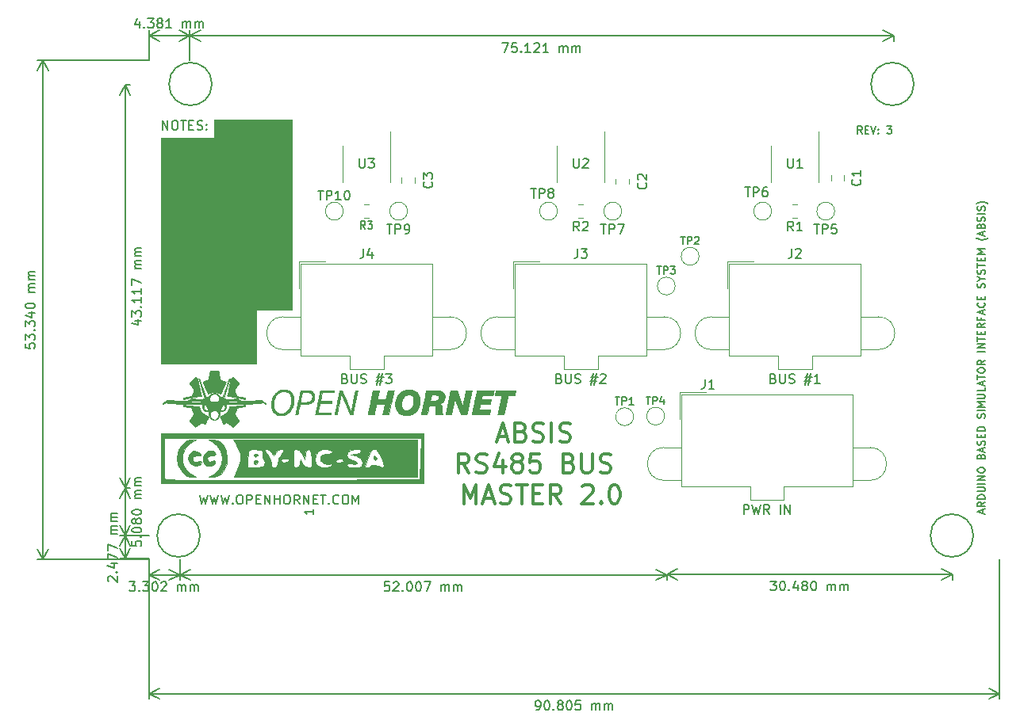
<source format=gbr>
G04 #@! TF.GenerationSoftware,KiCad,Pcbnew,(5.1.4)-1*
G04 #@! TF.CreationDate,2020-11-07T15:47:54-07:00*
G04 #@! TF.ProjectId,ABSIS_Bus_Master,41425349-535f-4427-9573-5f4d61737465,2*
G04 #@! TF.SameCoordinates,Original*
G04 #@! TF.FileFunction,Legend,Top*
G04 #@! TF.FilePolarity,Positive*
%FSLAX46Y46*%
G04 Gerber Fmt 4.6, Leading zero omitted, Abs format (unit mm)*
G04 Created by KiCad (PCBNEW (5.1.4)-1) date 2020-11-07 15:47:54*
%MOMM*%
%LPD*%
G04 APERTURE LIST*
%ADD10C,0.100000*%
%ADD11C,0.200000*%
%ADD12C,0.150000*%
%ADD13C,0.300000*%
%ADD14C,0.010000*%
%ADD15C,0.120000*%
G04 APERTURE END LIST*
D10*
G36*
X129413000Y-94996000D02*
G01*
X125603000Y-94996000D01*
X125603000Y-100711000D01*
X115443000Y-100711000D01*
X115443000Y-76581000D01*
X121158000Y-76581000D01*
X121158000Y-74676000D01*
X129413000Y-74676000D01*
X129413000Y-94996000D01*
G37*
X129413000Y-94996000D02*
X125603000Y-94996000D01*
X125603000Y-100711000D01*
X115443000Y-100711000D01*
X115443000Y-76581000D01*
X121158000Y-76581000D01*
X121158000Y-74676000D01*
X129413000Y-74676000D01*
X129413000Y-94996000D01*
D11*
X115625857Y-75763380D02*
X115625857Y-74763380D01*
X116197285Y-75763380D01*
X116197285Y-74763380D01*
X116863952Y-74763380D02*
X117054428Y-74763380D01*
X117149666Y-74811000D01*
X117244904Y-74906238D01*
X117292523Y-75096714D01*
X117292523Y-75430047D01*
X117244904Y-75620523D01*
X117149666Y-75715761D01*
X117054428Y-75763380D01*
X116863952Y-75763380D01*
X116768714Y-75715761D01*
X116673476Y-75620523D01*
X116625857Y-75430047D01*
X116625857Y-75096714D01*
X116673476Y-74906238D01*
X116768714Y-74811000D01*
X116863952Y-74763380D01*
X117578238Y-74763380D02*
X118149666Y-74763380D01*
X117863952Y-75763380D02*
X117863952Y-74763380D01*
X118483000Y-75239571D02*
X118816333Y-75239571D01*
X118959190Y-75763380D02*
X118483000Y-75763380D01*
X118483000Y-74763380D01*
X118959190Y-74763380D01*
X119340142Y-75715761D02*
X119483000Y-75763380D01*
X119721095Y-75763380D01*
X119816333Y-75715761D01*
X119863952Y-75668142D01*
X119911571Y-75572904D01*
X119911571Y-75477666D01*
X119863952Y-75382428D01*
X119816333Y-75334809D01*
X119721095Y-75287190D01*
X119530619Y-75239571D01*
X119435380Y-75191952D01*
X119387761Y-75144333D01*
X119340142Y-75049095D01*
X119340142Y-74953857D01*
X119387761Y-74858619D01*
X119435380Y-74811000D01*
X119530619Y-74763380D01*
X119768714Y-74763380D01*
X119911571Y-74811000D01*
X120340142Y-75668142D02*
X120387761Y-75715761D01*
X120340142Y-75763380D01*
X120292523Y-75715761D01*
X120340142Y-75668142D01*
X120340142Y-75763380D01*
X120340142Y-75144333D02*
X120387761Y-75191952D01*
X120340142Y-75239571D01*
X120292523Y-75191952D01*
X120340142Y-75144333D01*
X120340142Y-75239571D01*
D12*
X112718714Y-96154416D02*
X113385380Y-96154416D01*
X112337761Y-96392511D02*
X113052047Y-96630607D01*
X113052047Y-96011559D01*
X112385380Y-95725845D02*
X112385380Y-95106797D01*
X112766333Y-95440130D01*
X112766333Y-95297273D01*
X112813952Y-95202035D01*
X112861571Y-95154416D01*
X112956809Y-95106797D01*
X113194904Y-95106797D01*
X113290142Y-95154416D01*
X113337761Y-95202035D01*
X113385380Y-95297273D01*
X113385380Y-95582988D01*
X113337761Y-95678226D01*
X113290142Y-95725845D01*
X113290142Y-94678226D02*
X113337761Y-94630607D01*
X113385380Y-94678226D01*
X113337761Y-94725845D01*
X113290142Y-94678226D01*
X113385380Y-94678226D01*
X113385380Y-93678226D02*
X113385380Y-94249654D01*
X113385380Y-93963940D02*
X112385380Y-93963940D01*
X112528238Y-94059178D01*
X112623476Y-94154416D01*
X112671095Y-94249654D01*
X113385380Y-92725845D02*
X113385380Y-93297273D01*
X113385380Y-93011559D02*
X112385380Y-93011559D01*
X112528238Y-93106797D01*
X112623476Y-93202035D01*
X112671095Y-93297273D01*
X112385380Y-92392511D02*
X112385380Y-91725845D01*
X113385380Y-92154416D01*
X113385380Y-90582988D02*
X112718714Y-90582988D01*
X112813952Y-90582988D02*
X112766333Y-90535369D01*
X112718714Y-90440130D01*
X112718714Y-90297273D01*
X112766333Y-90202035D01*
X112861571Y-90154416D01*
X113385380Y-90154416D01*
X112861571Y-90154416D02*
X112766333Y-90106797D01*
X112718714Y-90011559D01*
X112718714Y-89868702D01*
X112766333Y-89773464D01*
X112861571Y-89725845D01*
X113385380Y-89725845D01*
X113385380Y-89249654D02*
X112718714Y-89249654D01*
X112813952Y-89249654D02*
X112766333Y-89202035D01*
X112718714Y-89106797D01*
X112718714Y-88963940D01*
X112766333Y-88868702D01*
X112861571Y-88821083D01*
X113385380Y-88821083D01*
X112861571Y-88821083D02*
X112766333Y-88773464D01*
X112718714Y-88678226D01*
X112718714Y-88535369D01*
X112766333Y-88440130D01*
X112861571Y-88392511D01*
X113385380Y-88392511D01*
X111633000Y-114046000D02*
X111633000Y-70929500D01*
X111633000Y-114046000D02*
X112219421Y-114046000D01*
X111633000Y-70929500D02*
X112219421Y-70929500D01*
X111633000Y-70929500D02*
X112219421Y-72056004D01*
X111633000Y-70929500D02*
X111046579Y-72056004D01*
X111633000Y-114046000D02*
X112219421Y-112919496D01*
X111633000Y-114046000D02*
X111046579Y-112919496D01*
X112385380Y-119728857D02*
X112385380Y-120205047D01*
X112861571Y-120252666D01*
X112813952Y-120205047D01*
X112766333Y-120109809D01*
X112766333Y-119871714D01*
X112813952Y-119776476D01*
X112861571Y-119728857D01*
X112956809Y-119681238D01*
X113194904Y-119681238D01*
X113290142Y-119728857D01*
X113337761Y-119776476D01*
X113385380Y-119871714D01*
X113385380Y-120109809D01*
X113337761Y-120205047D01*
X113290142Y-120252666D01*
X113290142Y-119252666D02*
X113337761Y-119205047D01*
X113385380Y-119252666D01*
X113337761Y-119300285D01*
X113290142Y-119252666D01*
X113385380Y-119252666D01*
X112385380Y-118586000D02*
X112385380Y-118490761D01*
X112433000Y-118395523D01*
X112480619Y-118347904D01*
X112575857Y-118300285D01*
X112766333Y-118252666D01*
X113004428Y-118252666D01*
X113194904Y-118300285D01*
X113290142Y-118347904D01*
X113337761Y-118395523D01*
X113385380Y-118490761D01*
X113385380Y-118586000D01*
X113337761Y-118681238D01*
X113290142Y-118728857D01*
X113194904Y-118776476D01*
X113004428Y-118824095D01*
X112766333Y-118824095D01*
X112575857Y-118776476D01*
X112480619Y-118728857D01*
X112433000Y-118681238D01*
X112385380Y-118586000D01*
X112813952Y-117681238D02*
X112766333Y-117776476D01*
X112718714Y-117824095D01*
X112623476Y-117871714D01*
X112575857Y-117871714D01*
X112480619Y-117824095D01*
X112433000Y-117776476D01*
X112385380Y-117681238D01*
X112385380Y-117490761D01*
X112433000Y-117395523D01*
X112480619Y-117347904D01*
X112575857Y-117300285D01*
X112623476Y-117300285D01*
X112718714Y-117347904D01*
X112766333Y-117395523D01*
X112813952Y-117490761D01*
X112813952Y-117681238D01*
X112861571Y-117776476D01*
X112909190Y-117824095D01*
X113004428Y-117871714D01*
X113194904Y-117871714D01*
X113290142Y-117824095D01*
X113337761Y-117776476D01*
X113385380Y-117681238D01*
X113385380Y-117490761D01*
X113337761Y-117395523D01*
X113290142Y-117347904D01*
X113194904Y-117300285D01*
X113004428Y-117300285D01*
X112909190Y-117347904D01*
X112861571Y-117395523D01*
X112813952Y-117490761D01*
X112385380Y-116681238D02*
X112385380Y-116586000D01*
X112433000Y-116490761D01*
X112480619Y-116443142D01*
X112575857Y-116395523D01*
X112766333Y-116347904D01*
X113004428Y-116347904D01*
X113194904Y-116395523D01*
X113290142Y-116443142D01*
X113337761Y-116490761D01*
X113385380Y-116586000D01*
X113385380Y-116681238D01*
X113337761Y-116776476D01*
X113290142Y-116824095D01*
X113194904Y-116871714D01*
X113004428Y-116919333D01*
X112766333Y-116919333D01*
X112575857Y-116871714D01*
X112480619Y-116824095D01*
X112433000Y-116776476D01*
X112385380Y-116681238D01*
X113385380Y-115157428D02*
X112718714Y-115157428D01*
X112813952Y-115157428D02*
X112766333Y-115109809D01*
X112718714Y-115014571D01*
X112718714Y-114871714D01*
X112766333Y-114776476D01*
X112861571Y-114728857D01*
X113385380Y-114728857D01*
X112861571Y-114728857D02*
X112766333Y-114681238D01*
X112718714Y-114586000D01*
X112718714Y-114443142D01*
X112766333Y-114347904D01*
X112861571Y-114300285D01*
X113385380Y-114300285D01*
X113385380Y-113824095D02*
X112718714Y-113824095D01*
X112813952Y-113824095D02*
X112766333Y-113776476D01*
X112718714Y-113681238D01*
X112718714Y-113538380D01*
X112766333Y-113443142D01*
X112861571Y-113395523D01*
X113385380Y-113395523D01*
X112861571Y-113395523D02*
X112766333Y-113347904D01*
X112718714Y-113252666D01*
X112718714Y-113109809D01*
X112766333Y-113014571D01*
X112861571Y-112966952D01*
X113385380Y-112966952D01*
X111633000Y-119126000D02*
X111633000Y-114046000D01*
X111633000Y-119126000D02*
X112219421Y-119126000D01*
X111633000Y-114046000D02*
X112219421Y-114046000D01*
X111633000Y-114046000D02*
X112219421Y-115172504D01*
X111633000Y-114046000D02*
X111046579Y-115172504D01*
X111633000Y-119126000D02*
X112219421Y-117999496D01*
X111633000Y-119126000D02*
X111046579Y-117999496D01*
X109880619Y-124030916D02*
X109833000Y-123983297D01*
X109785380Y-123888059D01*
X109785380Y-123649964D01*
X109833000Y-123554726D01*
X109880619Y-123507107D01*
X109975857Y-123459488D01*
X110071095Y-123459488D01*
X110213952Y-123507107D01*
X110785380Y-124078535D01*
X110785380Y-123459488D01*
X110690142Y-123030916D02*
X110737761Y-122983297D01*
X110785380Y-123030916D01*
X110737761Y-123078535D01*
X110690142Y-123030916D01*
X110785380Y-123030916D01*
X110118714Y-122126154D02*
X110785380Y-122126154D01*
X109737761Y-122364250D02*
X110452047Y-122602345D01*
X110452047Y-121983297D01*
X109785380Y-121697583D02*
X109785380Y-121030916D01*
X110785380Y-121459488D01*
X109785380Y-120745202D02*
X109785380Y-120078535D01*
X110785380Y-120507107D01*
X110785380Y-118935678D02*
X110118714Y-118935678D01*
X110213952Y-118935678D02*
X110166333Y-118888059D01*
X110118714Y-118792821D01*
X110118714Y-118649964D01*
X110166333Y-118554726D01*
X110261571Y-118507107D01*
X110785380Y-118507107D01*
X110261571Y-118507107D02*
X110166333Y-118459488D01*
X110118714Y-118364250D01*
X110118714Y-118221392D01*
X110166333Y-118126154D01*
X110261571Y-118078535D01*
X110785380Y-118078535D01*
X110785380Y-117602345D02*
X110118714Y-117602345D01*
X110213952Y-117602345D02*
X110166333Y-117554726D01*
X110118714Y-117459488D01*
X110118714Y-117316630D01*
X110166333Y-117221392D01*
X110261571Y-117173773D01*
X110785380Y-117173773D01*
X110261571Y-117173773D02*
X110166333Y-117126154D01*
X110118714Y-117030916D01*
X110118714Y-116888059D01*
X110166333Y-116792821D01*
X110261571Y-116745202D01*
X110785380Y-116745202D01*
X111633000Y-121602500D02*
X111633000Y-119126000D01*
X114173000Y-121602500D02*
X111046579Y-121602500D01*
X114173000Y-119126000D02*
X111046579Y-119126000D01*
X111633000Y-119126000D02*
X112219421Y-120252504D01*
X111633000Y-119126000D02*
X111046579Y-120252504D01*
X111633000Y-121602500D02*
X112219421Y-120475996D01*
X111633000Y-121602500D02*
X111046579Y-120475996D01*
X151924273Y-66474880D02*
X152590940Y-66474880D01*
X152162369Y-67474880D01*
X153448083Y-66474880D02*
X152971892Y-66474880D01*
X152924273Y-66951071D01*
X152971892Y-66903452D01*
X153067130Y-66855833D01*
X153305226Y-66855833D01*
X153400464Y-66903452D01*
X153448083Y-66951071D01*
X153495702Y-67046309D01*
X153495702Y-67284404D01*
X153448083Y-67379642D01*
X153400464Y-67427261D01*
X153305226Y-67474880D01*
X153067130Y-67474880D01*
X152971892Y-67427261D01*
X152924273Y-67379642D01*
X153924273Y-67379642D02*
X153971892Y-67427261D01*
X153924273Y-67474880D01*
X153876654Y-67427261D01*
X153924273Y-67379642D01*
X153924273Y-67474880D01*
X154924273Y-67474880D02*
X154352845Y-67474880D01*
X154638559Y-67474880D02*
X154638559Y-66474880D01*
X154543321Y-66617738D01*
X154448083Y-66712976D01*
X154352845Y-66760595D01*
X155305226Y-66570119D02*
X155352845Y-66522500D01*
X155448083Y-66474880D01*
X155686178Y-66474880D01*
X155781416Y-66522500D01*
X155829035Y-66570119D01*
X155876654Y-66665357D01*
X155876654Y-66760595D01*
X155829035Y-66903452D01*
X155257607Y-67474880D01*
X155876654Y-67474880D01*
X156829035Y-67474880D02*
X156257607Y-67474880D01*
X156543321Y-67474880D02*
X156543321Y-66474880D01*
X156448083Y-66617738D01*
X156352845Y-66712976D01*
X156257607Y-66760595D01*
X158019511Y-67474880D02*
X158019511Y-66808214D01*
X158019511Y-66903452D02*
X158067130Y-66855833D01*
X158162369Y-66808214D01*
X158305226Y-66808214D01*
X158400464Y-66855833D01*
X158448083Y-66951071D01*
X158448083Y-67474880D01*
X158448083Y-66951071D02*
X158495702Y-66855833D01*
X158590940Y-66808214D01*
X158733797Y-66808214D01*
X158829035Y-66855833D01*
X158876654Y-66951071D01*
X158876654Y-67474880D01*
X159352845Y-67474880D02*
X159352845Y-66808214D01*
X159352845Y-66903452D02*
X159400464Y-66855833D01*
X159495702Y-66808214D01*
X159638559Y-66808214D01*
X159733797Y-66855833D01*
X159781416Y-66951071D01*
X159781416Y-67474880D01*
X159781416Y-66951071D02*
X159829035Y-66855833D01*
X159924273Y-66808214D01*
X160067130Y-66808214D01*
X160162369Y-66855833D01*
X160209988Y-66951071D01*
X160209988Y-67474880D01*
X118554500Y-65722500D02*
X193675000Y-65722500D01*
X118554500Y-65722500D02*
X118554500Y-66308921D01*
X193675000Y-65722500D02*
X193675000Y-66308921D01*
X193675000Y-65722500D02*
X192548496Y-66308921D01*
X193675000Y-65722500D02*
X192548496Y-65136079D01*
X118554500Y-65722500D02*
X119681004Y-66308921D01*
X118554500Y-65722500D02*
X119681004Y-65136079D01*
X113173273Y-64208214D02*
X113173273Y-64874880D01*
X112935178Y-63827261D02*
X112697083Y-64541547D01*
X113316130Y-64541547D01*
X113697083Y-64779642D02*
X113744702Y-64827261D01*
X113697083Y-64874880D01*
X113649464Y-64827261D01*
X113697083Y-64779642D01*
X113697083Y-64874880D01*
X114078035Y-63874880D02*
X114697083Y-63874880D01*
X114363750Y-64255833D01*
X114506607Y-64255833D01*
X114601845Y-64303452D01*
X114649464Y-64351071D01*
X114697083Y-64446309D01*
X114697083Y-64684404D01*
X114649464Y-64779642D01*
X114601845Y-64827261D01*
X114506607Y-64874880D01*
X114220892Y-64874880D01*
X114125654Y-64827261D01*
X114078035Y-64779642D01*
X115268511Y-64303452D02*
X115173273Y-64255833D01*
X115125654Y-64208214D01*
X115078035Y-64112976D01*
X115078035Y-64065357D01*
X115125654Y-63970119D01*
X115173273Y-63922500D01*
X115268511Y-63874880D01*
X115458988Y-63874880D01*
X115554226Y-63922500D01*
X115601845Y-63970119D01*
X115649464Y-64065357D01*
X115649464Y-64112976D01*
X115601845Y-64208214D01*
X115554226Y-64255833D01*
X115458988Y-64303452D01*
X115268511Y-64303452D01*
X115173273Y-64351071D01*
X115125654Y-64398690D01*
X115078035Y-64493928D01*
X115078035Y-64684404D01*
X115125654Y-64779642D01*
X115173273Y-64827261D01*
X115268511Y-64874880D01*
X115458988Y-64874880D01*
X115554226Y-64827261D01*
X115601845Y-64779642D01*
X115649464Y-64684404D01*
X115649464Y-64493928D01*
X115601845Y-64398690D01*
X115554226Y-64351071D01*
X115458988Y-64303452D01*
X116601845Y-64874880D02*
X116030416Y-64874880D01*
X116316130Y-64874880D02*
X116316130Y-63874880D01*
X116220892Y-64017738D01*
X116125654Y-64112976D01*
X116030416Y-64160595D01*
X117792321Y-64874880D02*
X117792321Y-64208214D01*
X117792321Y-64303452D02*
X117839940Y-64255833D01*
X117935178Y-64208214D01*
X118078035Y-64208214D01*
X118173273Y-64255833D01*
X118220892Y-64351071D01*
X118220892Y-64874880D01*
X118220892Y-64351071D02*
X118268511Y-64255833D01*
X118363750Y-64208214D01*
X118506607Y-64208214D01*
X118601845Y-64255833D01*
X118649464Y-64351071D01*
X118649464Y-64874880D01*
X119125654Y-64874880D02*
X119125654Y-64208214D01*
X119125654Y-64303452D02*
X119173273Y-64255833D01*
X119268511Y-64208214D01*
X119411369Y-64208214D01*
X119506607Y-64255833D01*
X119554226Y-64351071D01*
X119554226Y-64874880D01*
X119554226Y-64351071D02*
X119601845Y-64255833D01*
X119697083Y-64208214D01*
X119839940Y-64208214D01*
X119935178Y-64255833D01*
X119982797Y-64351071D01*
X119982797Y-64874880D01*
X114173000Y-65722500D02*
X118554500Y-65722500D01*
X114173000Y-68326000D02*
X114173000Y-65136079D01*
X118554500Y-68326000D02*
X118554500Y-65136079D01*
X118554500Y-65722500D02*
X117427996Y-66308921D01*
X118554500Y-65722500D02*
X117427996Y-65136079D01*
X114173000Y-65722500D02*
X115299504Y-66308921D01*
X114173000Y-65722500D02*
X115299504Y-65136079D01*
X180531023Y-124005880D02*
X181150071Y-124005880D01*
X180816738Y-124386833D01*
X180959595Y-124386833D01*
X181054833Y-124434452D01*
X181102452Y-124482071D01*
X181150071Y-124577309D01*
X181150071Y-124815404D01*
X181102452Y-124910642D01*
X181054833Y-124958261D01*
X180959595Y-125005880D01*
X180673880Y-125005880D01*
X180578642Y-124958261D01*
X180531023Y-124910642D01*
X181769119Y-124005880D02*
X181864357Y-124005880D01*
X181959595Y-124053500D01*
X182007214Y-124101119D01*
X182054833Y-124196357D01*
X182102452Y-124386833D01*
X182102452Y-124624928D01*
X182054833Y-124815404D01*
X182007214Y-124910642D01*
X181959595Y-124958261D01*
X181864357Y-125005880D01*
X181769119Y-125005880D01*
X181673880Y-124958261D01*
X181626261Y-124910642D01*
X181578642Y-124815404D01*
X181531023Y-124624928D01*
X181531023Y-124386833D01*
X181578642Y-124196357D01*
X181626261Y-124101119D01*
X181673880Y-124053500D01*
X181769119Y-124005880D01*
X182531023Y-124910642D02*
X182578642Y-124958261D01*
X182531023Y-125005880D01*
X182483404Y-124958261D01*
X182531023Y-124910642D01*
X182531023Y-125005880D01*
X183435785Y-124339214D02*
X183435785Y-125005880D01*
X183197690Y-123958261D02*
X182959595Y-124672547D01*
X183578642Y-124672547D01*
X184102452Y-124434452D02*
X184007214Y-124386833D01*
X183959595Y-124339214D01*
X183911976Y-124243976D01*
X183911976Y-124196357D01*
X183959595Y-124101119D01*
X184007214Y-124053500D01*
X184102452Y-124005880D01*
X184292928Y-124005880D01*
X184388166Y-124053500D01*
X184435785Y-124101119D01*
X184483404Y-124196357D01*
X184483404Y-124243976D01*
X184435785Y-124339214D01*
X184388166Y-124386833D01*
X184292928Y-124434452D01*
X184102452Y-124434452D01*
X184007214Y-124482071D01*
X183959595Y-124529690D01*
X183911976Y-124624928D01*
X183911976Y-124815404D01*
X183959595Y-124910642D01*
X184007214Y-124958261D01*
X184102452Y-125005880D01*
X184292928Y-125005880D01*
X184388166Y-124958261D01*
X184435785Y-124910642D01*
X184483404Y-124815404D01*
X184483404Y-124624928D01*
X184435785Y-124529690D01*
X184388166Y-124482071D01*
X184292928Y-124434452D01*
X185102452Y-124005880D02*
X185197690Y-124005880D01*
X185292928Y-124053500D01*
X185340547Y-124101119D01*
X185388166Y-124196357D01*
X185435785Y-124386833D01*
X185435785Y-124624928D01*
X185388166Y-124815404D01*
X185340547Y-124910642D01*
X185292928Y-124958261D01*
X185197690Y-125005880D01*
X185102452Y-125005880D01*
X185007214Y-124958261D01*
X184959595Y-124910642D01*
X184911976Y-124815404D01*
X184864357Y-124624928D01*
X184864357Y-124386833D01*
X184911976Y-124196357D01*
X184959595Y-124101119D01*
X185007214Y-124053500D01*
X185102452Y-124005880D01*
X186626261Y-125005880D02*
X186626261Y-124339214D01*
X186626261Y-124434452D02*
X186673880Y-124386833D01*
X186769119Y-124339214D01*
X186911976Y-124339214D01*
X187007214Y-124386833D01*
X187054833Y-124482071D01*
X187054833Y-125005880D01*
X187054833Y-124482071D02*
X187102452Y-124386833D01*
X187197690Y-124339214D01*
X187340547Y-124339214D01*
X187435785Y-124386833D01*
X187483404Y-124482071D01*
X187483404Y-125005880D01*
X187959595Y-125005880D02*
X187959595Y-124339214D01*
X187959595Y-124434452D02*
X188007214Y-124386833D01*
X188102452Y-124339214D01*
X188245309Y-124339214D01*
X188340547Y-124386833D01*
X188388166Y-124482071D01*
X188388166Y-125005880D01*
X188388166Y-124482071D02*
X188435785Y-124386833D01*
X188531023Y-124339214D01*
X188673880Y-124339214D01*
X188769119Y-124386833D01*
X188816738Y-124482071D01*
X188816738Y-125005880D01*
X169481500Y-123253500D02*
X199961500Y-123253500D01*
X169481500Y-123253500D02*
X169481500Y-123839921D01*
X199961500Y-123253500D02*
X199961500Y-123839921D01*
X199961500Y-123253500D02*
X198834996Y-123839921D01*
X199961500Y-123253500D02*
X198834996Y-122667079D01*
X169481500Y-123253500D02*
X170608004Y-123839921D01*
X169481500Y-123253500D02*
X170608004Y-122667079D01*
X139859202Y-124069380D02*
X139383011Y-124069380D01*
X139335392Y-124545571D01*
X139383011Y-124497952D01*
X139478250Y-124450333D01*
X139716345Y-124450333D01*
X139811583Y-124497952D01*
X139859202Y-124545571D01*
X139906821Y-124640809D01*
X139906821Y-124878904D01*
X139859202Y-124974142D01*
X139811583Y-125021761D01*
X139716345Y-125069380D01*
X139478250Y-125069380D01*
X139383011Y-125021761D01*
X139335392Y-124974142D01*
X140287773Y-124164619D02*
X140335392Y-124117000D01*
X140430630Y-124069380D01*
X140668726Y-124069380D01*
X140763964Y-124117000D01*
X140811583Y-124164619D01*
X140859202Y-124259857D01*
X140859202Y-124355095D01*
X140811583Y-124497952D01*
X140240154Y-125069380D01*
X140859202Y-125069380D01*
X141287773Y-124974142D02*
X141335392Y-125021761D01*
X141287773Y-125069380D01*
X141240154Y-125021761D01*
X141287773Y-124974142D01*
X141287773Y-125069380D01*
X141954440Y-124069380D02*
X142049678Y-124069380D01*
X142144916Y-124117000D01*
X142192535Y-124164619D01*
X142240154Y-124259857D01*
X142287773Y-124450333D01*
X142287773Y-124688428D01*
X142240154Y-124878904D01*
X142192535Y-124974142D01*
X142144916Y-125021761D01*
X142049678Y-125069380D01*
X141954440Y-125069380D01*
X141859202Y-125021761D01*
X141811583Y-124974142D01*
X141763964Y-124878904D01*
X141716345Y-124688428D01*
X141716345Y-124450333D01*
X141763964Y-124259857D01*
X141811583Y-124164619D01*
X141859202Y-124117000D01*
X141954440Y-124069380D01*
X142906821Y-124069380D02*
X143002059Y-124069380D01*
X143097297Y-124117000D01*
X143144916Y-124164619D01*
X143192535Y-124259857D01*
X143240154Y-124450333D01*
X143240154Y-124688428D01*
X143192535Y-124878904D01*
X143144916Y-124974142D01*
X143097297Y-125021761D01*
X143002059Y-125069380D01*
X142906821Y-125069380D01*
X142811583Y-125021761D01*
X142763964Y-124974142D01*
X142716345Y-124878904D01*
X142668726Y-124688428D01*
X142668726Y-124450333D01*
X142716345Y-124259857D01*
X142763964Y-124164619D01*
X142811583Y-124117000D01*
X142906821Y-124069380D01*
X143573488Y-124069380D02*
X144240154Y-124069380D01*
X143811583Y-125069380D01*
X145383011Y-125069380D02*
X145383011Y-124402714D01*
X145383011Y-124497952D02*
X145430630Y-124450333D01*
X145525869Y-124402714D01*
X145668726Y-124402714D01*
X145763964Y-124450333D01*
X145811583Y-124545571D01*
X145811583Y-125069380D01*
X145811583Y-124545571D02*
X145859202Y-124450333D01*
X145954440Y-124402714D01*
X146097297Y-124402714D01*
X146192535Y-124450333D01*
X146240154Y-124545571D01*
X146240154Y-125069380D01*
X146716345Y-125069380D02*
X146716345Y-124402714D01*
X146716345Y-124497952D02*
X146763964Y-124450333D01*
X146859202Y-124402714D01*
X147002059Y-124402714D01*
X147097297Y-124450333D01*
X147144916Y-124545571D01*
X147144916Y-125069380D01*
X147144916Y-124545571D02*
X147192535Y-124450333D01*
X147287773Y-124402714D01*
X147430630Y-124402714D01*
X147525869Y-124450333D01*
X147573488Y-124545571D01*
X147573488Y-125069380D01*
X117475000Y-123317000D02*
X169481500Y-123317000D01*
X117475000Y-123317000D02*
X117475000Y-123903421D01*
X169481500Y-123317000D02*
X169481500Y-123903421D01*
X169481500Y-123317000D02*
X168354996Y-123903421D01*
X169481500Y-123317000D02*
X168354996Y-122730579D01*
X117475000Y-123317000D02*
X118601504Y-123903421D01*
X117475000Y-123317000D02*
X118601504Y-122730579D01*
X112109714Y-124069380D02*
X112728761Y-124069380D01*
X112395428Y-124450333D01*
X112538285Y-124450333D01*
X112633523Y-124497952D01*
X112681142Y-124545571D01*
X112728761Y-124640809D01*
X112728761Y-124878904D01*
X112681142Y-124974142D01*
X112633523Y-125021761D01*
X112538285Y-125069380D01*
X112252571Y-125069380D01*
X112157333Y-125021761D01*
X112109714Y-124974142D01*
X113157333Y-124974142D02*
X113204952Y-125021761D01*
X113157333Y-125069380D01*
X113109714Y-125021761D01*
X113157333Y-124974142D01*
X113157333Y-125069380D01*
X113538285Y-124069380D02*
X114157333Y-124069380D01*
X113824000Y-124450333D01*
X113966857Y-124450333D01*
X114062095Y-124497952D01*
X114109714Y-124545571D01*
X114157333Y-124640809D01*
X114157333Y-124878904D01*
X114109714Y-124974142D01*
X114062095Y-125021761D01*
X113966857Y-125069380D01*
X113681142Y-125069380D01*
X113585904Y-125021761D01*
X113538285Y-124974142D01*
X114776380Y-124069380D02*
X114871619Y-124069380D01*
X114966857Y-124117000D01*
X115014476Y-124164619D01*
X115062095Y-124259857D01*
X115109714Y-124450333D01*
X115109714Y-124688428D01*
X115062095Y-124878904D01*
X115014476Y-124974142D01*
X114966857Y-125021761D01*
X114871619Y-125069380D01*
X114776380Y-125069380D01*
X114681142Y-125021761D01*
X114633523Y-124974142D01*
X114585904Y-124878904D01*
X114538285Y-124688428D01*
X114538285Y-124450333D01*
X114585904Y-124259857D01*
X114633523Y-124164619D01*
X114681142Y-124117000D01*
X114776380Y-124069380D01*
X115490666Y-124164619D02*
X115538285Y-124117000D01*
X115633523Y-124069380D01*
X115871619Y-124069380D01*
X115966857Y-124117000D01*
X116014476Y-124164619D01*
X116062095Y-124259857D01*
X116062095Y-124355095D01*
X116014476Y-124497952D01*
X115443047Y-125069380D01*
X116062095Y-125069380D01*
X117252571Y-125069380D02*
X117252571Y-124402714D01*
X117252571Y-124497952D02*
X117300190Y-124450333D01*
X117395428Y-124402714D01*
X117538285Y-124402714D01*
X117633523Y-124450333D01*
X117681142Y-124545571D01*
X117681142Y-125069380D01*
X117681142Y-124545571D02*
X117728761Y-124450333D01*
X117824000Y-124402714D01*
X117966857Y-124402714D01*
X118062095Y-124450333D01*
X118109714Y-124545571D01*
X118109714Y-125069380D01*
X118585904Y-125069380D02*
X118585904Y-124402714D01*
X118585904Y-124497952D02*
X118633523Y-124450333D01*
X118728761Y-124402714D01*
X118871619Y-124402714D01*
X118966857Y-124450333D01*
X119014476Y-124545571D01*
X119014476Y-125069380D01*
X119014476Y-124545571D02*
X119062095Y-124450333D01*
X119157333Y-124402714D01*
X119300190Y-124402714D01*
X119395428Y-124450333D01*
X119443047Y-124545571D01*
X119443047Y-125069380D01*
X114173000Y-123317000D02*
X117475000Y-123317000D01*
X114173000Y-121666000D02*
X114173000Y-123903421D01*
X117475000Y-121666000D02*
X117475000Y-123903421D01*
X117475000Y-123317000D02*
X116348496Y-123903421D01*
X117475000Y-123317000D02*
X116348496Y-122730579D01*
X114173000Y-123317000D02*
X115299504Y-123903421D01*
X114173000Y-123317000D02*
X115299504Y-122730579D01*
X101022380Y-98615047D02*
X101022380Y-99091238D01*
X101498571Y-99138857D01*
X101450952Y-99091238D01*
X101403333Y-98996000D01*
X101403333Y-98757904D01*
X101450952Y-98662666D01*
X101498571Y-98615047D01*
X101593809Y-98567428D01*
X101831904Y-98567428D01*
X101927142Y-98615047D01*
X101974761Y-98662666D01*
X102022380Y-98757904D01*
X102022380Y-98996000D01*
X101974761Y-99091238D01*
X101927142Y-99138857D01*
X101022380Y-98234095D02*
X101022380Y-97615047D01*
X101403333Y-97948380D01*
X101403333Y-97805523D01*
X101450952Y-97710285D01*
X101498571Y-97662666D01*
X101593809Y-97615047D01*
X101831904Y-97615047D01*
X101927142Y-97662666D01*
X101974761Y-97710285D01*
X102022380Y-97805523D01*
X102022380Y-98091238D01*
X101974761Y-98186476D01*
X101927142Y-98234095D01*
X101927142Y-97186476D02*
X101974761Y-97138857D01*
X102022380Y-97186476D01*
X101974761Y-97234095D01*
X101927142Y-97186476D01*
X102022380Y-97186476D01*
X101022380Y-96805523D02*
X101022380Y-96186476D01*
X101403333Y-96519809D01*
X101403333Y-96376952D01*
X101450952Y-96281714D01*
X101498571Y-96234095D01*
X101593809Y-96186476D01*
X101831904Y-96186476D01*
X101927142Y-96234095D01*
X101974761Y-96281714D01*
X102022380Y-96376952D01*
X102022380Y-96662666D01*
X101974761Y-96757904D01*
X101927142Y-96805523D01*
X101355714Y-95329333D02*
X102022380Y-95329333D01*
X100974761Y-95567428D02*
X101689047Y-95805523D01*
X101689047Y-95186476D01*
X101022380Y-94615047D02*
X101022380Y-94519809D01*
X101070000Y-94424571D01*
X101117619Y-94376952D01*
X101212857Y-94329333D01*
X101403333Y-94281714D01*
X101641428Y-94281714D01*
X101831904Y-94329333D01*
X101927142Y-94376952D01*
X101974761Y-94424571D01*
X102022380Y-94519809D01*
X102022380Y-94615047D01*
X101974761Y-94710285D01*
X101927142Y-94757904D01*
X101831904Y-94805523D01*
X101641428Y-94853142D01*
X101403333Y-94853142D01*
X101212857Y-94805523D01*
X101117619Y-94757904D01*
X101070000Y-94710285D01*
X101022380Y-94615047D01*
X102022380Y-93091238D02*
X101355714Y-93091238D01*
X101450952Y-93091238D02*
X101403333Y-93043619D01*
X101355714Y-92948380D01*
X101355714Y-92805523D01*
X101403333Y-92710285D01*
X101498571Y-92662666D01*
X102022380Y-92662666D01*
X101498571Y-92662666D02*
X101403333Y-92615047D01*
X101355714Y-92519809D01*
X101355714Y-92376952D01*
X101403333Y-92281714D01*
X101498571Y-92234095D01*
X102022380Y-92234095D01*
X102022380Y-91757904D02*
X101355714Y-91757904D01*
X101450952Y-91757904D02*
X101403333Y-91710285D01*
X101355714Y-91615047D01*
X101355714Y-91472190D01*
X101403333Y-91376952D01*
X101498571Y-91329333D01*
X102022380Y-91329333D01*
X101498571Y-91329333D02*
X101403333Y-91281714D01*
X101355714Y-91186476D01*
X101355714Y-91043619D01*
X101403333Y-90948380D01*
X101498571Y-90900761D01*
X102022380Y-90900761D01*
X102870000Y-121666000D02*
X102870000Y-68326000D01*
X114173000Y-121666000D02*
X102283579Y-121666000D01*
X114173000Y-68326000D02*
X102283579Y-68326000D01*
X102870000Y-68326000D02*
X103456421Y-69452504D01*
X102870000Y-68326000D02*
X102283579Y-69452504D01*
X102870000Y-121666000D02*
X103456421Y-120539496D01*
X102870000Y-121666000D02*
X102283579Y-120539496D01*
X155527880Y-137769380D02*
X155718357Y-137769380D01*
X155813595Y-137721761D01*
X155861214Y-137674142D01*
X155956452Y-137531285D01*
X156004071Y-137340809D01*
X156004071Y-136959857D01*
X155956452Y-136864619D01*
X155908833Y-136817000D01*
X155813595Y-136769380D01*
X155623119Y-136769380D01*
X155527880Y-136817000D01*
X155480261Y-136864619D01*
X155432642Y-136959857D01*
X155432642Y-137197952D01*
X155480261Y-137293190D01*
X155527880Y-137340809D01*
X155623119Y-137388428D01*
X155813595Y-137388428D01*
X155908833Y-137340809D01*
X155956452Y-137293190D01*
X156004071Y-137197952D01*
X156623119Y-136769380D02*
X156718357Y-136769380D01*
X156813595Y-136817000D01*
X156861214Y-136864619D01*
X156908833Y-136959857D01*
X156956452Y-137150333D01*
X156956452Y-137388428D01*
X156908833Y-137578904D01*
X156861214Y-137674142D01*
X156813595Y-137721761D01*
X156718357Y-137769380D01*
X156623119Y-137769380D01*
X156527880Y-137721761D01*
X156480261Y-137674142D01*
X156432642Y-137578904D01*
X156385023Y-137388428D01*
X156385023Y-137150333D01*
X156432642Y-136959857D01*
X156480261Y-136864619D01*
X156527880Y-136817000D01*
X156623119Y-136769380D01*
X157385023Y-137674142D02*
X157432642Y-137721761D01*
X157385023Y-137769380D01*
X157337404Y-137721761D01*
X157385023Y-137674142D01*
X157385023Y-137769380D01*
X158004071Y-137197952D02*
X157908833Y-137150333D01*
X157861214Y-137102714D01*
X157813595Y-137007476D01*
X157813595Y-136959857D01*
X157861214Y-136864619D01*
X157908833Y-136817000D01*
X158004071Y-136769380D01*
X158194547Y-136769380D01*
X158289785Y-136817000D01*
X158337404Y-136864619D01*
X158385023Y-136959857D01*
X158385023Y-137007476D01*
X158337404Y-137102714D01*
X158289785Y-137150333D01*
X158194547Y-137197952D01*
X158004071Y-137197952D01*
X157908833Y-137245571D01*
X157861214Y-137293190D01*
X157813595Y-137388428D01*
X157813595Y-137578904D01*
X157861214Y-137674142D01*
X157908833Y-137721761D01*
X158004071Y-137769380D01*
X158194547Y-137769380D01*
X158289785Y-137721761D01*
X158337404Y-137674142D01*
X158385023Y-137578904D01*
X158385023Y-137388428D01*
X158337404Y-137293190D01*
X158289785Y-137245571D01*
X158194547Y-137197952D01*
X159004071Y-136769380D02*
X159099309Y-136769380D01*
X159194547Y-136817000D01*
X159242166Y-136864619D01*
X159289785Y-136959857D01*
X159337404Y-137150333D01*
X159337404Y-137388428D01*
X159289785Y-137578904D01*
X159242166Y-137674142D01*
X159194547Y-137721761D01*
X159099309Y-137769380D01*
X159004071Y-137769380D01*
X158908833Y-137721761D01*
X158861214Y-137674142D01*
X158813595Y-137578904D01*
X158765976Y-137388428D01*
X158765976Y-137150333D01*
X158813595Y-136959857D01*
X158861214Y-136864619D01*
X158908833Y-136817000D01*
X159004071Y-136769380D01*
X160242166Y-136769380D02*
X159765976Y-136769380D01*
X159718357Y-137245571D01*
X159765976Y-137197952D01*
X159861214Y-137150333D01*
X160099309Y-137150333D01*
X160194547Y-137197952D01*
X160242166Y-137245571D01*
X160289785Y-137340809D01*
X160289785Y-137578904D01*
X160242166Y-137674142D01*
X160194547Y-137721761D01*
X160099309Y-137769380D01*
X159861214Y-137769380D01*
X159765976Y-137721761D01*
X159718357Y-137674142D01*
X161480261Y-137769380D02*
X161480261Y-137102714D01*
X161480261Y-137197952D02*
X161527880Y-137150333D01*
X161623119Y-137102714D01*
X161765976Y-137102714D01*
X161861214Y-137150333D01*
X161908833Y-137245571D01*
X161908833Y-137769380D01*
X161908833Y-137245571D02*
X161956452Y-137150333D01*
X162051690Y-137102714D01*
X162194547Y-137102714D01*
X162289785Y-137150333D01*
X162337404Y-137245571D01*
X162337404Y-137769380D01*
X162813595Y-137769380D02*
X162813595Y-137102714D01*
X162813595Y-137197952D02*
X162861214Y-137150333D01*
X162956452Y-137102714D01*
X163099309Y-137102714D01*
X163194547Y-137150333D01*
X163242166Y-137245571D01*
X163242166Y-137769380D01*
X163242166Y-137245571D02*
X163289785Y-137150333D01*
X163385023Y-137102714D01*
X163527880Y-137102714D01*
X163623119Y-137150333D01*
X163670738Y-137245571D01*
X163670738Y-137769380D01*
X114173000Y-136017000D02*
X204978000Y-136017000D01*
X114173000Y-121666000D02*
X114173000Y-136603421D01*
X204978000Y-121666000D02*
X204978000Y-136603421D01*
X204978000Y-136017000D02*
X203851496Y-136603421D01*
X204978000Y-136017000D02*
X203851496Y-135430579D01*
X114173000Y-136017000D02*
X115299504Y-136603421D01*
X114173000Y-136017000D02*
X115299504Y-135430579D01*
X119595380Y-114768380D02*
X119833476Y-115768380D01*
X120023952Y-115054095D01*
X120214428Y-115768380D01*
X120452523Y-114768380D01*
X120738238Y-114768380D02*
X120976333Y-115768380D01*
X121166809Y-115054095D01*
X121357285Y-115768380D01*
X121595380Y-114768380D01*
X121881095Y-114768380D02*
X122119190Y-115768380D01*
X122309666Y-115054095D01*
X122500142Y-115768380D01*
X122738238Y-114768380D01*
X123119190Y-115673142D02*
X123166809Y-115720761D01*
X123119190Y-115768380D01*
X123071571Y-115720761D01*
X123119190Y-115673142D01*
X123119190Y-115768380D01*
X123785857Y-114768380D02*
X123976333Y-114768380D01*
X124071571Y-114816000D01*
X124166809Y-114911238D01*
X124214428Y-115101714D01*
X124214428Y-115435047D01*
X124166809Y-115625523D01*
X124071571Y-115720761D01*
X123976333Y-115768380D01*
X123785857Y-115768380D01*
X123690619Y-115720761D01*
X123595380Y-115625523D01*
X123547761Y-115435047D01*
X123547761Y-115101714D01*
X123595380Y-114911238D01*
X123690619Y-114816000D01*
X123785857Y-114768380D01*
X124643000Y-115768380D02*
X124643000Y-114768380D01*
X125023952Y-114768380D01*
X125119190Y-114816000D01*
X125166809Y-114863619D01*
X125214428Y-114958857D01*
X125214428Y-115101714D01*
X125166809Y-115196952D01*
X125119190Y-115244571D01*
X125023952Y-115292190D01*
X124643000Y-115292190D01*
X125643000Y-115244571D02*
X125976333Y-115244571D01*
X126119190Y-115768380D02*
X125643000Y-115768380D01*
X125643000Y-114768380D01*
X126119190Y-114768380D01*
X126547761Y-115768380D02*
X126547761Y-114768380D01*
X127119190Y-115768380D01*
X127119190Y-114768380D01*
X127595380Y-115768380D02*
X127595380Y-114768380D01*
X127595380Y-115244571D02*
X128166809Y-115244571D01*
X128166809Y-115768380D02*
X128166809Y-114768380D01*
X128833476Y-114768380D02*
X129023952Y-114768380D01*
X129119190Y-114816000D01*
X129214428Y-114911238D01*
X129262047Y-115101714D01*
X129262047Y-115435047D01*
X129214428Y-115625523D01*
X129119190Y-115720761D01*
X129023952Y-115768380D01*
X128833476Y-115768380D01*
X128738238Y-115720761D01*
X128643000Y-115625523D01*
X128595380Y-115435047D01*
X128595380Y-115101714D01*
X128643000Y-114911238D01*
X128738238Y-114816000D01*
X128833476Y-114768380D01*
X130262047Y-115768380D02*
X129928714Y-115292190D01*
X129690619Y-115768380D02*
X129690619Y-114768380D01*
X130071571Y-114768380D01*
X130166809Y-114816000D01*
X130214428Y-114863619D01*
X130262047Y-114958857D01*
X130262047Y-115101714D01*
X130214428Y-115196952D01*
X130166809Y-115244571D01*
X130071571Y-115292190D01*
X129690619Y-115292190D01*
X130690619Y-115768380D02*
X130690619Y-114768380D01*
X131262047Y-115768380D01*
X131262047Y-114768380D01*
X131738238Y-115244571D02*
X132071571Y-115244571D01*
X132214428Y-115768380D02*
X131738238Y-115768380D01*
X131738238Y-114768380D01*
X132214428Y-114768380D01*
X132500142Y-114768380D02*
X133071571Y-114768380D01*
X132785857Y-115768380D02*
X132785857Y-114768380D01*
X133404904Y-115673142D02*
X133452523Y-115720761D01*
X133404904Y-115768380D01*
X133357285Y-115720761D01*
X133404904Y-115673142D01*
X133404904Y-115768380D01*
X134452523Y-115673142D02*
X134404904Y-115720761D01*
X134262047Y-115768380D01*
X134166809Y-115768380D01*
X134023952Y-115720761D01*
X133928714Y-115625523D01*
X133881095Y-115530285D01*
X133833476Y-115339809D01*
X133833476Y-115196952D01*
X133881095Y-115006476D01*
X133928714Y-114911238D01*
X134023952Y-114816000D01*
X134166809Y-114768380D01*
X134262047Y-114768380D01*
X134404904Y-114816000D01*
X134452523Y-114863619D01*
X135071571Y-114768380D02*
X135262047Y-114768380D01*
X135357285Y-114816000D01*
X135452523Y-114911238D01*
X135500142Y-115101714D01*
X135500142Y-115435047D01*
X135452523Y-115625523D01*
X135357285Y-115720761D01*
X135262047Y-115768380D01*
X135071571Y-115768380D01*
X134976333Y-115720761D01*
X134881095Y-115625523D01*
X134833476Y-115435047D01*
X134833476Y-115101714D01*
X134881095Y-114911238D01*
X134976333Y-114816000D01*
X135071571Y-114768380D01*
X135928714Y-115768380D02*
X135928714Y-114768380D01*
X136262047Y-115482666D01*
X136595380Y-114768380D01*
X136595380Y-115768380D01*
X190309666Y-76180904D02*
X190043000Y-75799952D01*
X189852523Y-76180904D02*
X189852523Y-75380904D01*
X190157285Y-75380904D01*
X190233476Y-75419000D01*
X190271571Y-75457095D01*
X190309666Y-75533285D01*
X190309666Y-75647571D01*
X190271571Y-75723761D01*
X190233476Y-75761857D01*
X190157285Y-75799952D01*
X189852523Y-75799952D01*
X190652523Y-75761857D02*
X190919190Y-75761857D01*
X191033476Y-76180904D02*
X190652523Y-76180904D01*
X190652523Y-75380904D01*
X191033476Y-75380904D01*
X191262047Y-75380904D02*
X191528714Y-76180904D01*
X191795380Y-75380904D01*
X192062047Y-76104714D02*
X192100142Y-76142809D01*
X192062047Y-76180904D01*
X192023952Y-76142809D01*
X192062047Y-76104714D01*
X192062047Y-76180904D01*
X192062047Y-75685666D02*
X192100142Y-75723761D01*
X192062047Y-75761857D01*
X192023952Y-75723761D01*
X192062047Y-75685666D01*
X192062047Y-75761857D01*
X192976333Y-75380904D02*
X193471571Y-75380904D01*
X193204904Y-75685666D01*
X193319190Y-75685666D01*
X193395380Y-75723761D01*
X193433476Y-75761857D01*
X193471571Y-75838047D01*
X193471571Y-76028523D01*
X193433476Y-76104714D01*
X193395380Y-76142809D01*
X193319190Y-76180904D01*
X193090619Y-76180904D01*
X193014428Y-76142809D01*
X192976333Y-76104714D01*
D13*
X151463952Y-108539333D02*
X152416333Y-108539333D01*
X151273476Y-109110761D02*
X151940142Y-107110761D01*
X152606809Y-109110761D01*
X153940142Y-108063142D02*
X154225857Y-108158380D01*
X154321095Y-108253619D01*
X154416333Y-108444095D01*
X154416333Y-108729809D01*
X154321095Y-108920285D01*
X154225857Y-109015523D01*
X154035380Y-109110761D01*
X153273476Y-109110761D01*
X153273476Y-107110761D01*
X153940142Y-107110761D01*
X154130619Y-107206000D01*
X154225857Y-107301238D01*
X154321095Y-107491714D01*
X154321095Y-107682190D01*
X154225857Y-107872666D01*
X154130619Y-107967904D01*
X153940142Y-108063142D01*
X153273476Y-108063142D01*
X155178238Y-109015523D02*
X155463952Y-109110761D01*
X155940142Y-109110761D01*
X156130619Y-109015523D01*
X156225857Y-108920285D01*
X156321095Y-108729809D01*
X156321095Y-108539333D01*
X156225857Y-108348857D01*
X156130619Y-108253619D01*
X155940142Y-108158380D01*
X155559190Y-108063142D01*
X155368714Y-107967904D01*
X155273476Y-107872666D01*
X155178238Y-107682190D01*
X155178238Y-107491714D01*
X155273476Y-107301238D01*
X155368714Y-107206000D01*
X155559190Y-107110761D01*
X156035380Y-107110761D01*
X156321095Y-107206000D01*
X157178238Y-109110761D02*
X157178238Y-107110761D01*
X158035380Y-109015523D02*
X158321095Y-109110761D01*
X158797285Y-109110761D01*
X158987761Y-109015523D01*
X159083000Y-108920285D01*
X159178238Y-108729809D01*
X159178238Y-108539333D01*
X159083000Y-108348857D01*
X158987761Y-108253619D01*
X158797285Y-108158380D01*
X158416333Y-108063142D01*
X158225857Y-107967904D01*
X158130619Y-107872666D01*
X158035380Y-107682190D01*
X158035380Y-107491714D01*
X158130619Y-107301238D01*
X158225857Y-107206000D01*
X158416333Y-107110761D01*
X158892523Y-107110761D01*
X159178238Y-107206000D01*
X148368714Y-112410761D02*
X147702047Y-111458380D01*
X147225857Y-112410761D02*
X147225857Y-110410761D01*
X147987761Y-110410761D01*
X148178238Y-110506000D01*
X148273476Y-110601238D01*
X148368714Y-110791714D01*
X148368714Y-111077428D01*
X148273476Y-111267904D01*
X148178238Y-111363142D01*
X147987761Y-111458380D01*
X147225857Y-111458380D01*
X149130619Y-112315523D02*
X149416333Y-112410761D01*
X149892523Y-112410761D01*
X150083000Y-112315523D01*
X150178238Y-112220285D01*
X150273476Y-112029809D01*
X150273476Y-111839333D01*
X150178238Y-111648857D01*
X150083000Y-111553619D01*
X149892523Y-111458380D01*
X149511571Y-111363142D01*
X149321095Y-111267904D01*
X149225857Y-111172666D01*
X149130619Y-110982190D01*
X149130619Y-110791714D01*
X149225857Y-110601238D01*
X149321095Y-110506000D01*
X149511571Y-110410761D01*
X149987761Y-110410761D01*
X150273476Y-110506000D01*
X151987761Y-111077428D02*
X151987761Y-112410761D01*
X151511571Y-110315523D02*
X151035380Y-111744095D01*
X152273476Y-111744095D01*
X153321095Y-111267904D02*
X153130619Y-111172666D01*
X153035380Y-111077428D01*
X152940142Y-110886952D01*
X152940142Y-110791714D01*
X153035380Y-110601238D01*
X153130619Y-110506000D01*
X153321095Y-110410761D01*
X153702047Y-110410761D01*
X153892523Y-110506000D01*
X153987761Y-110601238D01*
X154083000Y-110791714D01*
X154083000Y-110886952D01*
X153987761Y-111077428D01*
X153892523Y-111172666D01*
X153702047Y-111267904D01*
X153321095Y-111267904D01*
X153130619Y-111363142D01*
X153035380Y-111458380D01*
X152940142Y-111648857D01*
X152940142Y-112029809D01*
X153035380Y-112220285D01*
X153130619Y-112315523D01*
X153321095Y-112410761D01*
X153702047Y-112410761D01*
X153892523Y-112315523D01*
X153987761Y-112220285D01*
X154083000Y-112029809D01*
X154083000Y-111648857D01*
X153987761Y-111458380D01*
X153892523Y-111363142D01*
X153702047Y-111267904D01*
X155892523Y-110410761D02*
X154940142Y-110410761D01*
X154844904Y-111363142D01*
X154940142Y-111267904D01*
X155130619Y-111172666D01*
X155606809Y-111172666D01*
X155797285Y-111267904D01*
X155892523Y-111363142D01*
X155987761Y-111553619D01*
X155987761Y-112029809D01*
X155892523Y-112220285D01*
X155797285Y-112315523D01*
X155606809Y-112410761D01*
X155130619Y-112410761D01*
X154940142Y-112315523D01*
X154844904Y-112220285D01*
X159035380Y-111363142D02*
X159321095Y-111458380D01*
X159416333Y-111553619D01*
X159511571Y-111744095D01*
X159511571Y-112029809D01*
X159416333Y-112220285D01*
X159321095Y-112315523D01*
X159130619Y-112410761D01*
X158368714Y-112410761D01*
X158368714Y-110410761D01*
X159035380Y-110410761D01*
X159225857Y-110506000D01*
X159321095Y-110601238D01*
X159416333Y-110791714D01*
X159416333Y-110982190D01*
X159321095Y-111172666D01*
X159225857Y-111267904D01*
X159035380Y-111363142D01*
X158368714Y-111363142D01*
X160368714Y-110410761D02*
X160368714Y-112029809D01*
X160463952Y-112220285D01*
X160559190Y-112315523D01*
X160749666Y-112410761D01*
X161130619Y-112410761D01*
X161321095Y-112315523D01*
X161416333Y-112220285D01*
X161511571Y-112029809D01*
X161511571Y-110410761D01*
X162368714Y-112315523D02*
X162654428Y-112410761D01*
X163130619Y-112410761D01*
X163321095Y-112315523D01*
X163416333Y-112220285D01*
X163511571Y-112029809D01*
X163511571Y-111839333D01*
X163416333Y-111648857D01*
X163321095Y-111553619D01*
X163130619Y-111458380D01*
X162749666Y-111363142D01*
X162559190Y-111267904D01*
X162463952Y-111172666D01*
X162368714Y-110982190D01*
X162368714Y-110791714D01*
X162463952Y-110601238D01*
X162559190Y-110506000D01*
X162749666Y-110410761D01*
X163225857Y-110410761D01*
X163511571Y-110506000D01*
X147797285Y-115710761D02*
X147797285Y-113710761D01*
X148463952Y-115139333D01*
X149130619Y-113710761D01*
X149130619Y-115710761D01*
X149987761Y-115139333D02*
X150940142Y-115139333D01*
X149797285Y-115710761D02*
X150463952Y-113710761D01*
X151130619Y-115710761D01*
X151702047Y-115615523D02*
X151987761Y-115710761D01*
X152463952Y-115710761D01*
X152654428Y-115615523D01*
X152749666Y-115520285D01*
X152844904Y-115329809D01*
X152844904Y-115139333D01*
X152749666Y-114948857D01*
X152654428Y-114853619D01*
X152463952Y-114758380D01*
X152083000Y-114663142D01*
X151892523Y-114567904D01*
X151797285Y-114472666D01*
X151702047Y-114282190D01*
X151702047Y-114091714D01*
X151797285Y-113901238D01*
X151892523Y-113806000D01*
X152083000Y-113710761D01*
X152559190Y-113710761D01*
X152844904Y-113806000D01*
X153416333Y-113710761D02*
X154559190Y-113710761D01*
X153987761Y-115710761D02*
X153987761Y-113710761D01*
X155225857Y-114663142D02*
X155892523Y-114663142D01*
X156178238Y-115710761D02*
X155225857Y-115710761D01*
X155225857Y-113710761D01*
X156178238Y-113710761D01*
X158178238Y-115710761D02*
X157511571Y-114758380D01*
X157035380Y-115710761D02*
X157035380Y-113710761D01*
X157797285Y-113710761D01*
X157987761Y-113806000D01*
X158083000Y-113901238D01*
X158178238Y-114091714D01*
X158178238Y-114377428D01*
X158083000Y-114567904D01*
X157987761Y-114663142D01*
X157797285Y-114758380D01*
X157035380Y-114758380D01*
X160463952Y-113901238D02*
X160559190Y-113806000D01*
X160749666Y-113710761D01*
X161225857Y-113710761D01*
X161416333Y-113806000D01*
X161511571Y-113901238D01*
X161606809Y-114091714D01*
X161606809Y-114282190D01*
X161511571Y-114567904D01*
X160368714Y-115710761D01*
X161606809Y-115710761D01*
X162463952Y-115520285D02*
X162559190Y-115615523D01*
X162463952Y-115710761D01*
X162368714Y-115615523D01*
X162463952Y-115520285D01*
X162463952Y-115710761D01*
X163797285Y-113710761D02*
X163987761Y-113710761D01*
X164178238Y-113806000D01*
X164273476Y-113901238D01*
X164368714Y-114091714D01*
X164463952Y-114472666D01*
X164463952Y-114948857D01*
X164368714Y-115329809D01*
X164273476Y-115520285D01*
X164178238Y-115615523D01*
X163987761Y-115710761D01*
X163797285Y-115710761D01*
X163606809Y-115615523D01*
X163511571Y-115520285D01*
X163416333Y-115329809D01*
X163321095Y-114948857D01*
X163321095Y-114472666D01*
X163416333Y-114091714D01*
X163511571Y-113901238D01*
X163606809Y-113806000D01*
X163797285Y-113710761D01*
D12*
X203206333Y-116742666D02*
X203206333Y-116361714D01*
X203434904Y-116818857D02*
X202634904Y-116552190D01*
X203434904Y-116285523D01*
X203434904Y-115561714D02*
X203053952Y-115828380D01*
X203434904Y-116018857D02*
X202634904Y-116018857D01*
X202634904Y-115714095D01*
X202673000Y-115637904D01*
X202711095Y-115599809D01*
X202787285Y-115561714D01*
X202901571Y-115561714D01*
X202977761Y-115599809D01*
X203015857Y-115637904D01*
X203053952Y-115714095D01*
X203053952Y-116018857D01*
X203434904Y-115218857D02*
X202634904Y-115218857D01*
X202634904Y-115028380D01*
X202673000Y-114914095D01*
X202749190Y-114837904D01*
X202825380Y-114799809D01*
X202977761Y-114761714D01*
X203092047Y-114761714D01*
X203244428Y-114799809D01*
X203320619Y-114837904D01*
X203396809Y-114914095D01*
X203434904Y-115028380D01*
X203434904Y-115218857D01*
X202634904Y-114418857D02*
X203282523Y-114418857D01*
X203358714Y-114380761D01*
X203396809Y-114342666D01*
X203434904Y-114266476D01*
X203434904Y-114114095D01*
X203396809Y-114037904D01*
X203358714Y-113999809D01*
X203282523Y-113961714D01*
X202634904Y-113961714D01*
X203434904Y-113580761D02*
X202634904Y-113580761D01*
X203434904Y-113199809D02*
X202634904Y-113199809D01*
X203434904Y-112742666D01*
X202634904Y-112742666D01*
X202634904Y-112209333D02*
X202634904Y-112056952D01*
X202673000Y-111980761D01*
X202749190Y-111904571D01*
X202901571Y-111866476D01*
X203168238Y-111866476D01*
X203320619Y-111904571D01*
X203396809Y-111980761D01*
X203434904Y-112056952D01*
X203434904Y-112209333D01*
X203396809Y-112285523D01*
X203320619Y-112361714D01*
X203168238Y-112399809D01*
X202901571Y-112399809D01*
X202749190Y-112361714D01*
X202673000Y-112285523D01*
X202634904Y-112209333D01*
X203015857Y-110647428D02*
X203053952Y-110533142D01*
X203092047Y-110495047D01*
X203168238Y-110456952D01*
X203282523Y-110456952D01*
X203358714Y-110495047D01*
X203396809Y-110533142D01*
X203434904Y-110609333D01*
X203434904Y-110914095D01*
X202634904Y-110914095D01*
X202634904Y-110647428D01*
X202673000Y-110571238D01*
X202711095Y-110533142D01*
X202787285Y-110495047D01*
X202863476Y-110495047D01*
X202939666Y-110533142D01*
X202977761Y-110571238D01*
X203015857Y-110647428D01*
X203015857Y-110914095D01*
X203206333Y-110152190D02*
X203206333Y-109771238D01*
X203434904Y-110228380D02*
X202634904Y-109961714D01*
X203434904Y-109695047D01*
X203396809Y-109466476D02*
X203434904Y-109352190D01*
X203434904Y-109161714D01*
X203396809Y-109085523D01*
X203358714Y-109047428D01*
X203282523Y-109009333D01*
X203206333Y-109009333D01*
X203130142Y-109047428D01*
X203092047Y-109085523D01*
X203053952Y-109161714D01*
X203015857Y-109314095D01*
X202977761Y-109390285D01*
X202939666Y-109428380D01*
X202863476Y-109466476D01*
X202787285Y-109466476D01*
X202711095Y-109428380D01*
X202673000Y-109390285D01*
X202634904Y-109314095D01*
X202634904Y-109123619D01*
X202673000Y-109009333D01*
X203015857Y-108666476D02*
X203015857Y-108399809D01*
X203434904Y-108285523D02*
X203434904Y-108666476D01*
X202634904Y-108666476D01*
X202634904Y-108285523D01*
X203434904Y-107942666D02*
X202634904Y-107942666D01*
X202634904Y-107752190D01*
X202673000Y-107637904D01*
X202749190Y-107561714D01*
X202825380Y-107523619D01*
X202977761Y-107485523D01*
X203092047Y-107485523D01*
X203244428Y-107523619D01*
X203320619Y-107561714D01*
X203396809Y-107637904D01*
X203434904Y-107752190D01*
X203434904Y-107942666D01*
X203396809Y-106571238D02*
X203434904Y-106456952D01*
X203434904Y-106266476D01*
X203396809Y-106190285D01*
X203358714Y-106152190D01*
X203282523Y-106114095D01*
X203206333Y-106114095D01*
X203130142Y-106152190D01*
X203092047Y-106190285D01*
X203053952Y-106266476D01*
X203015857Y-106418857D01*
X202977761Y-106495047D01*
X202939666Y-106533142D01*
X202863476Y-106571238D01*
X202787285Y-106571238D01*
X202711095Y-106533142D01*
X202673000Y-106495047D01*
X202634904Y-106418857D01*
X202634904Y-106228380D01*
X202673000Y-106114095D01*
X203434904Y-105771238D02*
X202634904Y-105771238D01*
X203434904Y-105390285D02*
X202634904Y-105390285D01*
X203206333Y-105123619D01*
X202634904Y-104856952D01*
X203434904Y-104856952D01*
X202634904Y-104476000D02*
X203282523Y-104476000D01*
X203358714Y-104437904D01*
X203396809Y-104399809D01*
X203434904Y-104323619D01*
X203434904Y-104171238D01*
X203396809Y-104095047D01*
X203358714Y-104056952D01*
X203282523Y-104018857D01*
X202634904Y-104018857D01*
X203434904Y-103256952D02*
X203434904Y-103637904D01*
X202634904Y-103637904D01*
X203206333Y-103028380D02*
X203206333Y-102647428D01*
X203434904Y-103104571D02*
X202634904Y-102837904D01*
X203434904Y-102571238D01*
X202634904Y-102418857D02*
X202634904Y-101961714D01*
X203434904Y-102190285D02*
X202634904Y-102190285D01*
X202634904Y-101542666D02*
X202634904Y-101390285D01*
X202673000Y-101314095D01*
X202749190Y-101237904D01*
X202901571Y-101199809D01*
X203168238Y-101199809D01*
X203320619Y-101237904D01*
X203396809Y-101314095D01*
X203434904Y-101390285D01*
X203434904Y-101542666D01*
X203396809Y-101618857D01*
X203320619Y-101695047D01*
X203168238Y-101733142D01*
X202901571Y-101733142D01*
X202749190Y-101695047D01*
X202673000Y-101618857D01*
X202634904Y-101542666D01*
X203434904Y-100399809D02*
X203053952Y-100666476D01*
X203434904Y-100856952D02*
X202634904Y-100856952D01*
X202634904Y-100552190D01*
X202673000Y-100476000D01*
X202711095Y-100437904D01*
X202787285Y-100399809D01*
X202901571Y-100399809D01*
X202977761Y-100437904D01*
X203015857Y-100476000D01*
X203053952Y-100552190D01*
X203053952Y-100856952D01*
X203434904Y-99447428D02*
X202634904Y-99447428D01*
X203434904Y-99066476D02*
X202634904Y-99066476D01*
X203434904Y-98609333D01*
X202634904Y-98609333D01*
X202634904Y-98342666D02*
X202634904Y-97885523D01*
X203434904Y-98114095D02*
X202634904Y-98114095D01*
X203015857Y-97618857D02*
X203015857Y-97352190D01*
X203434904Y-97237904D02*
X203434904Y-97618857D01*
X202634904Y-97618857D01*
X202634904Y-97237904D01*
X203434904Y-96437904D02*
X203053952Y-96704571D01*
X203434904Y-96895047D02*
X202634904Y-96895047D01*
X202634904Y-96590285D01*
X202673000Y-96514095D01*
X202711095Y-96476000D01*
X202787285Y-96437904D01*
X202901571Y-96437904D01*
X202977761Y-96476000D01*
X203015857Y-96514095D01*
X203053952Y-96590285D01*
X203053952Y-96895047D01*
X203015857Y-95828380D02*
X203015857Y-96095047D01*
X203434904Y-96095047D02*
X202634904Y-96095047D01*
X202634904Y-95714095D01*
X203206333Y-95447428D02*
X203206333Y-95066476D01*
X203434904Y-95523619D02*
X202634904Y-95256952D01*
X203434904Y-94990285D01*
X203358714Y-94266476D02*
X203396809Y-94304571D01*
X203434904Y-94418857D01*
X203434904Y-94495047D01*
X203396809Y-94609333D01*
X203320619Y-94685523D01*
X203244428Y-94723619D01*
X203092047Y-94761714D01*
X202977761Y-94761714D01*
X202825380Y-94723619D01*
X202749190Y-94685523D01*
X202673000Y-94609333D01*
X202634904Y-94495047D01*
X202634904Y-94418857D01*
X202673000Y-94304571D01*
X202711095Y-94266476D01*
X203015857Y-93923619D02*
X203015857Y-93656952D01*
X203434904Y-93542666D02*
X203434904Y-93923619D01*
X202634904Y-93923619D01*
X202634904Y-93542666D01*
X203396809Y-92628380D02*
X203434904Y-92514095D01*
X203434904Y-92323619D01*
X203396809Y-92247428D01*
X203358714Y-92209333D01*
X203282523Y-92171238D01*
X203206333Y-92171238D01*
X203130142Y-92209333D01*
X203092047Y-92247428D01*
X203053952Y-92323619D01*
X203015857Y-92476000D01*
X202977761Y-92552190D01*
X202939666Y-92590285D01*
X202863476Y-92628380D01*
X202787285Y-92628380D01*
X202711095Y-92590285D01*
X202673000Y-92552190D01*
X202634904Y-92476000D01*
X202634904Y-92285523D01*
X202673000Y-92171238D01*
X203053952Y-91676000D02*
X203434904Y-91676000D01*
X202634904Y-91942666D02*
X203053952Y-91676000D01*
X202634904Y-91409333D01*
X203396809Y-91180761D02*
X203434904Y-91066476D01*
X203434904Y-90876000D01*
X203396809Y-90799809D01*
X203358714Y-90761714D01*
X203282523Y-90723619D01*
X203206333Y-90723619D01*
X203130142Y-90761714D01*
X203092047Y-90799809D01*
X203053952Y-90876000D01*
X203015857Y-91028380D01*
X202977761Y-91104571D01*
X202939666Y-91142666D01*
X202863476Y-91180761D01*
X202787285Y-91180761D01*
X202711095Y-91142666D01*
X202673000Y-91104571D01*
X202634904Y-91028380D01*
X202634904Y-90837904D01*
X202673000Y-90723619D01*
X202634904Y-90495047D02*
X202634904Y-90037904D01*
X203434904Y-90266476D02*
X202634904Y-90266476D01*
X203015857Y-89771238D02*
X203015857Y-89504571D01*
X203434904Y-89390285D02*
X203434904Y-89771238D01*
X202634904Y-89771238D01*
X202634904Y-89390285D01*
X203434904Y-89047428D02*
X202634904Y-89047428D01*
X203206333Y-88780761D01*
X202634904Y-88514095D01*
X203434904Y-88514095D01*
X203739666Y-87295047D02*
X203701571Y-87333142D01*
X203587285Y-87409333D01*
X203511095Y-87447428D01*
X203396809Y-87485523D01*
X203206333Y-87523619D01*
X203053952Y-87523619D01*
X202863476Y-87485523D01*
X202749190Y-87447428D01*
X202673000Y-87409333D01*
X202558714Y-87333142D01*
X202520619Y-87295047D01*
X203206333Y-87028380D02*
X203206333Y-86647428D01*
X203434904Y-87104571D02*
X202634904Y-86837904D01*
X203434904Y-86571238D01*
X203015857Y-86037904D02*
X203053952Y-85923619D01*
X203092047Y-85885523D01*
X203168238Y-85847428D01*
X203282523Y-85847428D01*
X203358714Y-85885523D01*
X203396809Y-85923619D01*
X203434904Y-85999809D01*
X203434904Y-86304571D01*
X202634904Y-86304571D01*
X202634904Y-86037904D01*
X202673000Y-85961714D01*
X202711095Y-85923619D01*
X202787285Y-85885523D01*
X202863476Y-85885523D01*
X202939666Y-85923619D01*
X202977761Y-85961714D01*
X203015857Y-86037904D01*
X203015857Y-86304571D01*
X203396809Y-85542666D02*
X203434904Y-85428380D01*
X203434904Y-85237904D01*
X203396809Y-85161714D01*
X203358714Y-85123619D01*
X203282523Y-85085523D01*
X203206333Y-85085523D01*
X203130142Y-85123619D01*
X203092047Y-85161714D01*
X203053952Y-85237904D01*
X203015857Y-85390285D01*
X202977761Y-85466476D01*
X202939666Y-85504571D01*
X202863476Y-85542666D01*
X202787285Y-85542666D01*
X202711095Y-85504571D01*
X202673000Y-85466476D01*
X202634904Y-85390285D01*
X202634904Y-85199809D01*
X202673000Y-85085523D01*
X203434904Y-84742666D02*
X202634904Y-84742666D01*
X203396809Y-84399809D02*
X203434904Y-84285523D01*
X203434904Y-84095047D01*
X203396809Y-84018857D01*
X203358714Y-83980761D01*
X203282523Y-83942666D01*
X203206333Y-83942666D01*
X203130142Y-83980761D01*
X203092047Y-84018857D01*
X203053952Y-84095047D01*
X203015857Y-84247428D01*
X202977761Y-84323619D01*
X202939666Y-84361714D01*
X202863476Y-84399809D01*
X202787285Y-84399809D01*
X202711095Y-84361714D01*
X202673000Y-84323619D01*
X202634904Y-84247428D01*
X202634904Y-84056952D01*
X202673000Y-83942666D01*
X203739666Y-83676000D02*
X203701571Y-83637904D01*
X203587285Y-83561714D01*
X203511095Y-83523619D01*
X203396809Y-83485523D01*
X203206333Y-83447428D01*
X203053952Y-83447428D01*
X202863476Y-83485523D01*
X202749190Y-83523619D01*
X202673000Y-83561714D01*
X202558714Y-83637904D01*
X202520619Y-83676000D01*
X131770380Y-116300285D02*
X131770380Y-116871714D01*
X131770380Y-116586000D02*
X130770380Y-116586000D01*
X130913238Y-116681238D01*
X131008476Y-116776476D01*
X131056095Y-116871714D01*
D14*
G36*
X143542801Y-113562391D02*
G01*
X115451410Y-113562391D01*
X115451410Y-108684245D01*
X115787834Y-108684245D01*
X115787834Y-110842965D01*
X115796194Y-111663585D01*
X115819038Y-112359081D01*
X115853015Y-112862127D01*
X115894771Y-113105401D01*
X115900964Y-113114814D01*
X116082860Y-113131859D01*
X116575807Y-113147078D01*
X117354439Y-113160341D01*
X118393388Y-113171518D01*
X119667286Y-113180480D01*
X121150765Y-113187096D01*
X122818458Y-113191236D01*
X124644998Y-113192769D01*
X126605016Y-113191567D01*
X128673145Y-113187498D01*
X129568183Y-113184903D01*
X143122271Y-113141861D01*
X143169207Y-110913053D01*
X143216142Y-108684245D01*
X115787834Y-108684245D01*
X115451410Y-108684245D01*
X115451410Y-108179610D01*
X143542801Y-108179610D01*
X143542801Y-113562391D01*
X143542801Y-113562391D01*
G37*
X143542801Y-113562391D02*
X115451410Y-113562391D01*
X115451410Y-108684245D01*
X115787834Y-108684245D01*
X115787834Y-110842965D01*
X115796194Y-111663585D01*
X115819038Y-112359081D01*
X115853015Y-112862127D01*
X115894771Y-113105401D01*
X115900964Y-113114814D01*
X116082860Y-113131859D01*
X116575807Y-113147078D01*
X117354439Y-113160341D01*
X118393388Y-113171518D01*
X119667286Y-113180480D01*
X121150765Y-113187096D01*
X122818458Y-113191236D01*
X124644998Y-113192769D01*
X126605016Y-113191567D01*
X128673145Y-113187498D01*
X129568183Y-113184903D01*
X143122271Y-113141861D01*
X143169207Y-110913053D01*
X143216142Y-108684245D01*
X115787834Y-108684245D01*
X115451410Y-108684245D01*
X115451410Y-108179610D01*
X143542801Y-108179610D01*
X143542801Y-113562391D01*
G36*
X118630260Y-109236418D02*
G01*
X118056143Y-109796998D01*
X117754883Y-110486113D01*
X117750511Y-111230650D01*
X117859227Y-111582218D01*
X118195418Y-112111872D01*
X118653651Y-112532675D01*
X118679368Y-112548807D01*
X119236179Y-112888286D01*
X118704443Y-112888914D01*
X118199461Y-112775346D01*
X117754299Y-112392288D01*
X117751475Y-112388937D01*
X117300323Y-111619281D01*
X117168457Y-110799033D01*
X117355878Y-109983606D01*
X117751475Y-109353063D01*
X118210065Y-108961741D01*
X118687266Y-108852457D01*
X119201824Y-108852457D01*
X118630260Y-109236418D01*
X118630260Y-109236418D01*
G37*
X118630260Y-109236418D02*
X118056143Y-109796998D01*
X117754883Y-110486113D01*
X117750511Y-111230650D01*
X117859227Y-111582218D01*
X118195418Y-112111872D01*
X118653651Y-112532675D01*
X118679368Y-112548807D01*
X119236179Y-112888286D01*
X118704443Y-112888914D01*
X118199461Y-112775346D01*
X117754299Y-112392288D01*
X117751475Y-112388937D01*
X117300323Y-111619281D01*
X117168457Y-110799033D01*
X117355878Y-109983606D01*
X117751475Y-109353063D01*
X118210065Y-108961741D01*
X118687266Y-108852457D01*
X119201824Y-108852457D01*
X118630260Y-109236418D01*
G36*
X121165246Y-108891050D02*
G01*
X121729924Y-109078900D01*
X122142536Y-109495044D01*
X122403081Y-110068337D01*
X122511561Y-110727631D01*
X122467975Y-111401780D01*
X122272324Y-112019636D01*
X121924606Y-112510053D01*
X121424822Y-112801883D01*
X121165246Y-112848445D01*
X120581874Y-112891453D01*
X121042342Y-112633916D01*
X121598343Y-112151403D01*
X121914050Y-111513327D01*
X121989882Y-110799152D01*
X121826262Y-110088342D01*
X121423608Y-109460361D01*
X121023800Y-109127742D01*
X120581874Y-108845537D01*
X121165246Y-108891050D01*
X121165246Y-108891050D01*
G37*
X121165246Y-108891050D02*
X121729924Y-109078900D01*
X122142536Y-109495044D01*
X122403081Y-110068337D01*
X122511561Y-110727631D01*
X122467975Y-111401780D01*
X122272324Y-112019636D01*
X121924606Y-112510053D01*
X121424822Y-112801883D01*
X121165246Y-112848445D01*
X120581874Y-112891453D01*
X121042342Y-112633916D01*
X121598343Y-112151403D01*
X121914050Y-111513327D01*
X121989882Y-110799152D01*
X121826262Y-110088342D01*
X121423608Y-109460361D01*
X121023800Y-109127742D01*
X120581874Y-108845537D01*
X121165246Y-108891050D01*
G36*
X142869953Y-112889543D02*
G01*
X123234916Y-112889543D01*
X123643783Y-112090537D01*
X123714332Y-111880272D01*
X124686277Y-111880272D01*
X125353762Y-111880272D01*
X125854301Y-111855369D01*
X126238376Y-111793896D01*
X126287322Y-111778169D01*
X126497113Y-111556844D01*
X126548685Y-111228377D01*
X126415097Y-110973778D01*
X126407744Y-110969048D01*
X126325175Y-110754983D01*
X126341765Y-110462240D01*
X126335799Y-110130221D01*
X126124624Y-109987888D01*
X126557138Y-109987888D01*
X126654074Y-110196677D01*
X126882805Y-110525580D01*
X126889821Y-110534576D01*
X127131172Y-110988897D01*
X127222505Y-111417689D01*
X127290511Y-111768504D01*
X127524928Y-111879360D01*
X127562669Y-111880272D01*
X127818532Y-111790663D01*
X127901751Y-111469572D01*
X127902833Y-111417689D01*
X127976222Y-111095624D01*
X128239685Y-111095624D01*
X128354753Y-111270590D01*
X128631746Y-111354865D01*
X128977965Y-111281313D01*
X129199162Y-111093262D01*
X129203577Y-111081265D01*
X129115959Y-110921184D01*
X128754170Y-110871000D01*
X129581212Y-110871000D01*
X129594099Y-111435969D01*
X129649150Y-111741266D01*
X129770953Y-111863183D01*
X129906463Y-111880272D01*
X130179944Y-111756667D01*
X130292325Y-111417689D01*
X130352937Y-110955106D01*
X130582817Y-111417689D01*
X130904740Y-111798452D01*
X131214620Y-111880272D01*
X131439737Y-111858117D01*
X131553558Y-111738039D01*
X131585356Y-111439619D01*
X131569313Y-111002362D01*
X131936924Y-111002362D01*
X132024173Y-111451978D01*
X132230549Y-111702911D01*
X132599905Y-111817117D01*
X133062202Y-111834184D01*
X133483657Y-111764316D01*
X133730484Y-111617718D01*
X133744971Y-111587403D01*
X133737075Y-111567559D01*
X135293094Y-111567559D01*
X135412558Y-111768130D01*
X135668889Y-111856548D01*
X136092108Y-111878792D01*
X136534567Y-111841357D01*
X136805719Y-111763117D01*
X137242298Y-111763117D01*
X137297029Y-111863537D01*
X137473013Y-111880263D01*
X137489627Y-111880272D01*
X137761630Y-111809366D01*
X137823596Y-111712060D01*
X137958435Y-111572705D01*
X138281433Y-111558655D01*
X138670310Y-111665563D01*
X138827500Y-111747745D01*
X139140967Y-111877323D01*
X139266746Y-111750574D01*
X139206511Y-111358429D01*
X139003533Y-110792939D01*
X138719492Y-110199187D01*
X138464504Y-109906242D01*
X138318622Y-109861729D01*
X138124590Y-109875079D01*
X137981578Y-109959775D01*
X137841692Y-110182781D01*
X137657035Y-110611063D01*
X137500329Y-111005832D01*
X137309753Y-111502662D01*
X137242298Y-111763117D01*
X136805719Y-111763117D01*
X136848617Y-111750739D01*
X136904339Y-111702499D01*
X136976967Y-111309646D01*
X136787471Y-110924415D01*
X136396134Y-110650538D01*
X136269818Y-110610629D01*
X135720947Y-110475543D01*
X136267636Y-110410296D01*
X136694730Y-110284148D01*
X136826145Y-110096951D01*
X136665036Y-109929350D01*
X136246179Y-109861729D01*
X135728387Y-109965393D01*
X135418357Y-110221527D01*
X135333136Y-110547846D01*
X135489770Y-110862062D01*
X135905306Y-111081890D01*
X135989391Y-111101312D01*
X136325594Y-111223670D01*
X136390745Y-111380469D01*
X136388929Y-111383508D01*
X136153739Y-111484064D01*
X135789039Y-111456225D01*
X135418688Y-111437665D01*
X135293094Y-111567559D01*
X133737075Y-111567559D01*
X133691391Y-111452753D01*
X133368501Y-111467929D01*
X133328022Y-111475744D01*
X132848721Y-111452815D01*
X132550541Y-111206534D01*
X132540072Y-111123318D01*
X134122934Y-111123318D01*
X134269161Y-111326251D01*
X134543463Y-111375636D01*
X134881686Y-111287900D01*
X134963993Y-111123318D01*
X134817766Y-110920385D01*
X134543463Y-110871000D01*
X134205241Y-110958736D01*
X134122934Y-111123318D01*
X132540072Y-111123318D01*
X132499321Y-110799407D01*
X132522358Y-110710860D01*
X132697885Y-110461739D01*
X133071147Y-110370258D01*
X133223121Y-110366364D01*
X133643709Y-110317078D01*
X133748828Y-110167488D01*
X133745520Y-110156100D01*
X133528353Y-109967126D01*
X133126011Y-109892751D01*
X132670506Y-109935442D01*
X132293849Y-110097664D01*
X132256868Y-110128286D01*
X132015252Y-110515533D01*
X131936924Y-111002362D01*
X131569313Y-111002362D01*
X131566096Y-110914688D01*
X131511695Y-110332713D01*
X131410423Y-110016599D01*
X131239485Y-109896644D01*
X131232692Y-109895280D01*
X131020609Y-109949351D01*
X130912883Y-110257844D01*
X130895851Y-110398282D01*
X130841968Y-110955106D01*
X130543694Y-110408417D01*
X130233204Y-110008191D01*
X129913316Y-109861729D01*
X129727678Y-109899732D01*
X129627366Y-110064878D01*
X129587140Y-110433874D01*
X129581212Y-110871000D01*
X128754170Y-110871000D01*
X128346501Y-110929637D01*
X128239685Y-111095624D01*
X127976222Y-111095624D01*
X128010305Y-110946056D01*
X128235516Y-110534576D01*
X128505874Y-110139695D01*
X128532899Y-109930322D01*
X128319237Y-109862454D01*
X128275979Y-109861729D01*
X127964541Y-109993105D01*
X127758233Y-110216863D01*
X127536448Y-110571998D01*
X127287702Y-110216863D01*
X127032748Y-109973486D01*
X126757846Y-109857984D01*
X126577277Y-109906174D01*
X126557138Y-109987888D01*
X126124624Y-109987888D01*
X126090507Y-109964893D01*
X125999892Y-109939648D01*
X125503478Y-109877496D01*
X125182758Y-109889840D01*
X124956203Y-109956312D01*
X124829093Y-110130517D01*
X124764493Y-110497187D01*
X124736725Y-110913053D01*
X124686277Y-111880272D01*
X123714332Y-111880272D01*
X123940254Y-111206934D01*
X123907994Y-110333674D01*
X123545540Y-109438239D01*
X123522766Y-109399146D01*
X123200505Y-108852457D01*
X142869953Y-108852457D01*
X142869953Y-112889543D01*
X142869953Y-112889543D01*
G37*
X142869953Y-112889543D02*
X123234916Y-112889543D01*
X123643783Y-112090537D01*
X123714332Y-111880272D01*
X124686277Y-111880272D01*
X125353762Y-111880272D01*
X125854301Y-111855369D01*
X126238376Y-111793896D01*
X126287322Y-111778169D01*
X126497113Y-111556844D01*
X126548685Y-111228377D01*
X126415097Y-110973778D01*
X126407744Y-110969048D01*
X126325175Y-110754983D01*
X126341765Y-110462240D01*
X126335799Y-110130221D01*
X126124624Y-109987888D01*
X126557138Y-109987888D01*
X126654074Y-110196677D01*
X126882805Y-110525580D01*
X126889821Y-110534576D01*
X127131172Y-110988897D01*
X127222505Y-111417689D01*
X127290511Y-111768504D01*
X127524928Y-111879360D01*
X127562669Y-111880272D01*
X127818532Y-111790663D01*
X127901751Y-111469572D01*
X127902833Y-111417689D01*
X127976222Y-111095624D01*
X128239685Y-111095624D01*
X128354753Y-111270590D01*
X128631746Y-111354865D01*
X128977965Y-111281313D01*
X129199162Y-111093262D01*
X129203577Y-111081265D01*
X129115959Y-110921184D01*
X128754170Y-110871000D01*
X129581212Y-110871000D01*
X129594099Y-111435969D01*
X129649150Y-111741266D01*
X129770953Y-111863183D01*
X129906463Y-111880272D01*
X130179944Y-111756667D01*
X130292325Y-111417689D01*
X130352937Y-110955106D01*
X130582817Y-111417689D01*
X130904740Y-111798452D01*
X131214620Y-111880272D01*
X131439737Y-111858117D01*
X131553558Y-111738039D01*
X131585356Y-111439619D01*
X131569313Y-111002362D01*
X131936924Y-111002362D01*
X132024173Y-111451978D01*
X132230549Y-111702911D01*
X132599905Y-111817117D01*
X133062202Y-111834184D01*
X133483657Y-111764316D01*
X133730484Y-111617718D01*
X133744971Y-111587403D01*
X133737075Y-111567559D01*
X135293094Y-111567559D01*
X135412558Y-111768130D01*
X135668889Y-111856548D01*
X136092108Y-111878792D01*
X136534567Y-111841357D01*
X136805719Y-111763117D01*
X137242298Y-111763117D01*
X137297029Y-111863537D01*
X137473013Y-111880263D01*
X137489627Y-111880272D01*
X137761630Y-111809366D01*
X137823596Y-111712060D01*
X137958435Y-111572705D01*
X138281433Y-111558655D01*
X138670310Y-111665563D01*
X138827500Y-111747745D01*
X139140967Y-111877323D01*
X139266746Y-111750574D01*
X139206511Y-111358429D01*
X139003533Y-110792939D01*
X138719492Y-110199187D01*
X138464504Y-109906242D01*
X138318622Y-109861729D01*
X138124590Y-109875079D01*
X137981578Y-109959775D01*
X137841692Y-110182781D01*
X137657035Y-110611063D01*
X137500329Y-111005832D01*
X137309753Y-111502662D01*
X137242298Y-111763117D01*
X136805719Y-111763117D01*
X136848617Y-111750739D01*
X136904339Y-111702499D01*
X136976967Y-111309646D01*
X136787471Y-110924415D01*
X136396134Y-110650538D01*
X136269818Y-110610629D01*
X135720947Y-110475543D01*
X136267636Y-110410296D01*
X136694730Y-110284148D01*
X136826145Y-110096951D01*
X136665036Y-109929350D01*
X136246179Y-109861729D01*
X135728387Y-109965393D01*
X135418357Y-110221527D01*
X135333136Y-110547846D01*
X135489770Y-110862062D01*
X135905306Y-111081890D01*
X135989391Y-111101312D01*
X136325594Y-111223670D01*
X136390745Y-111380469D01*
X136388929Y-111383508D01*
X136153739Y-111484064D01*
X135789039Y-111456225D01*
X135418688Y-111437665D01*
X135293094Y-111567559D01*
X133737075Y-111567559D01*
X133691391Y-111452753D01*
X133368501Y-111467929D01*
X133328022Y-111475744D01*
X132848721Y-111452815D01*
X132550541Y-111206534D01*
X132540072Y-111123318D01*
X134122934Y-111123318D01*
X134269161Y-111326251D01*
X134543463Y-111375636D01*
X134881686Y-111287900D01*
X134963993Y-111123318D01*
X134817766Y-110920385D01*
X134543463Y-110871000D01*
X134205241Y-110958736D01*
X134122934Y-111123318D01*
X132540072Y-111123318D01*
X132499321Y-110799407D01*
X132522358Y-110710860D01*
X132697885Y-110461739D01*
X133071147Y-110370258D01*
X133223121Y-110366364D01*
X133643709Y-110317078D01*
X133748828Y-110167488D01*
X133745520Y-110156100D01*
X133528353Y-109967126D01*
X133126011Y-109892751D01*
X132670506Y-109935442D01*
X132293849Y-110097664D01*
X132256868Y-110128286D01*
X132015252Y-110515533D01*
X131936924Y-111002362D01*
X131569313Y-111002362D01*
X131566096Y-110914688D01*
X131511695Y-110332713D01*
X131410423Y-110016599D01*
X131239485Y-109896644D01*
X131232692Y-109895280D01*
X131020609Y-109949351D01*
X130912883Y-110257844D01*
X130895851Y-110398282D01*
X130841968Y-110955106D01*
X130543694Y-110408417D01*
X130233204Y-110008191D01*
X129913316Y-109861729D01*
X129727678Y-109899732D01*
X129627366Y-110064878D01*
X129587140Y-110433874D01*
X129581212Y-110871000D01*
X128754170Y-110871000D01*
X128346501Y-110929637D01*
X128239685Y-111095624D01*
X127976222Y-111095624D01*
X128010305Y-110946056D01*
X128235516Y-110534576D01*
X128505874Y-110139695D01*
X128532899Y-109930322D01*
X128319237Y-109862454D01*
X128275979Y-109861729D01*
X127964541Y-109993105D01*
X127758233Y-110216863D01*
X127536448Y-110571998D01*
X127287702Y-110216863D01*
X127032748Y-109973486D01*
X126757846Y-109857984D01*
X126577277Y-109906174D01*
X126557138Y-109987888D01*
X126124624Y-109987888D01*
X126090507Y-109964893D01*
X125999892Y-109939648D01*
X125503478Y-109877496D01*
X125182758Y-109889840D01*
X124956203Y-109956312D01*
X124829093Y-110130517D01*
X124764493Y-110497187D01*
X124736725Y-110913053D01*
X124686277Y-111880272D01*
X123714332Y-111880272D01*
X123940254Y-111206934D01*
X123907994Y-110333674D01*
X123545540Y-109438239D01*
X123522766Y-109399146D01*
X123200505Y-108852457D01*
X142869953Y-108852457D01*
X142869953Y-112889543D01*
G36*
X119288760Y-110118984D02*
G01*
X119414559Y-110172179D01*
X119705017Y-110383090D01*
X119716116Y-110558909D01*
X119467694Y-110611257D01*
X119322161Y-110583806D01*
X118994599Y-110619082D01*
X118886893Y-110759755D01*
X118851221Y-111118065D01*
X119037835Y-111276238D01*
X119320285Y-111207424D01*
X119617468Y-111148750D01*
X119786402Y-111267200D01*
X119743287Y-111469228D01*
X119636206Y-111560079D01*
X119138314Y-111701677D01*
X118666630Y-111528063D01*
X118575346Y-111447727D01*
X118333282Y-111015447D01*
X118417486Y-110564046D01*
X118648120Y-110281640D01*
X118960412Y-110078805D01*
X119288760Y-110118984D01*
X119288760Y-110118984D01*
G37*
X119288760Y-110118984D02*
X119414559Y-110172179D01*
X119705017Y-110383090D01*
X119716116Y-110558909D01*
X119467694Y-110611257D01*
X119322161Y-110583806D01*
X118994599Y-110619082D01*
X118886893Y-110759755D01*
X118851221Y-111118065D01*
X119037835Y-111276238D01*
X119320285Y-111207424D01*
X119617468Y-111148750D01*
X119786402Y-111267200D01*
X119743287Y-111469228D01*
X119636206Y-111560079D01*
X119138314Y-111701677D01*
X118666630Y-111528063D01*
X118575346Y-111447727D01*
X118333282Y-111015447D01*
X118417486Y-110564046D01*
X118648120Y-110281640D01*
X118960412Y-110078805D01*
X119288760Y-110118984D01*
G36*
X120953459Y-110081711D02*
G01*
X121150113Y-110181922D01*
X121301077Y-110389912D01*
X121194770Y-110562362D01*
X120904153Y-110599492D01*
X120853009Y-110588236D01*
X120516646Y-110614754D01*
X120386237Y-110841082D01*
X120505605Y-111132761D01*
X120748189Y-111284551D01*
X120925640Y-111201330D01*
X121158019Y-111118448D01*
X121261297Y-111218063D01*
X121264199Y-111448771D01*
X121038393Y-111620774D01*
X120690940Y-111696295D01*
X120328904Y-111637559D01*
X120226069Y-111583325D01*
X119951120Y-111227606D01*
X119929524Y-110774970D01*
X120152740Y-110374969D01*
X120565364Y-110077697D01*
X120953459Y-110081711D01*
X120953459Y-110081711D01*
G37*
X120953459Y-110081711D02*
X121150113Y-110181922D01*
X121301077Y-110389912D01*
X121194770Y-110562362D01*
X120904153Y-110599492D01*
X120853009Y-110588236D01*
X120516646Y-110614754D01*
X120386237Y-110841082D01*
X120505605Y-111132761D01*
X120748189Y-111284551D01*
X120925640Y-111201330D01*
X121158019Y-111118448D01*
X121261297Y-111218063D01*
X121264199Y-111448771D01*
X121038393Y-111620774D01*
X120690940Y-111696295D01*
X120328904Y-111637559D01*
X120226069Y-111583325D01*
X119951120Y-111227606D01*
X119929524Y-110774970D01*
X120152740Y-110374969D01*
X120565364Y-110077697D01*
X120953459Y-110081711D01*
G36*
X125838433Y-111137017D02*
G01*
X125842001Y-111238964D01*
X125674572Y-111461099D01*
X125473009Y-111489342D01*
X125375914Y-111305548D01*
X125511350Y-111073828D01*
X125642249Y-111039212D01*
X125838433Y-111137017D01*
X125838433Y-111137017D01*
G37*
X125838433Y-111137017D02*
X125842001Y-111238964D01*
X125674572Y-111461099D01*
X125473009Y-111489342D01*
X125375914Y-111305548D01*
X125511350Y-111073828D01*
X125642249Y-111039212D01*
X125838433Y-111137017D01*
G36*
X125812268Y-110447912D02*
G01*
X125796444Y-110534576D01*
X125581392Y-110696372D01*
X125534198Y-110702788D01*
X125380444Y-110574486D01*
X125375914Y-110534576D01*
X125512832Y-110386951D01*
X125638159Y-110366364D01*
X125812268Y-110447912D01*
X125812268Y-110447912D01*
G37*
X125812268Y-110447912D02*
X125796444Y-110534576D01*
X125581392Y-110696372D01*
X125534198Y-110702788D01*
X125380444Y-110574486D01*
X125375914Y-110534576D01*
X125512832Y-110386951D01*
X125638159Y-110366364D01*
X125812268Y-110447912D01*
G36*
X138328232Y-110618682D02*
G01*
X138490027Y-110833734D01*
X138496444Y-110880928D01*
X138368141Y-111034682D01*
X138328232Y-111039212D01*
X138180607Y-110902294D01*
X138160020Y-110776967D01*
X138241567Y-110602858D01*
X138328232Y-110618682D01*
X138328232Y-110618682D01*
G37*
X138328232Y-110618682D02*
X138490027Y-110833734D01*
X138496444Y-110880928D01*
X138368141Y-111034682D01*
X138328232Y-111039212D01*
X138180607Y-110902294D01*
X138160020Y-110776967D01*
X138241567Y-110602858D01*
X138328232Y-110618682D01*
G36*
X121139631Y-101549200D02*
G01*
X121160312Y-101549200D01*
X121230145Y-101549208D01*
X121292007Y-101549239D01*
X121346394Y-101549300D01*
X121393801Y-101549399D01*
X121434724Y-101549545D01*
X121469658Y-101549745D01*
X121499100Y-101550007D01*
X121523545Y-101550340D01*
X121543489Y-101550750D01*
X121559427Y-101551247D01*
X121571855Y-101551838D01*
X121581268Y-101552531D01*
X121588163Y-101553334D01*
X121593035Y-101554255D01*
X121596380Y-101555302D01*
X121598311Y-101556249D01*
X121608290Y-101564377D01*
X121614778Y-101573247D01*
X121616170Y-101578723D01*
X121618990Y-101591952D01*
X121623129Y-101612365D01*
X121628476Y-101639389D01*
X121634921Y-101672454D01*
X121642354Y-101710987D01*
X121650666Y-101754417D01*
X121659747Y-101802174D01*
X121669486Y-101853685D01*
X121679774Y-101908379D01*
X121690501Y-101965684D01*
X121697782Y-102004738D01*
X121708756Y-102063492D01*
X121719387Y-102120035D01*
X121729566Y-102173792D01*
X121739178Y-102224190D01*
X121748113Y-102270656D01*
X121756259Y-102312614D01*
X121763504Y-102349491D01*
X121769736Y-102380714D01*
X121774844Y-102405708D01*
X121778715Y-102423901D01*
X121781238Y-102434717D01*
X121782107Y-102437531D01*
X121789808Y-102448974D01*
X121797890Y-102457867D01*
X121802901Y-102460525D01*
X121815004Y-102466066D01*
X121833450Y-102474179D01*
X121857487Y-102484553D01*
X121886367Y-102496877D01*
X121919341Y-102510840D01*
X121955658Y-102526132D01*
X121994570Y-102542441D01*
X122035326Y-102559456D01*
X122077177Y-102576867D01*
X122119373Y-102594362D01*
X122161165Y-102611630D01*
X122201804Y-102628362D01*
X122240539Y-102644244D01*
X122276621Y-102658968D01*
X122309301Y-102672221D01*
X122337828Y-102683693D01*
X122361454Y-102693073D01*
X122379429Y-102700050D01*
X122391003Y-102704313D01*
X122394866Y-102705510D01*
X122395271Y-102706948D01*
X122394392Y-102711046D01*
X122392095Y-102718115D01*
X122388243Y-102728469D01*
X122382700Y-102742418D01*
X122375332Y-102760276D01*
X122366001Y-102782355D01*
X122354572Y-102808968D01*
X122340911Y-102840425D01*
X122324879Y-102877041D01*
X122306343Y-102919127D01*
X122285166Y-102966995D01*
X122261213Y-103020958D01*
X122234347Y-103081328D01*
X122204433Y-103148418D01*
X122171336Y-103222539D01*
X122134919Y-103304005D01*
X122127384Y-103320849D01*
X122096804Y-103389203D01*
X122067133Y-103455495D01*
X122038559Y-103519311D01*
X122011267Y-103580234D01*
X121985446Y-103637847D01*
X121961281Y-103691736D01*
X121938960Y-103741484D01*
X121918669Y-103786675D01*
X121900595Y-103826892D01*
X121884925Y-103861721D01*
X121871845Y-103890745D01*
X121861543Y-103913547D01*
X121854204Y-103929713D01*
X121850017Y-103938825D01*
X121849082Y-103940755D01*
X121846452Y-103942791D01*
X121841176Y-103943206D01*
X121832057Y-103941775D01*
X121817899Y-103938272D01*
X121797505Y-103932472D01*
X121784247Y-103928536D01*
X121723404Y-103911097D01*
X121658208Y-103893808D01*
X121590782Y-103877163D01*
X121523249Y-103861653D01*
X121457734Y-103847770D01*
X121396359Y-103836004D01*
X121352734Y-103828616D01*
X121327325Y-103825511D01*
X121295159Y-103822971D01*
X121257927Y-103821018D01*
X121217320Y-103819671D01*
X121175029Y-103818951D01*
X121132747Y-103818879D01*
X121092163Y-103819476D01*
X121054971Y-103820762D01*
X121022860Y-103822758D01*
X121006091Y-103824379D01*
X120957582Y-103830963D01*
X120902781Y-103840129D01*
X120843335Y-103851518D01*
X120780891Y-103864768D01*
X120717095Y-103879518D01*
X120653595Y-103895407D01*
X120592036Y-103912074D01*
X120549291Y-103924519D01*
X120526405Y-103931347D01*
X120506371Y-103937215D01*
X120490582Y-103941723D01*
X120480428Y-103944475D01*
X120477324Y-103945144D01*
X120475326Y-103941318D01*
X120470130Y-103930141D01*
X120461919Y-103912026D01*
X120450875Y-103887386D01*
X120437180Y-103856633D01*
X120421016Y-103820181D01*
X120402564Y-103778441D01*
X120382008Y-103731826D01*
X120359528Y-103680749D01*
X120335308Y-103625622D01*
X120309528Y-103566858D01*
X120282371Y-103504870D01*
X120254020Y-103440071D01*
X120224655Y-103372872D01*
X120205500Y-103328992D01*
X120175578Y-103260407D01*
X120146577Y-103193901D01*
X120118677Y-103129892D01*
X120092060Y-103068796D01*
X120066907Y-103011030D01*
X120043399Y-102957010D01*
X120021717Y-102907155D01*
X120002042Y-102861879D01*
X119984556Y-102821600D01*
X119969439Y-102786735D01*
X119956873Y-102757701D01*
X119947038Y-102734913D01*
X119940116Y-102718789D01*
X119936288Y-102709746D01*
X119935547Y-102707873D01*
X119939193Y-102705322D01*
X119950338Y-102699798D01*
X119968614Y-102691459D01*
X119993654Y-102680463D01*
X120025088Y-102666967D01*
X120062551Y-102651129D01*
X120105672Y-102633107D01*
X120154086Y-102613057D01*
X120207424Y-102591139D01*
X120219035Y-102586387D01*
X120265911Y-102567172D01*
X120310730Y-102548712D01*
X120352838Y-102531281D01*
X120391580Y-102515155D01*
X120426303Y-102500609D01*
X120456353Y-102487917D01*
X120481076Y-102477355D01*
X120499817Y-102469196D01*
X120511924Y-102463716D01*
X120516505Y-102461373D01*
X120527343Y-102451466D01*
X120536336Y-102439028D01*
X120536842Y-102438068D01*
X120538815Y-102431543D01*
X120542205Y-102417080D01*
X120546935Y-102395076D01*
X120552928Y-102365927D01*
X120560106Y-102330029D01*
X120568391Y-102287779D01*
X120577705Y-102239573D01*
X120587970Y-102185806D01*
X120599110Y-102126876D01*
X120611046Y-102063178D01*
X120622678Y-102000623D01*
X120633594Y-101941864D01*
X120644140Y-101885373D01*
X120654209Y-101831718D01*
X120663691Y-101781466D01*
X120672478Y-101735183D01*
X120680461Y-101693436D01*
X120687531Y-101656794D01*
X120693579Y-101625823D01*
X120698498Y-101601090D01*
X120702177Y-101583162D01*
X120704508Y-101572606D01*
X120705270Y-101569925D01*
X120706999Y-101566613D01*
X120708761Y-101563674D01*
X120711043Y-101561085D01*
X120714334Y-101558825D01*
X120719121Y-101556871D01*
X120725893Y-101555200D01*
X120735137Y-101553791D01*
X120747343Y-101552621D01*
X120762997Y-101551669D01*
X120782589Y-101550911D01*
X120806606Y-101550327D01*
X120835536Y-101549892D01*
X120869867Y-101549586D01*
X120910089Y-101549385D01*
X120956687Y-101549269D01*
X121010152Y-101549214D01*
X121070970Y-101549199D01*
X121139631Y-101549200D01*
X121139631Y-101549200D01*
G37*
X121139631Y-101549200D02*
X121160312Y-101549200D01*
X121230145Y-101549208D01*
X121292007Y-101549239D01*
X121346394Y-101549300D01*
X121393801Y-101549399D01*
X121434724Y-101549545D01*
X121469658Y-101549745D01*
X121499100Y-101550007D01*
X121523545Y-101550340D01*
X121543489Y-101550750D01*
X121559427Y-101551247D01*
X121571855Y-101551838D01*
X121581268Y-101552531D01*
X121588163Y-101553334D01*
X121593035Y-101554255D01*
X121596380Y-101555302D01*
X121598311Y-101556249D01*
X121608290Y-101564377D01*
X121614778Y-101573247D01*
X121616170Y-101578723D01*
X121618990Y-101591952D01*
X121623129Y-101612365D01*
X121628476Y-101639389D01*
X121634921Y-101672454D01*
X121642354Y-101710987D01*
X121650666Y-101754417D01*
X121659747Y-101802174D01*
X121669486Y-101853685D01*
X121679774Y-101908379D01*
X121690501Y-101965684D01*
X121697782Y-102004738D01*
X121708756Y-102063492D01*
X121719387Y-102120035D01*
X121729566Y-102173792D01*
X121739178Y-102224190D01*
X121748113Y-102270656D01*
X121756259Y-102312614D01*
X121763504Y-102349491D01*
X121769736Y-102380714D01*
X121774844Y-102405708D01*
X121778715Y-102423901D01*
X121781238Y-102434717D01*
X121782107Y-102437531D01*
X121789808Y-102448974D01*
X121797890Y-102457867D01*
X121802901Y-102460525D01*
X121815004Y-102466066D01*
X121833450Y-102474179D01*
X121857487Y-102484553D01*
X121886367Y-102496877D01*
X121919341Y-102510840D01*
X121955658Y-102526132D01*
X121994570Y-102542441D01*
X122035326Y-102559456D01*
X122077177Y-102576867D01*
X122119373Y-102594362D01*
X122161165Y-102611630D01*
X122201804Y-102628362D01*
X122240539Y-102644244D01*
X122276621Y-102658968D01*
X122309301Y-102672221D01*
X122337828Y-102683693D01*
X122361454Y-102693073D01*
X122379429Y-102700050D01*
X122391003Y-102704313D01*
X122394866Y-102705510D01*
X122395271Y-102706948D01*
X122394392Y-102711046D01*
X122392095Y-102718115D01*
X122388243Y-102728469D01*
X122382700Y-102742418D01*
X122375332Y-102760276D01*
X122366001Y-102782355D01*
X122354572Y-102808968D01*
X122340911Y-102840425D01*
X122324879Y-102877041D01*
X122306343Y-102919127D01*
X122285166Y-102966995D01*
X122261213Y-103020958D01*
X122234347Y-103081328D01*
X122204433Y-103148418D01*
X122171336Y-103222539D01*
X122134919Y-103304005D01*
X122127384Y-103320849D01*
X122096804Y-103389203D01*
X122067133Y-103455495D01*
X122038559Y-103519311D01*
X122011267Y-103580234D01*
X121985446Y-103637847D01*
X121961281Y-103691736D01*
X121938960Y-103741484D01*
X121918669Y-103786675D01*
X121900595Y-103826892D01*
X121884925Y-103861721D01*
X121871845Y-103890745D01*
X121861543Y-103913547D01*
X121854204Y-103929713D01*
X121850017Y-103938825D01*
X121849082Y-103940755D01*
X121846452Y-103942791D01*
X121841176Y-103943206D01*
X121832057Y-103941775D01*
X121817899Y-103938272D01*
X121797505Y-103932472D01*
X121784247Y-103928536D01*
X121723404Y-103911097D01*
X121658208Y-103893808D01*
X121590782Y-103877163D01*
X121523249Y-103861653D01*
X121457734Y-103847770D01*
X121396359Y-103836004D01*
X121352734Y-103828616D01*
X121327325Y-103825511D01*
X121295159Y-103822971D01*
X121257927Y-103821018D01*
X121217320Y-103819671D01*
X121175029Y-103818951D01*
X121132747Y-103818879D01*
X121092163Y-103819476D01*
X121054971Y-103820762D01*
X121022860Y-103822758D01*
X121006091Y-103824379D01*
X120957582Y-103830963D01*
X120902781Y-103840129D01*
X120843335Y-103851518D01*
X120780891Y-103864768D01*
X120717095Y-103879518D01*
X120653595Y-103895407D01*
X120592036Y-103912074D01*
X120549291Y-103924519D01*
X120526405Y-103931347D01*
X120506371Y-103937215D01*
X120490582Y-103941723D01*
X120480428Y-103944475D01*
X120477324Y-103945144D01*
X120475326Y-103941318D01*
X120470130Y-103930141D01*
X120461919Y-103912026D01*
X120450875Y-103887386D01*
X120437180Y-103856633D01*
X120421016Y-103820181D01*
X120402564Y-103778441D01*
X120382008Y-103731826D01*
X120359528Y-103680749D01*
X120335308Y-103625622D01*
X120309528Y-103566858D01*
X120282371Y-103504870D01*
X120254020Y-103440071D01*
X120224655Y-103372872D01*
X120205500Y-103328992D01*
X120175578Y-103260407D01*
X120146577Y-103193901D01*
X120118677Y-103129892D01*
X120092060Y-103068796D01*
X120066907Y-103011030D01*
X120043399Y-102957010D01*
X120021717Y-102907155D01*
X120002042Y-102861879D01*
X119984556Y-102821600D01*
X119969439Y-102786735D01*
X119956873Y-102757701D01*
X119947038Y-102734913D01*
X119940116Y-102718789D01*
X119936288Y-102709746D01*
X119935547Y-102707873D01*
X119939193Y-102705322D01*
X119950338Y-102699798D01*
X119968614Y-102691459D01*
X119993654Y-102680463D01*
X120025088Y-102666967D01*
X120062551Y-102651129D01*
X120105672Y-102633107D01*
X120154086Y-102613057D01*
X120207424Y-102591139D01*
X120219035Y-102586387D01*
X120265911Y-102567172D01*
X120310730Y-102548712D01*
X120352838Y-102531281D01*
X120391580Y-102515155D01*
X120426303Y-102500609D01*
X120456353Y-102487917D01*
X120481076Y-102477355D01*
X120499817Y-102469196D01*
X120511924Y-102463716D01*
X120516505Y-102461373D01*
X120527343Y-102451466D01*
X120536336Y-102439028D01*
X120536842Y-102438068D01*
X120538815Y-102431543D01*
X120542205Y-102417080D01*
X120546935Y-102395076D01*
X120552928Y-102365927D01*
X120560106Y-102330029D01*
X120568391Y-102287779D01*
X120577705Y-102239573D01*
X120587970Y-102185806D01*
X120599110Y-102126876D01*
X120611046Y-102063178D01*
X120622678Y-102000623D01*
X120633594Y-101941864D01*
X120644140Y-101885373D01*
X120654209Y-101831718D01*
X120663691Y-101781466D01*
X120672478Y-101735183D01*
X120680461Y-101693436D01*
X120687531Y-101656794D01*
X120693579Y-101625823D01*
X120698498Y-101601090D01*
X120702177Y-101583162D01*
X120704508Y-101572606D01*
X120705270Y-101569925D01*
X120706999Y-101566613D01*
X120708761Y-101563674D01*
X120711043Y-101561085D01*
X120714334Y-101558825D01*
X120719121Y-101556871D01*
X120725893Y-101555200D01*
X120735137Y-101553791D01*
X120747343Y-101552621D01*
X120762997Y-101551669D01*
X120782589Y-101550911D01*
X120806606Y-101550327D01*
X120835536Y-101549892D01*
X120869867Y-101549586D01*
X120910089Y-101549385D01*
X120956687Y-101549269D01*
X121010152Y-101549214D01*
X121070970Y-101549199D01*
X121139631Y-101549200D01*
G36*
X123180987Y-102211636D02*
G01*
X123185464Y-102214947D01*
X123195402Y-102223783D01*
X123210305Y-102237654D01*
X123229679Y-102256067D01*
X123253029Y-102278530D01*
X123279860Y-102304551D01*
X123309677Y-102333639D01*
X123341984Y-102365302D01*
X123376288Y-102399047D01*
X123412092Y-102434382D01*
X123448903Y-102470816D01*
X123486225Y-102507857D01*
X123523563Y-102545013D01*
X123560423Y-102581791D01*
X123596309Y-102617701D01*
X123630726Y-102652249D01*
X123663180Y-102684945D01*
X123693175Y-102715295D01*
X123720217Y-102742809D01*
X123743811Y-102766994D01*
X123763461Y-102787359D01*
X123778674Y-102803410D01*
X123788953Y-102814657D01*
X123793804Y-102820608D01*
X123793982Y-102820913D01*
X123798521Y-102836912D01*
X123798252Y-102847036D01*
X123795373Y-102853217D01*
X123787647Y-102866260D01*
X123775112Y-102886111D01*
X123757802Y-102912715D01*
X123735755Y-102946017D01*
X123709007Y-102985963D01*
X123677594Y-103032497D01*
X123641553Y-103085566D01*
X123600920Y-103145115D01*
X123556003Y-103210691D01*
X123516683Y-103268103D01*
X123480181Y-103321598D01*
X123446706Y-103370866D01*
X123416463Y-103415596D01*
X123389661Y-103455479D01*
X123366506Y-103490203D01*
X123347206Y-103519459D01*
X123331967Y-103542936D01*
X123320997Y-103560324D01*
X123314504Y-103571312D01*
X123312689Y-103575195D01*
X123310982Y-103588028D01*
X123311395Y-103598930D01*
X123311471Y-103599293D01*
X123313670Y-103605586D01*
X123318913Y-103618838D01*
X123326886Y-103638313D01*
X123337270Y-103663274D01*
X123349750Y-103692986D01*
X123364009Y-103726714D01*
X123379730Y-103763721D01*
X123396596Y-103803271D01*
X123414291Y-103844630D01*
X123432499Y-103887061D01*
X123450902Y-103929828D01*
X123469184Y-103972196D01*
X123487028Y-104013429D01*
X123504118Y-104052791D01*
X123520138Y-104089546D01*
X123534769Y-104122958D01*
X123547697Y-104152293D01*
X123558604Y-104176813D01*
X123567173Y-104195784D01*
X123573088Y-104208469D01*
X123576033Y-104214133D01*
X123576099Y-104214221D01*
X123586071Y-104224055D01*
X123595806Y-104230709D01*
X123601498Y-104232296D01*
X123614936Y-104235303D01*
X123635540Y-104239615D01*
X123662729Y-104245119D01*
X123695922Y-104251703D01*
X123734539Y-104259253D01*
X123777999Y-104267656D01*
X123825722Y-104276799D01*
X123877127Y-104286568D01*
X123931633Y-104296851D01*
X123988660Y-104307535D01*
X124019824Y-104313342D01*
X124087542Y-104325942D01*
X124147434Y-104337100D01*
X124199997Y-104346921D01*
X124245729Y-104355509D01*
X124285127Y-104362969D01*
X124318689Y-104369406D01*
X124346914Y-104374924D01*
X124370297Y-104379628D01*
X124389338Y-104383622D01*
X124404534Y-104387011D01*
X124416382Y-104389899D01*
X124425381Y-104392390D01*
X124432027Y-104394591D01*
X124436819Y-104396604D01*
X124440254Y-104398535D01*
X124442831Y-104400488D01*
X124445045Y-104402568D01*
X124445184Y-104402705D01*
X124457884Y-104415307D01*
X124460546Y-104563333D01*
X124450748Y-104562901D01*
X124444963Y-104561835D01*
X124431705Y-104558914D01*
X124411721Y-104554315D01*
X124385758Y-104548217D01*
X124354562Y-104540797D01*
X124318881Y-104532232D01*
X124279460Y-104522700D01*
X124237046Y-104512378D01*
X124193300Y-104501670D01*
X124099381Y-104478742D01*
X124013262Y-104457992D01*
X123934586Y-104439339D01*
X123862993Y-104422702D01*
X123798126Y-104407997D01*
X123739626Y-104395143D01*
X123687134Y-104384058D01*
X123640292Y-104374661D01*
X123621800Y-104371119D01*
X123607049Y-104368427D01*
X123584597Y-104364455D01*
X123555095Y-104359312D01*
X123519193Y-104353109D01*
X123477543Y-104345959D01*
X123430794Y-104337971D01*
X123379598Y-104329257D01*
X123324605Y-104319927D01*
X123266465Y-104310092D01*
X123205830Y-104299864D01*
X123143350Y-104289354D01*
X123079676Y-104278671D01*
X123073583Y-104277651D01*
X123011062Y-104267141D01*
X122950506Y-104256889D01*
X122892483Y-104246993D01*
X122837562Y-104237555D01*
X122786309Y-104228673D01*
X122739294Y-104220449D01*
X122697084Y-104212982D01*
X122660247Y-104206372D01*
X122629351Y-104200719D01*
X122604965Y-104196123D01*
X122587657Y-104192685D01*
X122577994Y-104190503D01*
X122576854Y-104190171D01*
X122562534Y-104185166D01*
X122554803Y-104181243D01*
X122552088Y-104177239D01*
X122552709Y-104172339D01*
X122554627Y-104165589D01*
X122556901Y-104157023D01*
X122559600Y-104146320D01*
X122562796Y-104133156D01*
X122566560Y-104117209D01*
X122570963Y-104098157D01*
X122576075Y-104075675D01*
X122581968Y-104049443D01*
X122588712Y-104019136D01*
X122596378Y-103984432D01*
X122605037Y-103945010D01*
X122614760Y-103900545D01*
X122625618Y-103850715D01*
X122637682Y-103795197D01*
X122651023Y-103733669D01*
X122665711Y-103665809D01*
X122681817Y-103591292D01*
X122699412Y-103509797D01*
X122718568Y-103421001D01*
X122739354Y-103324581D01*
X122761843Y-103220214D01*
X122762513Y-103217102D01*
X122949933Y-102347121D01*
X123048344Y-102279419D01*
X123074385Y-102261730D01*
X123098662Y-102245670D01*
X123120163Y-102231872D01*
X123137879Y-102220971D01*
X123150802Y-102213602D01*
X123157919Y-102210398D01*
X123158306Y-102210327D01*
X123171722Y-102210276D01*
X123180987Y-102211636D01*
X123180987Y-102211636D01*
G37*
X123180987Y-102211636D02*
X123185464Y-102214947D01*
X123195402Y-102223783D01*
X123210305Y-102237654D01*
X123229679Y-102256067D01*
X123253029Y-102278530D01*
X123279860Y-102304551D01*
X123309677Y-102333639D01*
X123341984Y-102365302D01*
X123376288Y-102399047D01*
X123412092Y-102434382D01*
X123448903Y-102470816D01*
X123486225Y-102507857D01*
X123523563Y-102545013D01*
X123560423Y-102581791D01*
X123596309Y-102617701D01*
X123630726Y-102652249D01*
X123663180Y-102684945D01*
X123693175Y-102715295D01*
X123720217Y-102742809D01*
X123743811Y-102766994D01*
X123763461Y-102787359D01*
X123778674Y-102803410D01*
X123788953Y-102814657D01*
X123793804Y-102820608D01*
X123793982Y-102820913D01*
X123798521Y-102836912D01*
X123798252Y-102847036D01*
X123795373Y-102853217D01*
X123787647Y-102866260D01*
X123775112Y-102886111D01*
X123757802Y-102912715D01*
X123735755Y-102946017D01*
X123709007Y-102985963D01*
X123677594Y-103032497D01*
X123641553Y-103085566D01*
X123600920Y-103145115D01*
X123556003Y-103210691D01*
X123516683Y-103268103D01*
X123480181Y-103321598D01*
X123446706Y-103370866D01*
X123416463Y-103415596D01*
X123389661Y-103455479D01*
X123366506Y-103490203D01*
X123347206Y-103519459D01*
X123331967Y-103542936D01*
X123320997Y-103560324D01*
X123314504Y-103571312D01*
X123312689Y-103575195D01*
X123310982Y-103588028D01*
X123311395Y-103598930D01*
X123311471Y-103599293D01*
X123313670Y-103605586D01*
X123318913Y-103618838D01*
X123326886Y-103638313D01*
X123337270Y-103663274D01*
X123349750Y-103692986D01*
X123364009Y-103726714D01*
X123379730Y-103763721D01*
X123396596Y-103803271D01*
X123414291Y-103844630D01*
X123432499Y-103887061D01*
X123450902Y-103929828D01*
X123469184Y-103972196D01*
X123487028Y-104013429D01*
X123504118Y-104052791D01*
X123520138Y-104089546D01*
X123534769Y-104122958D01*
X123547697Y-104152293D01*
X123558604Y-104176813D01*
X123567173Y-104195784D01*
X123573088Y-104208469D01*
X123576033Y-104214133D01*
X123576099Y-104214221D01*
X123586071Y-104224055D01*
X123595806Y-104230709D01*
X123601498Y-104232296D01*
X123614936Y-104235303D01*
X123635540Y-104239615D01*
X123662729Y-104245119D01*
X123695922Y-104251703D01*
X123734539Y-104259253D01*
X123777999Y-104267656D01*
X123825722Y-104276799D01*
X123877127Y-104286568D01*
X123931633Y-104296851D01*
X123988660Y-104307535D01*
X124019824Y-104313342D01*
X124087542Y-104325942D01*
X124147434Y-104337100D01*
X124199997Y-104346921D01*
X124245729Y-104355509D01*
X124285127Y-104362969D01*
X124318689Y-104369406D01*
X124346914Y-104374924D01*
X124370297Y-104379628D01*
X124389338Y-104383622D01*
X124404534Y-104387011D01*
X124416382Y-104389899D01*
X124425381Y-104392390D01*
X124432027Y-104394591D01*
X124436819Y-104396604D01*
X124440254Y-104398535D01*
X124442831Y-104400488D01*
X124445045Y-104402568D01*
X124445184Y-104402705D01*
X124457884Y-104415307D01*
X124460546Y-104563333D01*
X124450748Y-104562901D01*
X124444963Y-104561835D01*
X124431705Y-104558914D01*
X124411721Y-104554315D01*
X124385758Y-104548217D01*
X124354562Y-104540797D01*
X124318881Y-104532232D01*
X124279460Y-104522700D01*
X124237046Y-104512378D01*
X124193300Y-104501670D01*
X124099381Y-104478742D01*
X124013262Y-104457992D01*
X123934586Y-104439339D01*
X123862993Y-104422702D01*
X123798126Y-104407997D01*
X123739626Y-104395143D01*
X123687134Y-104384058D01*
X123640292Y-104374661D01*
X123621800Y-104371119D01*
X123607049Y-104368427D01*
X123584597Y-104364455D01*
X123555095Y-104359312D01*
X123519193Y-104353109D01*
X123477543Y-104345959D01*
X123430794Y-104337971D01*
X123379598Y-104329257D01*
X123324605Y-104319927D01*
X123266465Y-104310092D01*
X123205830Y-104299864D01*
X123143350Y-104289354D01*
X123079676Y-104278671D01*
X123073583Y-104277651D01*
X123011062Y-104267141D01*
X122950506Y-104256889D01*
X122892483Y-104246993D01*
X122837562Y-104237555D01*
X122786309Y-104228673D01*
X122739294Y-104220449D01*
X122697084Y-104212982D01*
X122660247Y-104206372D01*
X122629351Y-104200719D01*
X122604965Y-104196123D01*
X122587657Y-104192685D01*
X122577994Y-104190503D01*
X122576854Y-104190171D01*
X122562534Y-104185166D01*
X122554803Y-104181243D01*
X122552088Y-104177239D01*
X122552709Y-104172339D01*
X122554627Y-104165589D01*
X122556901Y-104157023D01*
X122559600Y-104146320D01*
X122562796Y-104133156D01*
X122566560Y-104117209D01*
X122570963Y-104098157D01*
X122576075Y-104075675D01*
X122581968Y-104049443D01*
X122588712Y-104019136D01*
X122596378Y-103984432D01*
X122605037Y-103945010D01*
X122614760Y-103900545D01*
X122625618Y-103850715D01*
X122637682Y-103795197D01*
X122651023Y-103733669D01*
X122665711Y-103665809D01*
X122681817Y-103591292D01*
X122699412Y-103509797D01*
X122718568Y-103421001D01*
X122739354Y-103324581D01*
X122761843Y-103220214D01*
X122762513Y-103217102D01*
X122949933Y-102347121D01*
X123048344Y-102279419D01*
X123074385Y-102261730D01*
X123098662Y-102245670D01*
X123120163Y-102231872D01*
X123137879Y-102220971D01*
X123150802Y-102213602D01*
X123157919Y-102210398D01*
X123158306Y-102210327D01*
X123171722Y-102210276D01*
X123180987Y-102211636D01*
G36*
X119151469Y-102209743D02*
G01*
X119157477Y-102210092D01*
X119163678Y-102211396D01*
X119170974Y-102214177D01*
X119180267Y-102218962D01*
X119192459Y-102226273D01*
X119208453Y-102236636D01*
X119229151Y-102250575D01*
X119255455Y-102268614D01*
X119269832Y-102278535D01*
X119369215Y-102347183D01*
X119560423Y-103233890D01*
X119578848Y-103319291D01*
X119596854Y-103402669D01*
X119614356Y-103483634D01*
X119631269Y-103561793D01*
X119647507Y-103636754D01*
X119662985Y-103708125D01*
X119677617Y-103775513D01*
X119691319Y-103838528D01*
X119704005Y-103896777D01*
X119715589Y-103949867D01*
X119725986Y-103997408D01*
X119735111Y-104039006D01*
X119742878Y-104074271D01*
X119749202Y-104102809D01*
X119753998Y-104124229D01*
X119757180Y-104138139D01*
X119758635Y-104144056D01*
X119762891Y-104158195D01*
X119766432Y-104169751D01*
X119767949Y-104174553D01*
X119767565Y-104178840D01*
X119762422Y-104182855D01*
X119751163Y-104187418D01*
X119741288Y-104190640D01*
X119733344Y-104192520D01*
X119717610Y-104195683D01*
X119694651Y-104200028D01*
X119665031Y-104205457D01*
X119629315Y-104211871D01*
X119588065Y-104219170D01*
X119541846Y-104227256D01*
X119491223Y-104236031D01*
X119436758Y-104245393D01*
X119379018Y-104255246D01*
X119318564Y-104265489D01*
X119255962Y-104276025D01*
X119231833Y-104280066D01*
X119147230Y-104294222D01*
X119070296Y-104307116D01*
X119000350Y-104318885D01*
X118936710Y-104329665D01*
X118878695Y-104339591D01*
X118825624Y-104348799D01*
X118776816Y-104357426D01*
X118731588Y-104365607D01*
X118689260Y-104373478D01*
X118649151Y-104381175D01*
X118610578Y-104388834D01*
X118572861Y-104396591D01*
X118535318Y-104404582D01*
X118497269Y-104412943D01*
X118458030Y-104421810D01*
X118416922Y-104431318D01*
X118373263Y-104441604D01*
X118326371Y-104452804D01*
X118275565Y-104465053D01*
X118220164Y-104478488D01*
X118159486Y-104493244D01*
X118142075Y-104497481D01*
X118095541Y-104508785D01*
X118051370Y-104519475D01*
X118010258Y-104529386D01*
X117972904Y-104538351D01*
X117940005Y-104546204D01*
X117912259Y-104552779D01*
X117890362Y-104557909D01*
X117875013Y-104561429D01*
X117866910Y-104563171D01*
X117865850Y-104563333D01*
X117863691Y-104561636D01*
X117862132Y-104555874D01*
X117861094Y-104545036D01*
X117860493Y-104528112D01*
X117860250Y-104504093D01*
X117860234Y-104493682D01*
X117860450Y-104464112D01*
X117861271Y-104441746D01*
X117862947Y-104425326D01*
X117865735Y-104413597D01*
X117869886Y-104405302D01*
X117875655Y-104399185D01*
X117879941Y-104396075D01*
X117885649Y-104394280D01*
X117899259Y-104391068D01*
X117920337Y-104386523D01*
X117948451Y-104380730D01*
X117983171Y-104373774D01*
X118024064Y-104365741D01*
X118070698Y-104356715D01*
X118122641Y-104346780D01*
X118179462Y-104336022D01*
X118240729Y-104324526D01*
X118301563Y-104313201D01*
X118369699Y-104300551D01*
X118430005Y-104289326D01*
X118482981Y-104279423D01*
X118529123Y-104270739D01*
X118568931Y-104263173D01*
X118602902Y-104256623D01*
X118631536Y-104250985D01*
X118655331Y-104246159D01*
X118674784Y-104242041D01*
X118690395Y-104238530D01*
X118702662Y-104235523D01*
X118712082Y-104232919D01*
X118719155Y-104230615D01*
X118724379Y-104228508D01*
X118728252Y-104226497D01*
X118730080Y-104225331D01*
X118733264Y-104223012D01*
X118736362Y-104220225D01*
X118739623Y-104216443D01*
X118743293Y-104211134D01*
X118747620Y-104203771D01*
X118752851Y-104193825D01*
X118759234Y-104180765D01*
X118767016Y-104164064D01*
X118776444Y-104143191D01*
X118787766Y-104117618D01*
X118801229Y-104086816D01*
X118817080Y-104050256D01*
X118835568Y-104007407D01*
X118856938Y-103957742D01*
X118876911Y-103911271D01*
X118901663Y-103853639D01*
X118923253Y-103803247D01*
X118941872Y-103759559D01*
X118957710Y-103722039D01*
X118970958Y-103690153D01*
X118981805Y-103663363D01*
X118990441Y-103641136D01*
X118997057Y-103622935D01*
X119001843Y-103608225D01*
X119004988Y-103596470D01*
X119006684Y-103587134D01*
X119007119Y-103579683D01*
X119006485Y-103573580D01*
X119004971Y-103568291D01*
X119002768Y-103563279D01*
X119001404Y-103560588D01*
X118998186Y-103555491D01*
X118990507Y-103543913D01*
X118978702Y-103526349D01*
X118963109Y-103503292D01*
X118944065Y-103475238D01*
X118921906Y-103442682D01*
X118896969Y-103406116D01*
X118869591Y-103366037D01*
X118840108Y-103322939D01*
X118808858Y-103277316D01*
X118776177Y-103229662D01*
X118761564Y-103208374D01*
X118728399Y-103160022D01*
X118696552Y-103113500D01*
X118666358Y-103069300D01*
X118638149Y-103027915D01*
X118612260Y-102989838D01*
X118589024Y-102955560D01*
X118568775Y-102925575D01*
X118551846Y-102900375D01*
X118538571Y-102880453D01*
X118529284Y-102866302D01*
X118524318Y-102858413D01*
X118523587Y-102857050D01*
X118521849Y-102852611D01*
X118520504Y-102848473D01*
X118519875Y-102844270D01*
X118520288Y-102839637D01*
X118522067Y-102834207D01*
X118525536Y-102827617D01*
X118531020Y-102819499D01*
X118538843Y-102809488D01*
X118549330Y-102797219D01*
X118562805Y-102782327D01*
X118579592Y-102764445D01*
X118600017Y-102743208D01*
X118624403Y-102718251D01*
X118653075Y-102689208D01*
X118686357Y-102655713D01*
X118724574Y-102617401D01*
X118768051Y-102573906D01*
X118817111Y-102524863D01*
X118828678Y-102513300D01*
X119132488Y-102209600D01*
X119151469Y-102209743D01*
X119151469Y-102209743D01*
G37*
X119151469Y-102209743D02*
X119157477Y-102210092D01*
X119163678Y-102211396D01*
X119170974Y-102214177D01*
X119180267Y-102218962D01*
X119192459Y-102226273D01*
X119208453Y-102236636D01*
X119229151Y-102250575D01*
X119255455Y-102268614D01*
X119269832Y-102278535D01*
X119369215Y-102347183D01*
X119560423Y-103233890D01*
X119578848Y-103319291D01*
X119596854Y-103402669D01*
X119614356Y-103483634D01*
X119631269Y-103561793D01*
X119647507Y-103636754D01*
X119662985Y-103708125D01*
X119677617Y-103775513D01*
X119691319Y-103838528D01*
X119704005Y-103896777D01*
X119715589Y-103949867D01*
X119725986Y-103997408D01*
X119735111Y-104039006D01*
X119742878Y-104074271D01*
X119749202Y-104102809D01*
X119753998Y-104124229D01*
X119757180Y-104138139D01*
X119758635Y-104144056D01*
X119762891Y-104158195D01*
X119766432Y-104169751D01*
X119767949Y-104174553D01*
X119767565Y-104178840D01*
X119762422Y-104182855D01*
X119751163Y-104187418D01*
X119741288Y-104190640D01*
X119733344Y-104192520D01*
X119717610Y-104195683D01*
X119694651Y-104200028D01*
X119665031Y-104205457D01*
X119629315Y-104211871D01*
X119588065Y-104219170D01*
X119541846Y-104227256D01*
X119491223Y-104236031D01*
X119436758Y-104245393D01*
X119379018Y-104255246D01*
X119318564Y-104265489D01*
X119255962Y-104276025D01*
X119231833Y-104280066D01*
X119147230Y-104294222D01*
X119070296Y-104307116D01*
X119000350Y-104318885D01*
X118936710Y-104329665D01*
X118878695Y-104339591D01*
X118825624Y-104348799D01*
X118776816Y-104357426D01*
X118731588Y-104365607D01*
X118689260Y-104373478D01*
X118649151Y-104381175D01*
X118610578Y-104388834D01*
X118572861Y-104396591D01*
X118535318Y-104404582D01*
X118497269Y-104412943D01*
X118458030Y-104421810D01*
X118416922Y-104431318D01*
X118373263Y-104441604D01*
X118326371Y-104452804D01*
X118275565Y-104465053D01*
X118220164Y-104478488D01*
X118159486Y-104493244D01*
X118142075Y-104497481D01*
X118095541Y-104508785D01*
X118051370Y-104519475D01*
X118010258Y-104529386D01*
X117972904Y-104538351D01*
X117940005Y-104546204D01*
X117912259Y-104552779D01*
X117890362Y-104557909D01*
X117875013Y-104561429D01*
X117866910Y-104563171D01*
X117865850Y-104563333D01*
X117863691Y-104561636D01*
X117862132Y-104555874D01*
X117861094Y-104545036D01*
X117860493Y-104528112D01*
X117860250Y-104504093D01*
X117860234Y-104493682D01*
X117860450Y-104464112D01*
X117861271Y-104441746D01*
X117862947Y-104425326D01*
X117865735Y-104413597D01*
X117869886Y-104405302D01*
X117875655Y-104399185D01*
X117879941Y-104396075D01*
X117885649Y-104394280D01*
X117899259Y-104391068D01*
X117920337Y-104386523D01*
X117948451Y-104380730D01*
X117983171Y-104373774D01*
X118024064Y-104365741D01*
X118070698Y-104356715D01*
X118122641Y-104346780D01*
X118179462Y-104336022D01*
X118240729Y-104324526D01*
X118301563Y-104313201D01*
X118369699Y-104300551D01*
X118430005Y-104289326D01*
X118482981Y-104279423D01*
X118529123Y-104270739D01*
X118568931Y-104263173D01*
X118602902Y-104256623D01*
X118631536Y-104250985D01*
X118655331Y-104246159D01*
X118674784Y-104242041D01*
X118690395Y-104238530D01*
X118702662Y-104235523D01*
X118712082Y-104232919D01*
X118719155Y-104230615D01*
X118724379Y-104228508D01*
X118728252Y-104226497D01*
X118730080Y-104225331D01*
X118733264Y-104223012D01*
X118736362Y-104220225D01*
X118739623Y-104216443D01*
X118743293Y-104211134D01*
X118747620Y-104203771D01*
X118752851Y-104193825D01*
X118759234Y-104180765D01*
X118767016Y-104164064D01*
X118776444Y-104143191D01*
X118787766Y-104117618D01*
X118801229Y-104086816D01*
X118817080Y-104050256D01*
X118835568Y-104007407D01*
X118856938Y-103957742D01*
X118876911Y-103911271D01*
X118901663Y-103853639D01*
X118923253Y-103803247D01*
X118941872Y-103759559D01*
X118957710Y-103722039D01*
X118970958Y-103690153D01*
X118981805Y-103663363D01*
X118990441Y-103641136D01*
X118997057Y-103622935D01*
X119001843Y-103608225D01*
X119004988Y-103596470D01*
X119006684Y-103587134D01*
X119007119Y-103579683D01*
X119006485Y-103573580D01*
X119004971Y-103568291D01*
X119002768Y-103563279D01*
X119001404Y-103560588D01*
X118998186Y-103555491D01*
X118990507Y-103543913D01*
X118978702Y-103526349D01*
X118963109Y-103503292D01*
X118944065Y-103475238D01*
X118921906Y-103442682D01*
X118896969Y-103406116D01*
X118869591Y-103366037D01*
X118840108Y-103322939D01*
X118808858Y-103277316D01*
X118776177Y-103229662D01*
X118761564Y-103208374D01*
X118728399Y-103160022D01*
X118696552Y-103113500D01*
X118666358Y-103069300D01*
X118638149Y-103027915D01*
X118612260Y-102989838D01*
X118589024Y-102955560D01*
X118568775Y-102925575D01*
X118551846Y-102900375D01*
X118538571Y-102880453D01*
X118529284Y-102866302D01*
X118524318Y-102858413D01*
X118523587Y-102857050D01*
X118521849Y-102852611D01*
X118520504Y-102848473D01*
X118519875Y-102844270D01*
X118520288Y-102839637D01*
X118522067Y-102834207D01*
X118525536Y-102827617D01*
X118531020Y-102819499D01*
X118538843Y-102809488D01*
X118549330Y-102797219D01*
X118562805Y-102782327D01*
X118579592Y-102764445D01*
X118600017Y-102743208D01*
X118624403Y-102718251D01*
X118653075Y-102689208D01*
X118686357Y-102655713D01*
X118724574Y-102617401D01*
X118768051Y-102573906D01*
X118817111Y-102524863D01*
X118828678Y-102513300D01*
X119132488Y-102209600D01*
X119151469Y-102209743D01*
G36*
X152381903Y-103589670D02*
G01*
X152473410Y-103589683D01*
X152562315Y-103589703D01*
X152648259Y-103589730D01*
X152730881Y-103589765D01*
X152809824Y-103589807D01*
X152884726Y-103589854D01*
X152955228Y-103589908D01*
X153020972Y-103589967D01*
X153081597Y-103590032D01*
X153136744Y-103590101D01*
X153186054Y-103590175D01*
X153229166Y-103590254D01*
X153265723Y-103590336D01*
X153295363Y-103590421D01*
X153317727Y-103590510D01*
X153332457Y-103590601D01*
X153339192Y-103590695D01*
X153339601Y-103590724D01*
X153338712Y-103594938D01*
X153336214Y-103606736D01*
X153332255Y-103625422D01*
X153326984Y-103650298D01*
X153320547Y-103680668D01*
X153313093Y-103715833D01*
X153304769Y-103755097D01*
X153295723Y-103797762D01*
X153286104Y-103843131D01*
X153283297Y-103856366D01*
X153227194Y-104120950D01*
X152875424Y-104122032D01*
X152809994Y-104122259D01*
X152752586Y-104122515D01*
X152702753Y-104122810D01*
X152660052Y-104123150D01*
X152624037Y-104123545D01*
X152594262Y-104124002D01*
X152570282Y-104124529D01*
X152551653Y-104125133D01*
X152537928Y-104125824D01*
X152528663Y-104126609D01*
X152523412Y-104127496D01*
X152521753Y-104128382D01*
X152520713Y-104132938D01*
X152517987Y-104145421D01*
X152513650Y-104165479D01*
X152507777Y-104192757D01*
X152500444Y-104226903D01*
X152491728Y-104267561D01*
X152481702Y-104314380D01*
X152470443Y-104367005D01*
X152458026Y-104425083D01*
X152444528Y-104488260D01*
X152430022Y-104556183D01*
X152414586Y-104628497D01*
X152398294Y-104704851D01*
X152381223Y-104784889D01*
X152363447Y-104868259D01*
X152345042Y-104954606D01*
X152326084Y-105043578D01*
X152306649Y-105134821D01*
X152300117Y-105165490D01*
X152080384Y-106197331D01*
X151747009Y-106197365D01*
X151679440Y-106197320D01*
X151619168Y-106197169D01*
X151566337Y-106196915D01*
X151521092Y-106196560D01*
X151483576Y-106196105D01*
X151453933Y-106195553D01*
X151432308Y-106194905D01*
X151418845Y-106194162D01*
X151413688Y-106193328D01*
X151413634Y-106193227D01*
X151414498Y-106188769D01*
X151417041Y-106176381D01*
X151421188Y-106156416D01*
X151426866Y-106129228D01*
X151433999Y-106095171D01*
X151442513Y-106054597D01*
X151452334Y-106007860D01*
X151463388Y-105955313D01*
X151475599Y-105897310D01*
X151488894Y-105834203D01*
X151503197Y-105766347D01*
X151518436Y-105694095D01*
X151534535Y-105617799D01*
X151551419Y-105537814D01*
X151569015Y-105454493D01*
X151587247Y-105368188D01*
X151606043Y-105279254D01*
X151625326Y-105188043D01*
X151631650Y-105158137D01*
X151651071Y-105066294D01*
X151670028Y-104976628D01*
X151688447Y-104889493D01*
X151706254Y-104805239D01*
X151723373Y-104724219D01*
X151739731Y-104646787D01*
X151755254Y-104573294D01*
X151769866Y-104504092D01*
X151783494Y-104439535D01*
X151796063Y-104379974D01*
X151807499Y-104325761D01*
X151817727Y-104277250D01*
X151826674Y-104234793D01*
X151834264Y-104198742D01*
X151840423Y-104169449D01*
X151845078Y-104147267D01*
X151848152Y-104132548D01*
X151849573Y-104125645D01*
X151849667Y-104125142D01*
X151845536Y-104124829D01*
X151833551Y-104124531D01*
X151814325Y-104124250D01*
X151788472Y-104123991D01*
X151756603Y-104123756D01*
X151719333Y-104123550D01*
X151677273Y-104123376D01*
X151631038Y-104123237D01*
X151581239Y-104123137D01*
X151528490Y-104123079D01*
X151487717Y-104123066D01*
X151433172Y-104123028D01*
X151381121Y-104122918D01*
X151332177Y-104122741D01*
X151286954Y-104122503D01*
X151246064Y-104122209D01*
X151210120Y-104121866D01*
X151179736Y-104121479D01*
X151155523Y-104121053D01*
X151138095Y-104120595D01*
X151128066Y-104120109D01*
X151125767Y-104119734D01*
X151126615Y-104115105D01*
X151129061Y-104102915D01*
X151132953Y-104083888D01*
X151138142Y-104058750D01*
X151144477Y-104028222D01*
X151151808Y-103993031D01*
X151159985Y-103953899D01*
X151168857Y-103911550D01*
X151178274Y-103866709D01*
X151178702Y-103864676D01*
X151188214Y-103819442D01*
X151197256Y-103776437D01*
X151205671Y-103736418D01*
X151213298Y-103700140D01*
X151219980Y-103668359D01*
X151225556Y-103641832D01*
X151229869Y-103621314D01*
X151232759Y-103607561D01*
X151234067Y-103601331D01*
X151234071Y-103601308D01*
X151236506Y-103589666D01*
X152288153Y-103589666D01*
X152381903Y-103589670D01*
X152381903Y-103589670D01*
G37*
X152381903Y-103589670D02*
X152473410Y-103589683D01*
X152562315Y-103589703D01*
X152648259Y-103589730D01*
X152730881Y-103589765D01*
X152809824Y-103589807D01*
X152884726Y-103589854D01*
X152955228Y-103589908D01*
X153020972Y-103589967D01*
X153081597Y-103590032D01*
X153136744Y-103590101D01*
X153186054Y-103590175D01*
X153229166Y-103590254D01*
X153265723Y-103590336D01*
X153295363Y-103590421D01*
X153317727Y-103590510D01*
X153332457Y-103590601D01*
X153339192Y-103590695D01*
X153339601Y-103590724D01*
X153338712Y-103594938D01*
X153336214Y-103606736D01*
X153332255Y-103625422D01*
X153326984Y-103650298D01*
X153320547Y-103680668D01*
X153313093Y-103715833D01*
X153304769Y-103755097D01*
X153295723Y-103797762D01*
X153286104Y-103843131D01*
X153283297Y-103856366D01*
X153227194Y-104120950D01*
X152875424Y-104122032D01*
X152809994Y-104122259D01*
X152752586Y-104122515D01*
X152702753Y-104122810D01*
X152660052Y-104123150D01*
X152624037Y-104123545D01*
X152594262Y-104124002D01*
X152570282Y-104124529D01*
X152551653Y-104125133D01*
X152537928Y-104125824D01*
X152528663Y-104126609D01*
X152523412Y-104127496D01*
X152521753Y-104128382D01*
X152520713Y-104132938D01*
X152517987Y-104145421D01*
X152513650Y-104165479D01*
X152507777Y-104192757D01*
X152500444Y-104226903D01*
X152491728Y-104267561D01*
X152481702Y-104314380D01*
X152470443Y-104367005D01*
X152458026Y-104425083D01*
X152444528Y-104488260D01*
X152430022Y-104556183D01*
X152414586Y-104628497D01*
X152398294Y-104704851D01*
X152381223Y-104784889D01*
X152363447Y-104868259D01*
X152345042Y-104954606D01*
X152326084Y-105043578D01*
X152306649Y-105134821D01*
X152300117Y-105165490D01*
X152080384Y-106197331D01*
X151747009Y-106197365D01*
X151679440Y-106197320D01*
X151619168Y-106197169D01*
X151566337Y-106196915D01*
X151521092Y-106196560D01*
X151483576Y-106196105D01*
X151453933Y-106195553D01*
X151432308Y-106194905D01*
X151418845Y-106194162D01*
X151413688Y-106193328D01*
X151413634Y-106193227D01*
X151414498Y-106188769D01*
X151417041Y-106176381D01*
X151421188Y-106156416D01*
X151426866Y-106129228D01*
X151433999Y-106095171D01*
X151442513Y-106054597D01*
X151452334Y-106007860D01*
X151463388Y-105955313D01*
X151475599Y-105897310D01*
X151488894Y-105834203D01*
X151503197Y-105766347D01*
X151518436Y-105694095D01*
X151534535Y-105617799D01*
X151551419Y-105537814D01*
X151569015Y-105454493D01*
X151587247Y-105368188D01*
X151606043Y-105279254D01*
X151625326Y-105188043D01*
X151631650Y-105158137D01*
X151651071Y-105066294D01*
X151670028Y-104976628D01*
X151688447Y-104889493D01*
X151706254Y-104805239D01*
X151723373Y-104724219D01*
X151739731Y-104646787D01*
X151755254Y-104573294D01*
X151769866Y-104504092D01*
X151783494Y-104439535D01*
X151796063Y-104379974D01*
X151807499Y-104325761D01*
X151817727Y-104277250D01*
X151826674Y-104234793D01*
X151834264Y-104198742D01*
X151840423Y-104169449D01*
X151845078Y-104147267D01*
X151848152Y-104132548D01*
X151849573Y-104125645D01*
X151849667Y-104125142D01*
X151845536Y-104124829D01*
X151833551Y-104124531D01*
X151814325Y-104124250D01*
X151788472Y-104123991D01*
X151756603Y-104123756D01*
X151719333Y-104123550D01*
X151677273Y-104123376D01*
X151631038Y-104123237D01*
X151581239Y-104123137D01*
X151528490Y-104123079D01*
X151487717Y-104123066D01*
X151433172Y-104123028D01*
X151381121Y-104122918D01*
X151332177Y-104122741D01*
X151286954Y-104122503D01*
X151246064Y-104122209D01*
X151210120Y-104121866D01*
X151179736Y-104121479D01*
X151155523Y-104121053D01*
X151138095Y-104120595D01*
X151128066Y-104120109D01*
X151125767Y-104119734D01*
X151126615Y-104115105D01*
X151129061Y-104102915D01*
X151132953Y-104083888D01*
X151138142Y-104058750D01*
X151144477Y-104028222D01*
X151151808Y-103993031D01*
X151159985Y-103953899D01*
X151168857Y-103911550D01*
X151178274Y-103866709D01*
X151178702Y-103864676D01*
X151188214Y-103819442D01*
X151197256Y-103776437D01*
X151205671Y-103736418D01*
X151213298Y-103700140D01*
X151219980Y-103668359D01*
X151225556Y-103641832D01*
X151229869Y-103621314D01*
X151232759Y-103607561D01*
X151234067Y-103601331D01*
X151234071Y-103601308D01*
X151236506Y-103589666D01*
X152288153Y-103589666D01*
X152381903Y-103589670D01*
G36*
X150188304Y-103589681D02*
G01*
X150272753Y-103589724D01*
X150354544Y-103589794D01*
X150433288Y-103589890D01*
X150508597Y-103590010D01*
X150580082Y-103590154D01*
X150647356Y-103590319D01*
X150710029Y-103590504D01*
X150767714Y-103590708D01*
X150820021Y-103590929D01*
X150866563Y-103591167D01*
X150906951Y-103591419D01*
X150940797Y-103591685D01*
X150967712Y-103591963D01*
X150987308Y-103592252D01*
X150999197Y-103592549D01*
X151002998Y-103592841D01*
X151002155Y-103597442D01*
X150999727Y-103609609D01*
X150995862Y-103628621D01*
X150990709Y-103653757D01*
X150984417Y-103684296D01*
X150977133Y-103719518D01*
X150969007Y-103758701D01*
X150960187Y-103801124D01*
X150950822Y-103846067D01*
X150950081Y-103849616D01*
X150940679Y-103894736D01*
X150931810Y-103937403D01*
X150923624Y-103976895D01*
X150916270Y-104012488D01*
X150909896Y-104043462D01*
X150904650Y-104069092D01*
X150900682Y-104088658D01*
X150898139Y-104101435D01*
X150897172Y-104106703D01*
X150897167Y-104106776D01*
X150893014Y-104107210D01*
X150880881Y-104107645D01*
X150861252Y-104108077D01*
X150834614Y-104108500D01*
X150801451Y-104108912D01*
X150762250Y-104109309D01*
X150717496Y-104109687D01*
X150667674Y-104110041D01*
X150613271Y-104110368D01*
X150554773Y-104110665D01*
X150492663Y-104110926D01*
X150427429Y-104111149D01*
X150359556Y-104111329D01*
X150320577Y-104111409D01*
X149743987Y-104112483D01*
X149694181Y-104345316D01*
X149684949Y-104388555D01*
X149676267Y-104429373D01*
X149668295Y-104467008D01*
X149661193Y-104500700D01*
X149655120Y-104529687D01*
X149650236Y-104553207D01*
X149646701Y-104570499D01*
X149644674Y-104580802D01*
X149644238Y-104583441D01*
X149645752Y-104584249D01*
X149650587Y-104584976D01*
X149659114Y-104585626D01*
X149671705Y-104586201D01*
X149688732Y-104586707D01*
X149710566Y-104587146D01*
X149737580Y-104587523D01*
X149770144Y-104587841D01*
X149808630Y-104588104D01*
X149853411Y-104588315D01*
X149904857Y-104588479D01*
X149963341Y-104588599D01*
X150029234Y-104588679D01*
X150102908Y-104588722D01*
X150171487Y-104588733D01*
X150698873Y-104588733D01*
X150696441Y-104600375D01*
X150695140Y-104606567D01*
X150692254Y-104620269D01*
X150687947Y-104640706D01*
X150682383Y-104667104D01*
X150675725Y-104698687D01*
X150668135Y-104734681D01*
X150659778Y-104774312D01*
X150650817Y-104816804D01*
X150643188Y-104852974D01*
X150633932Y-104896922D01*
X150625218Y-104938404D01*
X150617203Y-104976678D01*
X150610039Y-105011002D01*
X150603880Y-105040637D01*
X150598882Y-105064841D01*
X150595198Y-105082872D01*
X150592981Y-105093990D01*
X150592367Y-105097449D01*
X150588218Y-105097889D01*
X150576109Y-105098313D01*
X150556548Y-105098718D01*
X150530041Y-105099100D01*
X150497095Y-105099456D01*
X150458218Y-105099783D01*
X150413915Y-105100077D01*
X150364695Y-105100335D01*
X150311064Y-105100554D01*
X150253528Y-105100730D01*
X150192596Y-105100859D01*
X150128774Y-105100939D01*
X150063281Y-105100966D01*
X149534195Y-105100966D01*
X149531982Y-105110491D01*
X149530199Y-105118602D01*
X149526962Y-105133786D01*
X149522442Y-105155215D01*
X149516810Y-105182060D01*
X149510240Y-105213492D01*
X149502901Y-105248683D01*
X149494967Y-105286804D01*
X149486608Y-105327027D01*
X149477996Y-105368523D01*
X149469303Y-105410464D01*
X149460701Y-105452020D01*
X149452361Y-105492364D01*
X149444455Y-105530667D01*
X149437155Y-105566100D01*
X149430632Y-105597834D01*
X149425058Y-105625042D01*
X149420605Y-105646894D01*
X149417444Y-105662562D01*
X149415747Y-105671217D01*
X149415500Y-105672683D01*
X149419697Y-105673258D01*
X149432143Y-105673794D01*
X149452621Y-105674290D01*
X149480912Y-105674743D01*
X149516800Y-105675153D01*
X149560066Y-105675519D01*
X149610494Y-105675837D01*
X149667865Y-105676108D01*
X149731962Y-105676330D01*
X149802567Y-105676501D01*
X149879463Y-105676621D01*
X149962433Y-105676686D01*
X150023269Y-105676699D01*
X150107077Y-105676703D01*
X150182823Y-105676718D01*
X150250911Y-105676748D01*
X150311747Y-105676799D01*
X150365734Y-105676876D01*
X150413277Y-105676983D01*
X150454780Y-105677126D01*
X150490649Y-105677309D01*
X150521287Y-105677538D01*
X150547099Y-105677817D01*
X150568490Y-105678151D01*
X150585864Y-105678546D01*
X150599627Y-105679006D01*
X150610181Y-105679536D01*
X150617932Y-105680141D01*
X150623285Y-105680827D01*
X150626643Y-105681597D01*
X150628413Y-105682457D01*
X150628997Y-105683413D01*
X150628926Y-105684108D01*
X150627683Y-105689475D01*
X150624829Y-105702385D01*
X150620524Y-105722100D01*
X150614927Y-105747884D01*
X150608198Y-105779000D01*
X150600495Y-105814710D01*
X150591979Y-105854278D01*
X150582808Y-105896966D01*
X150573143Y-105942038D01*
X150572624Y-105944458D01*
X150518433Y-106197400D01*
X148644116Y-106197400D01*
X148646437Y-106187875D01*
X148647492Y-106183019D01*
X148650241Y-106170199D01*
X148654614Y-106149732D01*
X148660544Y-106121937D01*
X148667964Y-106087130D01*
X148676807Y-106045629D01*
X148687004Y-105997752D01*
X148698487Y-105943817D01*
X148711191Y-105884140D01*
X148725046Y-105819040D01*
X148739985Y-105748833D01*
X148755941Y-105673839D01*
X148772846Y-105594374D01*
X148790632Y-105510755D01*
X148809232Y-105423301D01*
X148828579Y-105332329D01*
X148848604Y-105238156D01*
X148869241Y-105141101D01*
X148890421Y-105041480D01*
X148912077Y-104939612D01*
X148922322Y-104891416D01*
X148944173Y-104788633D01*
X148965578Y-104687961D01*
X148986470Y-104589718D01*
X149006782Y-104494221D01*
X149026446Y-104401787D01*
X149045395Y-104312732D01*
X149063560Y-104227373D01*
X149080875Y-104146028D01*
X149097273Y-104069013D01*
X149112684Y-103996644D01*
X149127043Y-103929240D01*
X149140282Y-103867117D01*
X149152332Y-103810591D01*
X149163128Y-103759980D01*
X149172600Y-103715600D01*
X149180682Y-103677769D01*
X149187305Y-103646803D01*
X149192404Y-103623019D01*
X149195909Y-103606734D01*
X149197755Y-103598265D01*
X149198029Y-103597074D01*
X149198573Y-103596228D01*
X149199919Y-103595449D01*
X149202401Y-103594733D01*
X149206354Y-103594079D01*
X149212111Y-103593484D01*
X149220008Y-103592944D01*
X149230377Y-103592458D01*
X149243554Y-103592022D01*
X149259872Y-103591634D01*
X149279666Y-103591290D01*
X149303271Y-103590989D01*
X149331019Y-103590727D01*
X149363247Y-103590502D01*
X149400287Y-103590311D01*
X149442474Y-103590152D01*
X149490142Y-103590020D01*
X149543626Y-103589915D01*
X149603260Y-103589832D01*
X149669378Y-103589770D01*
X149742314Y-103589725D01*
X149822403Y-103589695D01*
X149909978Y-103589677D01*
X150005375Y-103589668D01*
X150101585Y-103589666D01*
X150188304Y-103589681D01*
X150188304Y-103589681D01*
G37*
X150188304Y-103589681D02*
X150272753Y-103589724D01*
X150354544Y-103589794D01*
X150433288Y-103589890D01*
X150508597Y-103590010D01*
X150580082Y-103590154D01*
X150647356Y-103590319D01*
X150710029Y-103590504D01*
X150767714Y-103590708D01*
X150820021Y-103590929D01*
X150866563Y-103591167D01*
X150906951Y-103591419D01*
X150940797Y-103591685D01*
X150967712Y-103591963D01*
X150987308Y-103592252D01*
X150999197Y-103592549D01*
X151002998Y-103592841D01*
X151002155Y-103597442D01*
X150999727Y-103609609D01*
X150995862Y-103628621D01*
X150990709Y-103653757D01*
X150984417Y-103684296D01*
X150977133Y-103719518D01*
X150969007Y-103758701D01*
X150960187Y-103801124D01*
X150950822Y-103846067D01*
X150950081Y-103849616D01*
X150940679Y-103894736D01*
X150931810Y-103937403D01*
X150923624Y-103976895D01*
X150916270Y-104012488D01*
X150909896Y-104043462D01*
X150904650Y-104069092D01*
X150900682Y-104088658D01*
X150898139Y-104101435D01*
X150897172Y-104106703D01*
X150897167Y-104106776D01*
X150893014Y-104107210D01*
X150880881Y-104107645D01*
X150861252Y-104108077D01*
X150834614Y-104108500D01*
X150801451Y-104108912D01*
X150762250Y-104109309D01*
X150717496Y-104109687D01*
X150667674Y-104110041D01*
X150613271Y-104110368D01*
X150554773Y-104110665D01*
X150492663Y-104110926D01*
X150427429Y-104111149D01*
X150359556Y-104111329D01*
X150320577Y-104111409D01*
X149743987Y-104112483D01*
X149694181Y-104345316D01*
X149684949Y-104388555D01*
X149676267Y-104429373D01*
X149668295Y-104467008D01*
X149661193Y-104500700D01*
X149655120Y-104529687D01*
X149650236Y-104553207D01*
X149646701Y-104570499D01*
X149644674Y-104580802D01*
X149644238Y-104583441D01*
X149645752Y-104584249D01*
X149650587Y-104584976D01*
X149659114Y-104585626D01*
X149671705Y-104586201D01*
X149688732Y-104586707D01*
X149710566Y-104587146D01*
X149737580Y-104587523D01*
X149770144Y-104587841D01*
X149808630Y-104588104D01*
X149853411Y-104588315D01*
X149904857Y-104588479D01*
X149963341Y-104588599D01*
X150029234Y-104588679D01*
X150102908Y-104588722D01*
X150171487Y-104588733D01*
X150698873Y-104588733D01*
X150696441Y-104600375D01*
X150695140Y-104606567D01*
X150692254Y-104620269D01*
X150687947Y-104640706D01*
X150682383Y-104667104D01*
X150675725Y-104698687D01*
X150668135Y-104734681D01*
X150659778Y-104774312D01*
X150650817Y-104816804D01*
X150643188Y-104852974D01*
X150633932Y-104896922D01*
X150625218Y-104938404D01*
X150617203Y-104976678D01*
X150610039Y-105011002D01*
X150603880Y-105040637D01*
X150598882Y-105064841D01*
X150595198Y-105082872D01*
X150592981Y-105093990D01*
X150592367Y-105097449D01*
X150588218Y-105097889D01*
X150576109Y-105098313D01*
X150556548Y-105098718D01*
X150530041Y-105099100D01*
X150497095Y-105099456D01*
X150458218Y-105099783D01*
X150413915Y-105100077D01*
X150364695Y-105100335D01*
X150311064Y-105100554D01*
X150253528Y-105100730D01*
X150192596Y-105100859D01*
X150128774Y-105100939D01*
X150063281Y-105100966D01*
X149534195Y-105100966D01*
X149531982Y-105110491D01*
X149530199Y-105118602D01*
X149526962Y-105133786D01*
X149522442Y-105155215D01*
X149516810Y-105182060D01*
X149510240Y-105213492D01*
X149502901Y-105248683D01*
X149494967Y-105286804D01*
X149486608Y-105327027D01*
X149477996Y-105368523D01*
X149469303Y-105410464D01*
X149460701Y-105452020D01*
X149452361Y-105492364D01*
X149444455Y-105530667D01*
X149437155Y-105566100D01*
X149430632Y-105597834D01*
X149425058Y-105625042D01*
X149420605Y-105646894D01*
X149417444Y-105662562D01*
X149415747Y-105671217D01*
X149415500Y-105672683D01*
X149419697Y-105673258D01*
X149432143Y-105673794D01*
X149452621Y-105674290D01*
X149480912Y-105674743D01*
X149516800Y-105675153D01*
X149560066Y-105675519D01*
X149610494Y-105675837D01*
X149667865Y-105676108D01*
X149731962Y-105676330D01*
X149802567Y-105676501D01*
X149879463Y-105676621D01*
X149962433Y-105676686D01*
X150023269Y-105676699D01*
X150107077Y-105676703D01*
X150182823Y-105676718D01*
X150250911Y-105676748D01*
X150311747Y-105676799D01*
X150365734Y-105676876D01*
X150413277Y-105676983D01*
X150454780Y-105677126D01*
X150490649Y-105677309D01*
X150521287Y-105677538D01*
X150547099Y-105677817D01*
X150568490Y-105678151D01*
X150585864Y-105678546D01*
X150599627Y-105679006D01*
X150610181Y-105679536D01*
X150617932Y-105680141D01*
X150623285Y-105680827D01*
X150626643Y-105681597D01*
X150628413Y-105682457D01*
X150628997Y-105683413D01*
X150628926Y-105684108D01*
X150627683Y-105689475D01*
X150624829Y-105702385D01*
X150620524Y-105722100D01*
X150614927Y-105747884D01*
X150608198Y-105779000D01*
X150600495Y-105814710D01*
X150591979Y-105854278D01*
X150582808Y-105896966D01*
X150573143Y-105942038D01*
X150572624Y-105944458D01*
X150518433Y-106197400D01*
X148644116Y-106197400D01*
X148646437Y-106187875D01*
X148647492Y-106183019D01*
X148650241Y-106170199D01*
X148654614Y-106149732D01*
X148660544Y-106121937D01*
X148667964Y-106087130D01*
X148676807Y-106045629D01*
X148687004Y-105997752D01*
X148698487Y-105943817D01*
X148711191Y-105884140D01*
X148725046Y-105819040D01*
X148739985Y-105748833D01*
X148755941Y-105673839D01*
X148772846Y-105594374D01*
X148790632Y-105510755D01*
X148809232Y-105423301D01*
X148828579Y-105332329D01*
X148848604Y-105238156D01*
X148869241Y-105141101D01*
X148890421Y-105041480D01*
X148912077Y-104939612D01*
X148922322Y-104891416D01*
X148944173Y-104788633D01*
X148965578Y-104687961D01*
X148986470Y-104589718D01*
X149006782Y-104494221D01*
X149026446Y-104401787D01*
X149045395Y-104312732D01*
X149063560Y-104227373D01*
X149080875Y-104146028D01*
X149097273Y-104069013D01*
X149112684Y-103996644D01*
X149127043Y-103929240D01*
X149140282Y-103867117D01*
X149152332Y-103810591D01*
X149163128Y-103759980D01*
X149172600Y-103715600D01*
X149180682Y-103677769D01*
X149187305Y-103646803D01*
X149192404Y-103623019D01*
X149195909Y-103606734D01*
X149197755Y-103598265D01*
X149198029Y-103597074D01*
X149198573Y-103596228D01*
X149199919Y-103595449D01*
X149202401Y-103594733D01*
X149206354Y-103594079D01*
X149212111Y-103593484D01*
X149220008Y-103592944D01*
X149230377Y-103592458D01*
X149243554Y-103592022D01*
X149259872Y-103591634D01*
X149279666Y-103591290D01*
X149303271Y-103590989D01*
X149331019Y-103590727D01*
X149363247Y-103590502D01*
X149400287Y-103590311D01*
X149442474Y-103590152D01*
X149490142Y-103590020D01*
X149543626Y-103589915D01*
X149603260Y-103589832D01*
X149669378Y-103589770D01*
X149742314Y-103589725D01*
X149822403Y-103589695D01*
X149909978Y-103589677D01*
X150005375Y-103589668D01*
X150101585Y-103589666D01*
X150188304Y-103589681D01*
G36*
X148404638Y-103589674D02*
G01*
X148456162Y-103589708D01*
X148500335Y-103589779D01*
X148537713Y-103589902D01*
X148568854Y-103590088D01*
X148594317Y-103590353D01*
X148614657Y-103590708D01*
X148630433Y-103591167D01*
X148642202Y-103591742D01*
X148650522Y-103592447D01*
X148655951Y-103593296D01*
X148659044Y-103594300D01*
X148660361Y-103595474D01*
X148660459Y-103596829D01*
X148660396Y-103597075D01*
X148659354Y-103601760D01*
X148656621Y-103614410D01*
X148652263Y-103634708D01*
X148646348Y-103662337D01*
X148638943Y-103696981D01*
X148630116Y-103738322D01*
X148619934Y-103786043D01*
X148608466Y-103839828D01*
X148595777Y-103899359D01*
X148581936Y-103964321D01*
X148567011Y-104034395D01*
X148551069Y-104109265D01*
X148534177Y-104188614D01*
X148516402Y-104272126D01*
X148497814Y-104359482D01*
X148478478Y-104450368D01*
X148458462Y-104544465D01*
X148437834Y-104641456D01*
X148416662Y-104741025D01*
X148395012Y-104842855D01*
X148384689Y-104891416D01*
X148362834Y-104994224D01*
X148341423Y-105094933D01*
X148320525Y-105193225D01*
X148300206Y-105288782D01*
X148280534Y-105381286D01*
X148261578Y-105470421D01*
X148243403Y-105555868D01*
X148226079Y-105637310D01*
X148209672Y-105714429D01*
X148194250Y-105786908D01*
X148179881Y-105854430D01*
X148166632Y-105916676D01*
X148154571Y-105973329D01*
X148143765Y-106024071D01*
X148134283Y-106068586D01*
X148126191Y-106106554D01*
X148119557Y-106137660D01*
X148114449Y-106161584D01*
X148110934Y-106178011D01*
X148109081Y-106186621D01*
X148108803Y-106187875D01*
X148106482Y-106197400D01*
X147775683Y-106197378D01*
X147444883Y-106197357D01*
X147137967Y-105344416D01*
X147108510Y-105262579D01*
X147079802Y-105182877D01*
X147051976Y-105105675D01*
X147025163Y-105031336D01*
X146999496Y-104960226D01*
X146975107Y-104892709D01*
X146952128Y-104829149D01*
X146930690Y-104769912D01*
X146910927Y-104715362D01*
X146892970Y-104665862D01*
X146876951Y-104621779D01*
X146863002Y-104583476D01*
X146851255Y-104551317D01*
X146841843Y-104525669D01*
X146834897Y-104506894D01*
X146830550Y-104495359D01*
X146828934Y-104491426D01*
X146828933Y-104491426D01*
X146827863Y-104495498D01*
X146825125Y-104507467D01*
X146820805Y-104526945D01*
X146814985Y-104553544D01*
X146807747Y-104586877D01*
X146799175Y-104626555D01*
X146789352Y-104672192D01*
X146778361Y-104723400D01*
X146766286Y-104779791D01*
X146753208Y-104840978D01*
X146739211Y-104906573D01*
X146724378Y-104976189D01*
X146708793Y-105049437D01*
X146692537Y-105125931D01*
X146675695Y-105205282D01*
X146658349Y-105287104D01*
X146647337Y-105339097D01*
X146629709Y-105422340D01*
X146612535Y-105503401D01*
X146595898Y-105581889D01*
X146579882Y-105657413D01*
X146564570Y-105729582D01*
X146550044Y-105798006D01*
X146536389Y-105862293D01*
X146523686Y-105922053D01*
X146512020Y-105976894D01*
X146501473Y-106026427D01*
X146492128Y-106070261D01*
X146484069Y-106108004D01*
X146477379Y-106139265D01*
X146472141Y-106163655D01*
X146468437Y-106180781D01*
X146466351Y-106190254D01*
X146465909Y-106192108D01*
X146463877Y-106193153D01*
X146458280Y-106194060D01*
X146448640Y-106194838D01*
X146434474Y-106195496D01*
X146415303Y-106196040D01*
X146390646Y-106196480D01*
X146360022Y-106196824D01*
X146322949Y-106197079D01*
X146278949Y-106197255D01*
X146227540Y-106197358D01*
X146168241Y-106197398D01*
X146155381Y-106197400D01*
X146096806Y-106197391D01*
X146046130Y-106197355D01*
X146002783Y-106197280D01*
X145966197Y-106197150D01*
X145935802Y-106196953D01*
X145911030Y-106196675D01*
X145891312Y-106196301D01*
X145876079Y-106195819D01*
X145864764Y-106195215D01*
X145856796Y-106194475D01*
X145851608Y-106193585D01*
X145848630Y-106192532D01*
X145847294Y-106191302D01*
X145847026Y-106189991D01*
X145847910Y-106185307D01*
X145850482Y-106172656D01*
X145854675Y-106152354D01*
X145860423Y-106124716D01*
X145867660Y-106090060D01*
X145876318Y-106048700D01*
X145886331Y-106000952D01*
X145897633Y-105947133D01*
X145910158Y-105887558D01*
X145923838Y-105822543D01*
X145938607Y-105752404D01*
X145954399Y-105677458D01*
X145971147Y-105598019D01*
X145988785Y-105514404D01*
X146007246Y-105426928D01*
X146026464Y-105335909D01*
X146046371Y-105241661D01*
X146066903Y-105144500D01*
X146087992Y-105044742D01*
X146109571Y-104942704D01*
X146121316Y-104887183D01*
X146395381Y-103591783D01*
X146728111Y-103590699D01*
X146789109Y-103590508D01*
X146842193Y-103590368D01*
X146887918Y-103590288D01*
X146926835Y-103590279D01*
X146959500Y-103590351D01*
X146986464Y-103590516D01*
X147008282Y-103590783D01*
X147025507Y-103591162D01*
X147038691Y-103591666D01*
X147048389Y-103592302D01*
X147055153Y-103593084D01*
X147059538Y-103594020D01*
X147062095Y-103595121D01*
X147063380Y-103596398D01*
X147063696Y-103597049D01*
X147065350Y-103601711D01*
X147069666Y-103613993D01*
X147076513Y-103633523D01*
X147085762Y-103659926D01*
X147097282Y-103692831D01*
X147110942Y-103731865D01*
X147126613Y-103776654D01*
X147144163Y-103826826D01*
X147163462Y-103882008D01*
X147184380Y-103941827D01*
X147206786Y-104005911D01*
X147230551Y-104073885D01*
X147255543Y-104145378D01*
X147281632Y-104220017D01*
X147308688Y-104297429D01*
X147336580Y-104377240D01*
X147360929Y-104446916D01*
X147389423Y-104528444D01*
X147417191Y-104607869D01*
X147444103Y-104684819D01*
X147470028Y-104758924D01*
X147494838Y-104829811D01*
X147518400Y-104897110D01*
X147540586Y-104960448D01*
X147561264Y-105019455D01*
X147580305Y-105073759D01*
X147597578Y-105122988D01*
X147612954Y-105166770D01*
X147626301Y-105204736D01*
X147637489Y-105236512D01*
X147646390Y-105261728D01*
X147652871Y-105280012D01*
X147656803Y-105290993D01*
X147658046Y-105294311D01*
X147659184Y-105290726D01*
X147662000Y-105279244D01*
X147666411Y-105260248D01*
X147672332Y-105234123D01*
X147679680Y-105201253D01*
X147688370Y-105162022D01*
X147698320Y-105116813D01*
X147709445Y-105066012D01*
X147721661Y-105010001D01*
X147734885Y-104949164D01*
X147749032Y-104883887D01*
X147764020Y-104814553D01*
X147779764Y-104741545D01*
X147796180Y-104665248D01*
X147813184Y-104586046D01*
X147830694Y-104504324D01*
X147842364Y-104449761D01*
X147860177Y-104366446D01*
X147877530Y-104285312D01*
X147894342Y-104206749D01*
X147910528Y-104131147D01*
X147926004Y-104058897D01*
X147940686Y-103990388D01*
X147954491Y-103926012D01*
X147967336Y-103866157D01*
X147979135Y-103811214D01*
X147989805Y-103761574D01*
X147999263Y-103717626D01*
X148007425Y-103679761D01*
X148014207Y-103648368D01*
X148019526Y-103623838D01*
X148023296Y-103606562D01*
X148025436Y-103596928D01*
X148025909Y-103594958D01*
X148027934Y-103593927D01*
X148033509Y-103593029D01*
X148043109Y-103592258D01*
X148057208Y-103591604D01*
X148076280Y-103591060D01*
X148100799Y-103590619D01*
X148131240Y-103590272D01*
X148168078Y-103590011D01*
X148211786Y-103589829D01*
X148262838Y-103589718D01*
X148321710Y-103589670D01*
X148345205Y-103589666D01*
X148404638Y-103589674D01*
X148404638Y-103589674D01*
G37*
X148404638Y-103589674D02*
X148456162Y-103589708D01*
X148500335Y-103589779D01*
X148537713Y-103589902D01*
X148568854Y-103590088D01*
X148594317Y-103590353D01*
X148614657Y-103590708D01*
X148630433Y-103591167D01*
X148642202Y-103591742D01*
X148650522Y-103592447D01*
X148655951Y-103593296D01*
X148659044Y-103594300D01*
X148660361Y-103595474D01*
X148660459Y-103596829D01*
X148660396Y-103597075D01*
X148659354Y-103601760D01*
X148656621Y-103614410D01*
X148652263Y-103634708D01*
X148646348Y-103662337D01*
X148638943Y-103696981D01*
X148630116Y-103738322D01*
X148619934Y-103786043D01*
X148608466Y-103839828D01*
X148595777Y-103899359D01*
X148581936Y-103964321D01*
X148567011Y-104034395D01*
X148551069Y-104109265D01*
X148534177Y-104188614D01*
X148516402Y-104272126D01*
X148497814Y-104359482D01*
X148478478Y-104450368D01*
X148458462Y-104544465D01*
X148437834Y-104641456D01*
X148416662Y-104741025D01*
X148395012Y-104842855D01*
X148384689Y-104891416D01*
X148362834Y-104994224D01*
X148341423Y-105094933D01*
X148320525Y-105193225D01*
X148300206Y-105288782D01*
X148280534Y-105381286D01*
X148261578Y-105470421D01*
X148243403Y-105555868D01*
X148226079Y-105637310D01*
X148209672Y-105714429D01*
X148194250Y-105786908D01*
X148179881Y-105854430D01*
X148166632Y-105916676D01*
X148154571Y-105973329D01*
X148143765Y-106024071D01*
X148134283Y-106068586D01*
X148126191Y-106106554D01*
X148119557Y-106137660D01*
X148114449Y-106161584D01*
X148110934Y-106178011D01*
X148109081Y-106186621D01*
X148108803Y-106187875D01*
X148106482Y-106197400D01*
X147775683Y-106197378D01*
X147444883Y-106197357D01*
X147137967Y-105344416D01*
X147108510Y-105262579D01*
X147079802Y-105182877D01*
X147051976Y-105105675D01*
X147025163Y-105031336D01*
X146999496Y-104960226D01*
X146975107Y-104892709D01*
X146952128Y-104829149D01*
X146930690Y-104769912D01*
X146910927Y-104715362D01*
X146892970Y-104665862D01*
X146876951Y-104621779D01*
X146863002Y-104583476D01*
X146851255Y-104551317D01*
X146841843Y-104525669D01*
X146834897Y-104506894D01*
X146830550Y-104495359D01*
X146828934Y-104491426D01*
X146828933Y-104491426D01*
X146827863Y-104495498D01*
X146825125Y-104507467D01*
X146820805Y-104526945D01*
X146814985Y-104553544D01*
X146807747Y-104586877D01*
X146799175Y-104626555D01*
X146789352Y-104672192D01*
X146778361Y-104723400D01*
X146766286Y-104779791D01*
X146753208Y-104840978D01*
X146739211Y-104906573D01*
X146724378Y-104976189D01*
X146708793Y-105049437D01*
X146692537Y-105125931D01*
X146675695Y-105205282D01*
X146658349Y-105287104D01*
X146647337Y-105339097D01*
X146629709Y-105422340D01*
X146612535Y-105503401D01*
X146595898Y-105581889D01*
X146579882Y-105657413D01*
X146564570Y-105729582D01*
X146550044Y-105798006D01*
X146536389Y-105862293D01*
X146523686Y-105922053D01*
X146512020Y-105976894D01*
X146501473Y-106026427D01*
X146492128Y-106070261D01*
X146484069Y-106108004D01*
X146477379Y-106139265D01*
X146472141Y-106163655D01*
X146468437Y-106180781D01*
X146466351Y-106190254D01*
X146465909Y-106192108D01*
X146463877Y-106193153D01*
X146458280Y-106194060D01*
X146448640Y-106194838D01*
X146434474Y-106195496D01*
X146415303Y-106196040D01*
X146390646Y-106196480D01*
X146360022Y-106196824D01*
X146322949Y-106197079D01*
X146278949Y-106197255D01*
X146227540Y-106197358D01*
X146168241Y-106197398D01*
X146155381Y-106197400D01*
X146096806Y-106197391D01*
X146046130Y-106197355D01*
X146002783Y-106197280D01*
X145966197Y-106197150D01*
X145935802Y-106196953D01*
X145911030Y-106196675D01*
X145891312Y-106196301D01*
X145876079Y-106195819D01*
X145864764Y-106195215D01*
X145856796Y-106194475D01*
X145851608Y-106193585D01*
X145848630Y-106192532D01*
X145847294Y-106191302D01*
X145847026Y-106189991D01*
X145847910Y-106185307D01*
X145850482Y-106172656D01*
X145854675Y-106152354D01*
X145860423Y-106124716D01*
X145867660Y-106090060D01*
X145876318Y-106048700D01*
X145886331Y-106000952D01*
X145897633Y-105947133D01*
X145910158Y-105887558D01*
X145923838Y-105822543D01*
X145938607Y-105752404D01*
X145954399Y-105677458D01*
X145971147Y-105598019D01*
X145988785Y-105514404D01*
X146007246Y-105426928D01*
X146026464Y-105335909D01*
X146046371Y-105241661D01*
X146066903Y-105144500D01*
X146087992Y-105044742D01*
X146109571Y-104942704D01*
X146121316Y-104887183D01*
X146395381Y-103591783D01*
X146728111Y-103590699D01*
X146789109Y-103590508D01*
X146842193Y-103590368D01*
X146887918Y-103590288D01*
X146926835Y-103590279D01*
X146959500Y-103590351D01*
X146986464Y-103590516D01*
X147008282Y-103590783D01*
X147025507Y-103591162D01*
X147038691Y-103591666D01*
X147048389Y-103592302D01*
X147055153Y-103593084D01*
X147059538Y-103594020D01*
X147062095Y-103595121D01*
X147063380Y-103596398D01*
X147063696Y-103597049D01*
X147065350Y-103601711D01*
X147069666Y-103613993D01*
X147076513Y-103633523D01*
X147085762Y-103659926D01*
X147097282Y-103692831D01*
X147110942Y-103731865D01*
X147126613Y-103776654D01*
X147144163Y-103826826D01*
X147163462Y-103882008D01*
X147184380Y-103941827D01*
X147206786Y-104005911D01*
X147230551Y-104073885D01*
X147255543Y-104145378D01*
X147281632Y-104220017D01*
X147308688Y-104297429D01*
X147336580Y-104377240D01*
X147360929Y-104446916D01*
X147389423Y-104528444D01*
X147417191Y-104607869D01*
X147444103Y-104684819D01*
X147470028Y-104758924D01*
X147494838Y-104829811D01*
X147518400Y-104897110D01*
X147540586Y-104960448D01*
X147561264Y-105019455D01*
X147580305Y-105073759D01*
X147597578Y-105122988D01*
X147612954Y-105166770D01*
X147626301Y-105204736D01*
X147637489Y-105236512D01*
X147646390Y-105261728D01*
X147652871Y-105280012D01*
X147656803Y-105290993D01*
X147658046Y-105294311D01*
X147659184Y-105290726D01*
X147662000Y-105279244D01*
X147666411Y-105260248D01*
X147672332Y-105234123D01*
X147679680Y-105201253D01*
X147688370Y-105162022D01*
X147698320Y-105116813D01*
X147709445Y-105066012D01*
X147721661Y-105010001D01*
X147734885Y-104949164D01*
X147749032Y-104883887D01*
X147764020Y-104814553D01*
X147779764Y-104741545D01*
X147796180Y-104665248D01*
X147813184Y-104586046D01*
X147830694Y-104504324D01*
X147842364Y-104449761D01*
X147860177Y-104366446D01*
X147877530Y-104285312D01*
X147894342Y-104206749D01*
X147910528Y-104131147D01*
X147926004Y-104058897D01*
X147940686Y-103990388D01*
X147954491Y-103926012D01*
X147967336Y-103866157D01*
X147979135Y-103811214D01*
X147989805Y-103761574D01*
X147999263Y-103717626D01*
X148007425Y-103679761D01*
X148014207Y-103648368D01*
X148019526Y-103623838D01*
X148023296Y-103606562D01*
X148025436Y-103596928D01*
X148025909Y-103594958D01*
X148027934Y-103593927D01*
X148033509Y-103593029D01*
X148043109Y-103592258D01*
X148057208Y-103591604D01*
X148076280Y-103591060D01*
X148100799Y-103590619D01*
X148131240Y-103590272D01*
X148168078Y-103590011D01*
X148211786Y-103589829D01*
X148262838Y-103589718D01*
X148321710Y-103589670D01*
X148345205Y-103589666D01*
X148404638Y-103589674D01*
G36*
X144435134Y-103591803D02*
G01*
X144513719Y-103591866D01*
X144584592Y-103591974D01*
X144648129Y-103592132D01*
X144704710Y-103592342D01*
X144754710Y-103592609D01*
X144798507Y-103592935D01*
X144836478Y-103593323D01*
X144869001Y-103593777D01*
X144896453Y-103594301D01*
X144919211Y-103594898D01*
X144937652Y-103595570D01*
X144952154Y-103596322D01*
X144963094Y-103597157D01*
X144964150Y-103597260D01*
X145064642Y-103609538D01*
X145157705Y-103625671D01*
X145243486Y-103645734D01*
X145322132Y-103669803D01*
X145393791Y-103697953D01*
X145458610Y-103730258D01*
X145516735Y-103766794D01*
X145568313Y-103807635D01*
X145613493Y-103852858D01*
X145652420Y-103902537D01*
X145685243Y-103956747D01*
X145691292Y-103968550D01*
X145716692Y-104028081D01*
X145736563Y-104093552D01*
X145750997Y-104165261D01*
X145752165Y-104172924D01*
X145755398Y-104202108D01*
X145757580Y-104237378D01*
X145758714Y-104276417D01*
X145758799Y-104316910D01*
X145757837Y-104356542D01*
X145755831Y-104392996D01*
X145752780Y-104423957D01*
X145752022Y-104429437D01*
X145736680Y-104508429D01*
X145714605Y-104582291D01*
X145685791Y-104651035D01*
X145650230Y-104714676D01*
X145607914Y-104773227D01*
X145558836Y-104826703D01*
X145512822Y-104867354D01*
X145446411Y-104915513D01*
X145374021Y-104958067D01*
X145296359Y-104994611D01*
X145279533Y-105001450D01*
X145262678Y-105008157D01*
X145249096Y-105013634D01*
X145240490Y-105017188D01*
X145238339Y-105018163D01*
X145241256Y-105020616D01*
X145249913Y-105026647D01*
X145262901Y-105035297D01*
X145275874Y-105043722D01*
X145322846Y-105078295D01*
X145362599Y-105117102D01*
X145395350Y-105160466D01*
X145421315Y-105208713D01*
X145440710Y-105262167D01*
X145451199Y-105306518D01*
X145454083Y-105328678D01*
X145455907Y-105358288D01*
X145456694Y-105394403D01*
X145456465Y-105436074D01*
X145455242Y-105482356D01*
X145453047Y-105532301D01*
X145449902Y-105584963D01*
X145445828Y-105639395D01*
X145442756Y-105674583D01*
X145437257Y-105737886D01*
X145433058Y-105794419D01*
X145430169Y-105843912D01*
X145428600Y-105886098D01*
X145428361Y-105920708D01*
X145429463Y-105947473D01*
X145431632Y-105964751D01*
X145443536Y-106004519D01*
X145462666Y-106039902D01*
X145488864Y-106070661D01*
X145515542Y-106092289D01*
X145533533Y-106104673D01*
X145533533Y-106197400D01*
X144793402Y-106197400D01*
X144788591Y-106175175D01*
X144781561Y-106138823D01*
X144776197Y-106101827D01*
X144772505Y-106063301D01*
X144770487Y-106022360D01*
X144770148Y-105978117D01*
X144771491Y-105929687D01*
X144774520Y-105876184D01*
X144779239Y-105816722D01*
X144785652Y-105750416D01*
X144790620Y-105704216D01*
X144796574Y-105649113D01*
X144801312Y-105601553D01*
X144804859Y-105560703D01*
X144807236Y-105525730D01*
X144808468Y-105495800D01*
X144808576Y-105470083D01*
X144807583Y-105447743D01*
X144805513Y-105427949D01*
X144802388Y-105409867D01*
X144799102Y-105395911D01*
X144784348Y-105354509D01*
X144763261Y-105318727D01*
X144735841Y-105288564D01*
X144702088Y-105264020D01*
X144662004Y-105245097D01*
X144635876Y-105236703D01*
X144617843Y-105231920D01*
X144600831Y-105227850D01*
X144583963Y-105224428D01*
X144566361Y-105221590D01*
X144547149Y-105219269D01*
X144525447Y-105217400D01*
X144500379Y-105215920D01*
X144471067Y-105214762D01*
X144436634Y-105213861D01*
X144396202Y-105213153D01*
X144348894Y-105212573D01*
X144304808Y-105212150D01*
X144263052Y-105211808D01*
X144223971Y-105211542D01*
X144188359Y-105211353D01*
X144157013Y-105211243D01*
X144130729Y-105211213D01*
X144110302Y-105211265D01*
X144096530Y-105211401D01*
X144090207Y-105211623D01*
X144089880Y-105211700D01*
X144089003Y-105215944D01*
X144086467Y-105227957D01*
X144082380Y-105247228D01*
X144076852Y-105273246D01*
X144069991Y-105305501D01*
X144061906Y-105343481D01*
X144052706Y-105386676D01*
X144042500Y-105434574D01*
X144031396Y-105486665D01*
X144019504Y-105542437D01*
X144006932Y-105601380D01*
X143993788Y-105662983D01*
X143984989Y-105704216D01*
X143880184Y-106195283D01*
X143237976Y-106197453D01*
X143240707Y-106181551D01*
X143241792Y-106176180D01*
X143244563Y-106162845D01*
X143248951Y-106141867D01*
X143254890Y-106113565D01*
X143262312Y-106078258D01*
X143271149Y-106036267D01*
X143281335Y-105987911D01*
X143292801Y-105933511D01*
X143305479Y-105873385D01*
X143319304Y-105807854D01*
X143334206Y-105737237D01*
X143350119Y-105661854D01*
X143366975Y-105582025D01*
X143384707Y-105498070D01*
X143403247Y-105410308D01*
X143422527Y-105319059D01*
X143442481Y-105224643D01*
X143463041Y-105127379D01*
X143484139Y-105027588D01*
X143505707Y-104925589D01*
X143515621Y-104878716D01*
X143553830Y-104698053D01*
X144200303Y-104698053D01*
X144204325Y-104699387D01*
X144215970Y-104700502D01*
X144234397Y-104701405D01*
X144258765Y-104702105D01*
X144288232Y-104702607D01*
X144321959Y-104702921D01*
X144359104Y-104703052D01*
X144398827Y-104703009D01*
X144440285Y-104702798D01*
X144482639Y-104702428D01*
X144525048Y-104701904D01*
X144566670Y-104701236D01*
X144606666Y-104700429D01*
X144644192Y-104699491D01*
X144678410Y-104698430D01*
X144708478Y-104697253D01*
X144733555Y-104695968D01*
X144752800Y-104694581D01*
X144765183Y-104693131D01*
X144826715Y-104680735D01*
X144880927Y-104665231D01*
X144928486Y-104646326D01*
X144970056Y-104623728D01*
X145006305Y-104597144D01*
X145026703Y-104578224D01*
X145056502Y-104543375D01*
X145079992Y-104505274D01*
X145097530Y-104463027D01*
X145109473Y-104415743D01*
X145116180Y-104362529D01*
X145116769Y-104353783D01*
X145116510Y-104305146D01*
X145109721Y-104260827D01*
X145096537Y-104221260D01*
X145077093Y-104186876D01*
X145057736Y-104164000D01*
X145036732Y-104145525D01*
X145013916Y-104130829D01*
X144987024Y-104118674D01*
X144956065Y-104108479D01*
X144938243Y-104103513D01*
X144921033Y-104099239D01*
X144903654Y-104095604D01*
X144885326Y-104092558D01*
X144865269Y-104090048D01*
X144842701Y-104088023D01*
X144816843Y-104086431D01*
X144786913Y-104085221D01*
X144752132Y-104084340D01*
X144711718Y-104083737D01*
X144664891Y-104083360D01*
X144610872Y-104083159D01*
X144572745Y-104083098D01*
X144329507Y-104082850D01*
X144265039Y-104387650D01*
X144254561Y-104437248D01*
X144244605Y-104484489D01*
X144235308Y-104528710D01*
X144226809Y-104569250D01*
X144219246Y-104605445D01*
X144212757Y-104636635D01*
X144207480Y-104662157D01*
X144203553Y-104681348D01*
X144201115Y-104693547D01*
X144200303Y-104698053D01*
X143553830Y-104698053D01*
X143787804Y-103591783D01*
X144348460Y-103591783D01*
X144435134Y-103591803D01*
X144435134Y-103591803D01*
G37*
X144435134Y-103591803D02*
X144513719Y-103591866D01*
X144584592Y-103591974D01*
X144648129Y-103592132D01*
X144704710Y-103592342D01*
X144754710Y-103592609D01*
X144798507Y-103592935D01*
X144836478Y-103593323D01*
X144869001Y-103593777D01*
X144896453Y-103594301D01*
X144919211Y-103594898D01*
X144937652Y-103595570D01*
X144952154Y-103596322D01*
X144963094Y-103597157D01*
X144964150Y-103597260D01*
X145064642Y-103609538D01*
X145157705Y-103625671D01*
X145243486Y-103645734D01*
X145322132Y-103669803D01*
X145393791Y-103697953D01*
X145458610Y-103730258D01*
X145516735Y-103766794D01*
X145568313Y-103807635D01*
X145613493Y-103852858D01*
X145652420Y-103902537D01*
X145685243Y-103956747D01*
X145691292Y-103968550D01*
X145716692Y-104028081D01*
X145736563Y-104093552D01*
X145750997Y-104165261D01*
X145752165Y-104172924D01*
X145755398Y-104202108D01*
X145757580Y-104237378D01*
X145758714Y-104276417D01*
X145758799Y-104316910D01*
X145757837Y-104356542D01*
X145755831Y-104392996D01*
X145752780Y-104423957D01*
X145752022Y-104429437D01*
X145736680Y-104508429D01*
X145714605Y-104582291D01*
X145685791Y-104651035D01*
X145650230Y-104714676D01*
X145607914Y-104773227D01*
X145558836Y-104826703D01*
X145512822Y-104867354D01*
X145446411Y-104915513D01*
X145374021Y-104958067D01*
X145296359Y-104994611D01*
X145279533Y-105001450D01*
X145262678Y-105008157D01*
X145249096Y-105013634D01*
X145240490Y-105017188D01*
X145238339Y-105018163D01*
X145241256Y-105020616D01*
X145249913Y-105026647D01*
X145262901Y-105035297D01*
X145275874Y-105043722D01*
X145322846Y-105078295D01*
X145362599Y-105117102D01*
X145395350Y-105160466D01*
X145421315Y-105208713D01*
X145440710Y-105262167D01*
X145451199Y-105306518D01*
X145454083Y-105328678D01*
X145455907Y-105358288D01*
X145456694Y-105394403D01*
X145456465Y-105436074D01*
X145455242Y-105482356D01*
X145453047Y-105532301D01*
X145449902Y-105584963D01*
X145445828Y-105639395D01*
X145442756Y-105674583D01*
X145437257Y-105737886D01*
X145433058Y-105794419D01*
X145430169Y-105843912D01*
X145428600Y-105886098D01*
X145428361Y-105920708D01*
X145429463Y-105947473D01*
X145431632Y-105964751D01*
X145443536Y-106004519D01*
X145462666Y-106039902D01*
X145488864Y-106070661D01*
X145515542Y-106092289D01*
X145533533Y-106104673D01*
X145533533Y-106197400D01*
X144793402Y-106197400D01*
X144788591Y-106175175D01*
X144781561Y-106138823D01*
X144776197Y-106101827D01*
X144772505Y-106063301D01*
X144770487Y-106022360D01*
X144770148Y-105978117D01*
X144771491Y-105929687D01*
X144774520Y-105876184D01*
X144779239Y-105816722D01*
X144785652Y-105750416D01*
X144790620Y-105704216D01*
X144796574Y-105649113D01*
X144801312Y-105601553D01*
X144804859Y-105560703D01*
X144807236Y-105525730D01*
X144808468Y-105495800D01*
X144808576Y-105470083D01*
X144807583Y-105447743D01*
X144805513Y-105427949D01*
X144802388Y-105409867D01*
X144799102Y-105395911D01*
X144784348Y-105354509D01*
X144763261Y-105318727D01*
X144735841Y-105288564D01*
X144702088Y-105264020D01*
X144662004Y-105245097D01*
X144635876Y-105236703D01*
X144617843Y-105231920D01*
X144600831Y-105227850D01*
X144583963Y-105224428D01*
X144566361Y-105221590D01*
X144547149Y-105219269D01*
X144525447Y-105217400D01*
X144500379Y-105215920D01*
X144471067Y-105214762D01*
X144436634Y-105213861D01*
X144396202Y-105213153D01*
X144348894Y-105212573D01*
X144304808Y-105212150D01*
X144263052Y-105211808D01*
X144223971Y-105211542D01*
X144188359Y-105211353D01*
X144157013Y-105211243D01*
X144130729Y-105211213D01*
X144110302Y-105211265D01*
X144096530Y-105211401D01*
X144090207Y-105211623D01*
X144089880Y-105211700D01*
X144089003Y-105215944D01*
X144086467Y-105227957D01*
X144082380Y-105247228D01*
X144076852Y-105273246D01*
X144069991Y-105305501D01*
X144061906Y-105343481D01*
X144052706Y-105386676D01*
X144042500Y-105434574D01*
X144031396Y-105486665D01*
X144019504Y-105542437D01*
X144006932Y-105601380D01*
X143993788Y-105662983D01*
X143984989Y-105704216D01*
X143880184Y-106195283D01*
X143237976Y-106197453D01*
X143240707Y-106181551D01*
X143241792Y-106176180D01*
X143244563Y-106162845D01*
X143248951Y-106141867D01*
X143254890Y-106113565D01*
X143262312Y-106078258D01*
X143271149Y-106036267D01*
X143281335Y-105987911D01*
X143292801Y-105933511D01*
X143305479Y-105873385D01*
X143319304Y-105807854D01*
X143334206Y-105737237D01*
X143350119Y-105661854D01*
X143366975Y-105582025D01*
X143384707Y-105498070D01*
X143403247Y-105410308D01*
X143422527Y-105319059D01*
X143442481Y-105224643D01*
X143463041Y-105127379D01*
X143484139Y-105027588D01*
X143505707Y-104925589D01*
X143515621Y-104878716D01*
X143553830Y-104698053D01*
X144200303Y-104698053D01*
X144204325Y-104699387D01*
X144215970Y-104700502D01*
X144234397Y-104701405D01*
X144258765Y-104702105D01*
X144288232Y-104702607D01*
X144321959Y-104702921D01*
X144359104Y-104703052D01*
X144398827Y-104703009D01*
X144440285Y-104702798D01*
X144482639Y-104702428D01*
X144525048Y-104701904D01*
X144566670Y-104701236D01*
X144606666Y-104700429D01*
X144644192Y-104699491D01*
X144678410Y-104698430D01*
X144708478Y-104697253D01*
X144733555Y-104695968D01*
X144752800Y-104694581D01*
X144765183Y-104693131D01*
X144826715Y-104680735D01*
X144880927Y-104665231D01*
X144928486Y-104646326D01*
X144970056Y-104623728D01*
X145006305Y-104597144D01*
X145026703Y-104578224D01*
X145056502Y-104543375D01*
X145079992Y-104505274D01*
X145097530Y-104463027D01*
X145109473Y-104415743D01*
X145116180Y-104362529D01*
X145116769Y-104353783D01*
X145116510Y-104305146D01*
X145109721Y-104260827D01*
X145096537Y-104221260D01*
X145077093Y-104186876D01*
X145057736Y-104164000D01*
X145036732Y-104145525D01*
X145013916Y-104130829D01*
X144987024Y-104118674D01*
X144956065Y-104108479D01*
X144938243Y-104103513D01*
X144921033Y-104099239D01*
X144903654Y-104095604D01*
X144885326Y-104092558D01*
X144865269Y-104090048D01*
X144842701Y-104088023D01*
X144816843Y-104086431D01*
X144786913Y-104085221D01*
X144752132Y-104084340D01*
X144711718Y-104083737D01*
X144664891Y-104083360D01*
X144610872Y-104083159D01*
X144572745Y-104083098D01*
X144329507Y-104082850D01*
X144265039Y-104387650D01*
X144254561Y-104437248D01*
X144244605Y-104484489D01*
X144235308Y-104528710D01*
X144226809Y-104569250D01*
X144219246Y-104605445D01*
X144212757Y-104636635D01*
X144207480Y-104662157D01*
X144203553Y-104681348D01*
X144201115Y-104693547D01*
X144200303Y-104698053D01*
X143553830Y-104698053D01*
X143787804Y-103591783D01*
X144348460Y-103591783D01*
X144435134Y-103591803D01*
G36*
X140341483Y-103605516D02*
G01*
X140340398Y-103610887D01*
X140337628Y-103624222D01*
X140333240Y-103645200D01*
X140327303Y-103673503D01*
X140319884Y-103708810D01*
X140311050Y-103750802D01*
X140300869Y-103799158D01*
X140289407Y-103853560D01*
X140276733Y-103913686D01*
X140262915Y-103979219D01*
X140248018Y-104049837D01*
X140232112Y-104125221D01*
X140215262Y-104205051D01*
X140197538Y-104289008D01*
X140179006Y-104376771D01*
X140159733Y-104468021D01*
X140139787Y-104562439D01*
X140119237Y-104659703D01*
X140098148Y-104759496D01*
X140076588Y-104861496D01*
X140066683Y-104908349D01*
X139794620Y-106195283D01*
X139459443Y-106196367D01*
X139390745Y-106196543D01*
X139330340Y-106196600D01*
X139278057Y-106196536D01*
X139233722Y-106196349D01*
X139197164Y-106196037D01*
X139168211Y-106195599D01*
X139146690Y-106195033D01*
X139132428Y-106194337D01*
X139125254Y-106193509D01*
X139124267Y-106193010D01*
X139125126Y-106188398D01*
X139127636Y-106175993D01*
X139131693Y-106156286D01*
X139137196Y-106129767D01*
X139144040Y-106096927D01*
X139152123Y-106058255D01*
X139161343Y-106014244D01*
X139171597Y-105965382D01*
X139182782Y-105912161D01*
X139194794Y-105855070D01*
X139207533Y-105794601D01*
X139220893Y-105731244D01*
X139234774Y-105665489D01*
X139238567Y-105647534D01*
X139252571Y-105581211D01*
X139266082Y-105517149D01*
X139278998Y-105455838D01*
X139291216Y-105397769D01*
X139302633Y-105343434D01*
X139313147Y-105293323D01*
X139322654Y-105247928D01*
X139331052Y-105207738D01*
X139338238Y-105173246D01*
X139344109Y-105144943D01*
X139348562Y-105123318D01*
X139351495Y-105108864D01*
X139352805Y-105102071D01*
X139352867Y-105101616D01*
X139350680Y-105100792D01*
X139343899Y-105100055D01*
X139332188Y-105099403D01*
X139315216Y-105098831D01*
X139292649Y-105098338D01*
X139264153Y-105097917D01*
X139229396Y-105097567D01*
X139188043Y-105097284D01*
X139139762Y-105097063D01*
X139084219Y-105096901D01*
X139021080Y-105096796D01*
X138950013Y-105096742D01*
X138902302Y-105096733D01*
X138830667Y-105096738D01*
X138767025Y-105096761D01*
X138710902Y-105096807D01*
X138661825Y-105096885D01*
X138619320Y-105097004D01*
X138582912Y-105097169D01*
X138552129Y-105097390D01*
X138526497Y-105097674D01*
X138505542Y-105098029D01*
X138488790Y-105098462D01*
X138475767Y-105098981D01*
X138466000Y-105099595D01*
X138459016Y-105100310D01*
X138454339Y-105101134D01*
X138451498Y-105102076D01*
X138450017Y-105103143D01*
X138449479Y-105104141D01*
X138448341Y-105109129D01*
X138445562Y-105121904D01*
X138441250Y-105141968D01*
X138435508Y-105168823D01*
X138428444Y-105201972D01*
X138420163Y-105240917D01*
X138410770Y-105285159D01*
X138400370Y-105334201D01*
X138389071Y-105387546D01*
X138376977Y-105444694D01*
X138364195Y-105505150D01*
X138350829Y-105568414D01*
X138336985Y-105633989D01*
X138334672Y-105644949D01*
X138320754Y-105710901D01*
X138307295Y-105774652D01*
X138294401Y-105835702D01*
X138282178Y-105893551D01*
X138270731Y-105947699D01*
X138260168Y-105997645D01*
X138250593Y-106042889D01*
X138242113Y-106082930D01*
X138234834Y-106117268D01*
X138228861Y-106145402D01*
X138224300Y-106166833D01*
X138221257Y-106181059D01*
X138219839Y-106187581D01*
X138219770Y-106187875D01*
X138217416Y-106197400D01*
X137546305Y-106197400D01*
X137559915Y-106132841D01*
X137561902Y-106123426D01*
X137565568Y-106106070D01*
X137570840Y-106081117D01*
X137577645Y-106048910D01*
X137585911Y-106009792D01*
X137595566Y-105964106D01*
X137606537Y-105912196D01*
X137618751Y-105854405D01*
X137632136Y-105791076D01*
X137646619Y-105722553D01*
X137662128Y-105649177D01*
X137678590Y-105571294D01*
X137695933Y-105489245D01*
X137714084Y-105403374D01*
X137732971Y-105314025D01*
X137752520Y-105221539D01*
X137772660Y-105126262D01*
X137793318Y-105028536D01*
X137814422Y-104928703D01*
X137835503Y-104828974D01*
X138097483Y-103589666D01*
X138433075Y-103589666D01*
X138485554Y-103589683D01*
X138535515Y-103589731D01*
X138582321Y-103589807D01*
X138625337Y-103589910D01*
X138663924Y-103590037D01*
X138697448Y-103590185D01*
X138725270Y-103590351D01*
X138746755Y-103590534D01*
X138761267Y-103590730D01*
X138768167Y-103590937D01*
X138768667Y-103591010D01*
X138767811Y-103595285D01*
X138765334Y-103607202D01*
X138761370Y-103626124D01*
X138756056Y-103651410D01*
X138749526Y-103682421D01*
X138741916Y-103718518D01*
X138733361Y-103759063D01*
X138723996Y-103803414D01*
X138713956Y-103850934D01*
X138703378Y-103900983D01*
X138692395Y-103952922D01*
X138681144Y-104006111D01*
X138669760Y-104059911D01*
X138658378Y-104113683D01*
X138647133Y-104166788D01*
X138636161Y-104218586D01*
X138625596Y-104268438D01*
X138615575Y-104315704D01*
X138606232Y-104359747D01*
X138597703Y-104399925D01*
X138590123Y-104435601D01*
X138583628Y-104466134D01*
X138578352Y-104490886D01*
X138574431Y-104509217D01*
X138572000Y-104520488D01*
X138571224Y-104523973D01*
X138568782Y-104533700D01*
X139020224Y-104533700D01*
X139092354Y-104533690D01*
X139156481Y-104533657D01*
X139213071Y-104533595D01*
X139262589Y-104533496D01*
X139305498Y-104533353D01*
X139342263Y-104533160D01*
X139373349Y-104532911D01*
X139399221Y-104532598D01*
X139420343Y-104532214D01*
X139437180Y-104531754D01*
X139450196Y-104531211D01*
X139459855Y-104530577D01*
X139466624Y-104529846D01*
X139470965Y-104529011D01*
X139473345Y-104528066D01*
X139474180Y-104527147D01*
X139475373Y-104522214D01*
X139478201Y-104509530D01*
X139482548Y-104489629D01*
X139488302Y-104463045D01*
X139495347Y-104430312D01*
X139503570Y-104391962D01*
X139512856Y-104348530D01*
X139523092Y-104300549D01*
X139534162Y-104248552D01*
X139545953Y-104193074D01*
X139558351Y-104134648D01*
X139571241Y-104073808D01*
X139574970Y-104056189D01*
X139673246Y-103591783D01*
X140344220Y-103589615D01*
X140341483Y-103605516D01*
X140341483Y-103605516D01*
G37*
X140341483Y-103605516D02*
X140340398Y-103610887D01*
X140337628Y-103624222D01*
X140333240Y-103645200D01*
X140327303Y-103673503D01*
X140319884Y-103708810D01*
X140311050Y-103750802D01*
X140300869Y-103799158D01*
X140289407Y-103853560D01*
X140276733Y-103913686D01*
X140262915Y-103979219D01*
X140248018Y-104049837D01*
X140232112Y-104125221D01*
X140215262Y-104205051D01*
X140197538Y-104289008D01*
X140179006Y-104376771D01*
X140159733Y-104468021D01*
X140139787Y-104562439D01*
X140119237Y-104659703D01*
X140098148Y-104759496D01*
X140076588Y-104861496D01*
X140066683Y-104908349D01*
X139794620Y-106195283D01*
X139459443Y-106196367D01*
X139390745Y-106196543D01*
X139330340Y-106196600D01*
X139278057Y-106196536D01*
X139233722Y-106196349D01*
X139197164Y-106196037D01*
X139168211Y-106195599D01*
X139146690Y-106195033D01*
X139132428Y-106194337D01*
X139125254Y-106193509D01*
X139124267Y-106193010D01*
X139125126Y-106188398D01*
X139127636Y-106175993D01*
X139131693Y-106156286D01*
X139137196Y-106129767D01*
X139144040Y-106096927D01*
X139152123Y-106058255D01*
X139161343Y-106014244D01*
X139171597Y-105965382D01*
X139182782Y-105912161D01*
X139194794Y-105855070D01*
X139207533Y-105794601D01*
X139220893Y-105731244D01*
X139234774Y-105665489D01*
X139238567Y-105647534D01*
X139252571Y-105581211D01*
X139266082Y-105517149D01*
X139278998Y-105455838D01*
X139291216Y-105397769D01*
X139302633Y-105343434D01*
X139313147Y-105293323D01*
X139322654Y-105247928D01*
X139331052Y-105207738D01*
X139338238Y-105173246D01*
X139344109Y-105144943D01*
X139348562Y-105123318D01*
X139351495Y-105108864D01*
X139352805Y-105102071D01*
X139352867Y-105101616D01*
X139350680Y-105100792D01*
X139343899Y-105100055D01*
X139332188Y-105099403D01*
X139315216Y-105098831D01*
X139292649Y-105098338D01*
X139264153Y-105097917D01*
X139229396Y-105097567D01*
X139188043Y-105097284D01*
X139139762Y-105097063D01*
X139084219Y-105096901D01*
X139021080Y-105096796D01*
X138950013Y-105096742D01*
X138902302Y-105096733D01*
X138830667Y-105096738D01*
X138767025Y-105096761D01*
X138710902Y-105096807D01*
X138661825Y-105096885D01*
X138619320Y-105097004D01*
X138582912Y-105097169D01*
X138552129Y-105097390D01*
X138526497Y-105097674D01*
X138505542Y-105098029D01*
X138488790Y-105098462D01*
X138475767Y-105098981D01*
X138466000Y-105099595D01*
X138459016Y-105100310D01*
X138454339Y-105101134D01*
X138451498Y-105102076D01*
X138450017Y-105103143D01*
X138449479Y-105104141D01*
X138448341Y-105109129D01*
X138445562Y-105121904D01*
X138441250Y-105141968D01*
X138435508Y-105168823D01*
X138428444Y-105201972D01*
X138420163Y-105240917D01*
X138410770Y-105285159D01*
X138400370Y-105334201D01*
X138389071Y-105387546D01*
X138376977Y-105444694D01*
X138364195Y-105505150D01*
X138350829Y-105568414D01*
X138336985Y-105633989D01*
X138334672Y-105644949D01*
X138320754Y-105710901D01*
X138307295Y-105774652D01*
X138294401Y-105835702D01*
X138282178Y-105893551D01*
X138270731Y-105947699D01*
X138260168Y-105997645D01*
X138250593Y-106042889D01*
X138242113Y-106082930D01*
X138234834Y-106117268D01*
X138228861Y-106145402D01*
X138224300Y-106166833D01*
X138221257Y-106181059D01*
X138219839Y-106187581D01*
X138219770Y-106187875D01*
X138217416Y-106197400D01*
X137546305Y-106197400D01*
X137559915Y-106132841D01*
X137561902Y-106123426D01*
X137565568Y-106106070D01*
X137570840Y-106081117D01*
X137577645Y-106048910D01*
X137585911Y-106009792D01*
X137595566Y-105964106D01*
X137606537Y-105912196D01*
X137618751Y-105854405D01*
X137632136Y-105791076D01*
X137646619Y-105722553D01*
X137662128Y-105649177D01*
X137678590Y-105571294D01*
X137695933Y-105489245D01*
X137714084Y-105403374D01*
X137732971Y-105314025D01*
X137752520Y-105221539D01*
X137772660Y-105126262D01*
X137793318Y-105028536D01*
X137814422Y-104928703D01*
X137835503Y-104828974D01*
X138097483Y-103589666D01*
X138433075Y-103589666D01*
X138485554Y-103589683D01*
X138535515Y-103589731D01*
X138582321Y-103589807D01*
X138625337Y-103589910D01*
X138663924Y-103590037D01*
X138697448Y-103590185D01*
X138725270Y-103590351D01*
X138746755Y-103590534D01*
X138761267Y-103590730D01*
X138768167Y-103590937D01*
X138768667Y-103591010D01*
X138767811Y-103595285D01*
X138765334Y-103607202D01*
X138761370Y-103626124D01*
X138756056Y-103651410D01*
X138749526Y-103682421D01*
X138741916Y-103718518D01*
X138733361Y-103759063D01*
X138723996Y-103803414D01*
X138713956Y-103850934D01*
X138703378Y-103900983D01*
X138692395Y-103952922D01*
X138681144Y-104006111D01*
X138669760Y-104059911D01*
X138658378Y-104113683D01*
X138647133Y-104166788D01*
X138636161Y-104218586D01*
X138625596Y-104268438D01*
X138615575Y-104315704D01*
X138606232Y-104359747D01*
X138597703Y-104399925D01*
X138590123Y-104435601D01*
X138583628Y-104466134D01*
X138578352Y-104490886D01*
X138574431Y-104509217D01*
X138572000Y-104520488D01*
X138571224Y-104523973D01*
X138568782Y-104533700D01*
X139020224Y-104533700D01*
X139092354Y-104533690D01*
X139156481Y-104533657D01*
X139213071Y-104533595D01*
X139262589Y-104533496D01*
X139305498Y-104533353D01*
X139342263Y-104533160D01*
X139373349Y-104532911D01*
X139399221Y-104532598D01*
X139420343Y-104532214D01*
X139437180Y-104531754D01*
X139450196Y-104531211D01*
X139459855Y-104530577D01*
X139466624Y-104529846D01*
X139470965Y-104529011D01*
X139473345Y-104528066D01*
X139474180Y-104527147D01*
X139475373Y-104522214D01*
X139478201Y-104509530D01*
X139482548Y-104489629D01*
X139488302Y-104463045D01*
X139495347Y-104430312D01*
X139503570Y-104391962D01*
X139512856Y-104348530D01*
X139523092Y-104300549D01*
X139534162Y-104248552D01*
X139545953Y-104193074D01*
X139558351Y-104134648D01*
X139571241Y-104073808D01*
X139574970Y-104056189D01*
X139673246Y-103591783D01*
X140344220Y-103589615D01*
X140341483Y-103605516D01*
G36*
X134686779Y-103590667D02*
G01*
X134824332Y-103591783D01*
X135286335Y-104748265D01*
X135324234Y-104843124D01*
X135361326Y-104935941D01*
X135397488Y-105026409D01*
X135432596Y-105114221D01*
X135466528Y-105199069D01*
X135499159Y-105280644D01*
X135530367Y-105358641D01*
X135560029Y-105432750D01*
X135588021Y-105502664D01*
X135614220Y-105568076D01*
X135638502Y-105628678D01*
X135660745Y-105684162D01*
X135680825Y-105734220D01*
X135698620Y-105778545D01*
X135714004Y-105816830D01*
X135726857Y-105848766D01*
X135737053Y-105874046D01*
X135744471Y-105892362D01*
X135748987Y-105903407D01*
X135750472Y-105906883D01*
X135751495Y-105902972D01*
X135754154Y-105891100D01*
X135758381Y-105871598D01*
X135764107Y-105844795D01*
X135771262Y-105811024D01*
X135779778Y-105770616D01*
X135789585Y-105723901D01*
X135800615Y-105671212D01*
X135812799Y-105612878D01*
X135826068Y-105549232D01*
X135840352Y-105480604D01*
X135855582Y-105407325D01*
X135871691Y-105329727D01*
X135888607Y-105248141D01*
X135906264Y-105162897D01*
X135924591Y-105074328D01*
X135943519Y-104982764D01*
X135962980Y-104888536D01*
X135982905Y-104791976D01*
X135991695Y-104749347D01*
X136230784Y-103589677D01*
X136348259Y-103589671D01*
X136378807Y-103589761D01*
X136406398Y-103590017D01*
X136429956Y-103590414D01*
X136448405Y-103590930D01*
X136460669Y-103591539D01*
X136465672Y-103592218D01*
X136465734Y-103592304D01*
X136464880Y-103596607D01*
X136462361Y-103608884D01*
X136458244Y-103628821D01*
X136452593Y-103656103D01*
X136445474Y-103690416D01*
X136436953Y-103731446D01*
X136427094Y-103778879D01*
X136415964Y-103832400D01*
X136403627Y-103891695D01*
X136390149Y-103956450D01*
X136375596Y-104026351D01*
X136360032Y-104101083D01*
X136343524Y-104180333D01*
X136326137Y-104263785D01*
X136307935Y-104351126D01*
X136288986Y-104442041D01*
X136269353Y-104536217D01*
X136249103Y-104633338D01*
X136228300Y-104733092D01*
X136207011Y-104835162D01*
X136194800Y-104893698D01*
X136173265Y-104996937D01*
X136152180Y-105098035D01*
X136131610Y-105196679D01*
X136111621Y-105292553D01*
X136092277Y-105385344D01*
X136073645Y-105474738D01*
X136055791Y-105560420D01*
X136038778Y-105642076D01*
X136022673Y-105719392D01*
X136007541Y-105792053D01*
X135993448Y-105859746D01*
X135980459Y-105922157D01*
X135968640Y-105978970D01*
X135958055Y-106029872D01*
X135948770Y-106074549D01*
X135940851Y-106112686D01*
X135934363Y-106143969D01*
X135929372Y-106168084D01*
X135925943Y-106184717D01*
X135924141Y-106193554D01*
X135923867Y-106194981D01*
X135919793Y-106195538D01*
X135908210Y-106195990D01*
X135890074Y-106196328D01*
X135866342Y-106196544D01*
X135837971Y-106196627D01*
X135805917Y-106196570D01*
X135775321Y-106196395D01*
X135626774Y-106195283D01*
X135173129Y-105055941D01*
X135135643Y-104961819D01*
X135098962Y-104869767D01*
X135063210Y-104780093D01*
X135028511Y-104693107D01*
X134994987Y-104609116D01*
X134962764Y-104528431D01*
X134931964Y-104451358D01*
X134902711Y-104378208D01*
X134875129Y-104309289D01*
X134849342Y-104244910D01*
X134825474Y-104185379D01*
X134803648Y-104131006D01*
X134783988Y-104082099D01*
X134766617Y-104038967D01*
X134751660Y-104001919D01*
X134739240Y-103971263D01*
X134729481Y-103947308D01*
X134722506Y-103930363D01*
X134718440Y-103920737D01*
X134717367Y-103918508D01*
X134716348Y-103922763D01*
X134713703Y-103934977D01*
X134709499Y-103954814D01*
X134703806Y-103981938D01*
X134696694Y-104016012D01*
X134688232Y-104056701D01*
X134678489Y-104103668D01*
X134667535Y-104156578D01*
X134655439Y-104215095D01*
X134642271Y-104278882D01*
X134628099Y-104347604D01*
X134612993Y-104420924D01*
X134597024Y-104498506D01*
X134580259Y-104580014D01*
X134562768Y-104665113D01*
X134544621Y-104753466D01*
X134525887Y-104844738D01*
X134506635Y-104938591D01*
X134486935Y-105034690D01*
X134482189Y-105057850D01*
X134249128Y-106195283D01*
X134123109Y-106196405D01*
X134087140Y-106196700D01*
X134058765Y-106196842D01*
X134037110Y-106196787D01*
X134021301Y-106196489D01*
X134010467Y-106195904D01*
X134003735Y-106194988D01*
X134000230Y-106193694D01*
X133999081Y-106191980D01*
X133999335Y-106190055D01*
X134000329Y-106185537D01*
X134002992Y-106173120D01*
X134007242Y-106153188D01*
X134012999Y-106126127D01*
X134020181Y-106092321D01*
X134028706Y-106052155D01*
X134038493Y-106006013D01*
X134049462Y-105954281D01*
X134061529Y-105897342D01*
X134074615Y-105835582D01*
X134088637Y-105769385D01*
X134103514Y-105699136D01*
X134119166Y-105625219D01*
X134135510Y-105548020D01*
X134152465Y-105467923D01*
X134169950Y-105385312D01*
X134187883Y-105300573D01*
X134206183Y-105214090D01*
X134224769Y-105126248D01*
X134243559Y-105037432D01*
X134262473Y-104948025D01*
X134281427Y-104858414D01*
X134300342Y-104768982D01*
X134319136Y-104680114D01*
X134337727Y-104592196D01*
X134356034Y-104505611D01*
X134373976Y-104420745D01*
X134391471Y-104337981D01*
X134408438Y-104257706D01*
X134424796Y-104180303D01*
X134440462Y-104106157D01*
X134455357Y-104035653D01*
X134469398Y-103969175D01*
X134482504Y-103907109D01*
X134494594Y-103849839D01*
X134505586Y-103797750D01*
X134515399Y-103751226D01*
X134523951Y-103710652D01*
X134531162Y-103676413D01*
X134536950Y-103648893D01*
X134541233Y-103628477D01*
X134543930Y-103615551D01*
X134544695Y-103611834D01*
X134549225Y-103589552D01*
X134686779Y-103590667D01*
X134686779Y-103590667D01*
G37*
X134686779Y-103590667D02*
X134824332Y-103591783D01*
X135286335Y-104748265D01*
X135324234Y-104843124D01*
X135361326Y-104935941D01*
X135397488Y-105026409D01*
X135432596Y-105114221D01*
X135466528Y-105199069D01*
X135499159Y-105280644D01*
X135530367Y-105358641D01*
X135560029Y-105432750D01*
X135588021Y-105502664D01*
X135614220Y-105568076D01*
X135638502Y-105628678D01*
X135660745Y-105684162D01*
X135680825Y-105734220D01*
X135698620Y-105778545D01*
X135714004Y-105816830D01*
X135726857Y-105848766D01*
X135737053Y-105874046D01*
X135744471Y-105892362D01*
X135748987Y-105903407D01*
X135750472Y-105906883D01*
X135751495Y-105902972D01*
X135754154Y-105891100D01*
X135758381Y-105871598D01*
X135764107Y-105844795D01*
X135771262Y-105811024D01*
X135779778Y-105770616D01*
X135789585Y-105723901D01*
X135800615Y-105671212D01*
X135812799Y-105612878D01*
X135826068Y-105549232D01*
X135840352Y-105480604D01*
X135855582Y-105407325D01*
X135871691Y-105329727D01*
X135888607Y-105248141D01*
X135906264Y-105162897D01*
X135924591Y-105074328D01*
X135943519Y-104982764D01*
X135962980Y-104888536D01*
X135982905Y-104791976D01*
X135991695Y-104749347D01*
X136230784Y-103589677D01*
X136348259Y-103589671D01*
X136378807Y-103589761D01*
X136406398Y-103590017D01*
X136429956Y-103590414D01*
X136448405Y-103590930D01*
X136460669Y-103591539D01*
X136465672Y-103592218D01*
X136465734Y-103592304D01*
X136464880Y-103596607D01*
X136462361Y-103608884D01*
X136458244Y-103628821D01*
X136452593Y-103656103D01*
X136445474Y-103690416D01*
X136436953Y-103731446D01*
X136427094Y-103778879D01*
X136415964Y-103832400D01*
X136403627Y-103891695D01*
X136390149Y-103956450D01*
X136375596Y-104026351D01*
X136360032Y-104101083D01*
X136343524Y-104180333D01*
X136326137Y-104263785D01*
X136307935Y-104351126D01*
X136288986Y-104442041D01*
X136269353Y-104536217D01*
X136249103Y-104633338D01*
X136228300Y-104733092D01*
X136207011Y-104835162D01*
X136194800Y-104893698D01*
X136173265Y-104996937D01*
X136152180Y-105098035D01*
X136131610Y-105196679D01*
X136111621Y-105292553D01*
X136092277Y-105385344D01*
X136073645Y-105474738D01*
X136055791Y-105560420D01*
X136038778Y-105642076D01*
X136022673Y-105719392D01*
X136007541Y-105792053D01*
X135993448Y-105859746D01*
X135980459Y-105922157D01*
X135968640Y-105978970D01*
X135958055Y-106029872D01*
X135948770Y-106074549D01*
X135940851Y-106112686D01*
X135934363Y-106143969D01*
X135929372Y-106168084D01*
X135925943Y-106184717D01*
X135924141Y-106193554D01*
X135923867Y-106194981D01*
X135919793Y-106195538D01*
X135908210Y-106195990D01*
X135890074Y-106196328D01*
X135866342Y-106196544D01*
X135837971Y-106196627D01*
X135805917Y-106196570D01*
X135775321Y-106196395D01*
X135626774Y-106195283D01*
X135173129Y-105055941D01*
X135135643Y-104961819D01*
X135098962Y-104869767D01*
X135063210Y-104780093D01*
X135028511Y-104693107D01*
X134994987Y-104609116D01*
X134962764Y-104528431D01*
X134931964Y-104451358D01*
X134902711Y-104378208D01*
X134875129Y-104309289D01*
X134849342Y-104244910D01*
X134825474Y-104185379D01*
X134803648Y-104131006D01*
X134783988Y-104082099D01*
X134766617Y-104038967D01*
X134751660Y-104001919D01*
X134739240Y-103971263D01*
X134729481Y-103947308D01*
X134722506Y-103930363D01*
X134718440Y-103920737D01*
X134717367Y-103918508D01*
X134716348Y-103922763D01*
X134713703Y-103934977D01*
X134709499Y-103954814D01*
X134703806Y-103981938D01*
X134696694Y-104016012D01*
X134688232Y-104056701D01*
X134678489Y-104103668D01*
X134667535Y-104156578D01*
X134655439Y-104215095D01*
X134642271Y-104278882D01*
X134628099Y-104347604D01*
X134612993Y-104420924D01*
X134597024Y-104498506D01*
X134580259Y-104580014D01*
X134562768Y-104665113D01*
X134544621Y-104753466D01*
X134525887Y-104844738D01*
X134506635Y-104938591D01*
X134486935Y-105034690D01*
X134482189Y-105057850D01*
X134249128Y-106195283D01*
X134123109Y-106196405D01*
X134087140Y-106196700D01*
X134058765Y-106196842D01*
X134037110Y-106196787D01*
X134021301Y-106196489D01*
X134010467Y-106195904D01*
X134003735Y-106194988D01*
X134000230Y-106193694D01*
X133999081Y-106191980D01*
X133999335Y-106190055D01*
X134000329Y-106185537D01*
X134002992Y-106173120D01*
X134007242Y-106153188D01*
X134012999Y-106126127D01*
X134020181Y-106092321D01*
X134028706Y-106052155D01*
X134038493Y-106006013D01*
X134049462Y-105954281D01*
X134061529Y-105897342D01*
X134074615Y-105835582D01*
X134088637Y-105769385D01*
X134103514Y-105699136D01*
X134119166Y-105625219D01*
X134135510Y-105548020D01*
X134152465Y-105467923D01*
X134169950Y-105385312D01*
X134187883Y-105300573D01*
X134206183Y-105214090D01*
X134224769Y-105126248D01*
X134243559Y-105037432D01*
X134262473Y-104948025D01*
X134281427Y-104858414D01*
X134300342Y-104768982D01*
X134319136Y-104680114D01*
X134337727Y-104592196D01*
X134356034Y-104505611D01*
X134373976Y-104420745D01*
X134391471Y-104337981D01*
X134408438Y-104257706D01*
X134424796Y-104180303D01*
X134440462Y-104106157D01*
X134455357Y-104035653D01*
X134469398Y-103969175D01*
X134482504Y-103907109D01*
X134494594Y-103849839D01*
X134505586Y-103797750D01*
X134515399Y-103751226D01*
X134523951Y-103710652D01*
X134531162Y-103676413D01*
X134536950Y-103648893D01*
X134541233Y-103628477D01*
X134543930Y-103615551D01*
X134544695Y-103611834D01*
X134549225Y-103589552D01*
X134686779Y-103590667D01*
G36*
X133320768Y-103589669D02*
G01*
X133405915Y-103589680D01*
X133483327Y-103589704D01*
X133553369Y-103589743D01*
X133616407Y-103589801D01*
X133672805Y-103589882D01*
X133722929Y-103589990D01*
X133767146Y-103590128D01*
X133805820Y-103590299D01*
X133839317Y-103590508D01*
X133868002Y-103590759D01*
X133892242Y-103591054D01*
X133912400Y-103591398D01*
X133928844Y-103591793D01*
X133941939Y-103592245D01*
X133952049Y-103592755D01*
X133959541Y-103593329D01*
X133964780Y-103593970D01*
X133968131Y-103594680D01*
X133969961Y-103595465D01*
X133970634Y-103596327D01*
X133970586Y-103597075D01*
X133968976Y-103603238D01*
X133965748Y-103616340D01*
X133961219Y-103635075D01*
X133955701Y-103658137D01*
X133949511Y-103684223D01*
X133946850Y-103695500D01*
X133940477Y-103722447D01*
X133934653Y-103746906D01*
X133929690Y-103767572D01*
X133925904Y-103783140D01*
X133923607Y-103792305D01*
X133923169Y-103793910D01*
X133922535Y-103794921D01*
X133921004Y-103795837D01*
X133918173Y-103796664D01*
X133913639Y-103797407D01*
X133906998Y-103798072D01*
X133897849Y-103798665D01*
X133885788Y-103799191D01*
X133870412Y-103799655D01*
X133851317Y-103800063D01*
X133828102Y-103800420D01*
X133800363Y-103800732D01*
X133767698Y-103801004D01*
X133729702Y-103801243D01*
X133685974Y-103801452D01*
X133636110Y-103801638D01*
X133579707Y-103801806D01*
X133516363Y-103801962D01*
X133445674Y-103802111D01*
X133367238Y-103802259D01*
X133300020Y-103802377D01*
X132679101Y-103803450D01*
X132582913Y-104260650D01*
X132570093Y-104321662D01*
X132557772Y-104380456D01*
X132546060Y-104436489D01*
X132535071Y-104489218D01*
X132524916Y-104538100D01*
X132515707Y-104582594D01*
X132507556Y-104622157D01*
X132500575Y-104656246D01*
X132494877Y-104684318D01*
X132490573Y-104705832D01*
X132487774Y-104720243D01*
X132486594Y-104727011D01*
X132486563Y-104727375D01*
X132486400Y-104736900D01*
X133093884Y-104736900D01*
X133177685Y-104736903D01*
X133253426Y-104736918D01*
X133321512Y-104736949D01*
X133382350Y-104737000D01*
X133436344Y-104737078D01*
X133483901Y-104737186D01*
X133525427Y-104737330D01*
X133561327Y-104737514D01*
X133592008Y-104737744D01*
X133617876Y-104738025D01*
X133639335Y-104738361D01*
X133656794Y-104738758D01*
X133670656Y-104739220D01*
X133681328Y-104739753D01*
X133689217Y-104740361D01*
X133694727Y-104741049D01*
X133698265Y-104741822D01*
X133700237Y-104742686D01*
X133701048Y-104743645D01*
X133701146Y-104744308D01*
X133700249Y-104750428D01*
X133697852Y-104763571D01*
X133694202Y-104782472D01*
X133689546Y-104805870D01*
X133684129Y-104832501D01*
X133680704Y-104849083D01*
X133660483Y-104946449D01*
X133048042Y-104947522D01*
X132976752Y-104947660D01*
X132907816Y-104947818D01*
X132841703Y-104947994D01*
X132778885Y-104948186D01*
X132719834Y-104948392D01*
X132665020Y-104948609D01*
X132614914Y-104948835D01*
X132569989Y-104949067D01*
X132530715Y-104949305D01*
X132497563Y-104949544D01*
X132471005Y-104949784D01*
X132451511Y-104950021D01*
X132439553Y-104950254D01*
X132435600Y-104950474D01*
X132434751Y-104954774D01*
X132432271Y-104966862D01*
X132428266Y-104986238D01*
X132422840Y-105012403D01*
X132416095Y-105044858D01*
X132408137Y-105083104D01*
X132399069Y-105126641D01*
X132388995Y-105174970D01*
X132378020Y-105227591D01*
X132366247Y-105284006D01*
X132353780Y-105343715D01*
X132340723Y-105406218D01*
X132327650Y-105468770D01*
X132314115Y-105533553D01*
X132301071Y-105596061D01*
X132288620Y-105655791D01*
X132276867Y-105712240D01*
X132265917Y-105764906D01*
X132255873Y-105813286D01*
X132246841Y-105856877D01*
X132238922Y-105895177D01*
X132232223Y-105927682D01*
X132226848Y-105953891D01*
X132222899Y-105973300D01*
X132220483Y-105985407D01*
X132219700Y-105989693D01*
X132222821Y-105990335D01*
X132232290Y-105990924D01*
X132248267Y-105991460D01*
X132270914Y-105991945D01*
X132300390Y-105992380D01*
X132336856Y-105992766D01*
X132380473Y-105993103D01*
X132431401Y-105993393D01*
X132489800Y-105993637D01*
X132555831Y-105993835D01*
X132629654Y-105993990D01*
X132711430Y-105994101D01*
X132801320Y-105994170D01*
X132899483Y-105994199D01*
X132920317Y-105994200D01*
X133010569Y-105994202D01*
X133092734Y-105994214D01*
X133167189Y-105994237D01*
X133234315Y-105994278D01*
X133294488Y-105994339D01*
X133348089Y-105994424D01*
X133395495Y-105994539D01*
X133437086Y-105994687D01*
X133473241Y-105994871D01*
X133504338Y-105995097D01*
X133530756Y-105995369D01*
X133552873Y-105995689D01*
X133571069Y-105996063D01*
X133585722Y-105996495D01*
X133597211Y-105996989D01*
X133605915Y-105997548D01*
X133612213Y-105998177D01*
X133616482Y-105998880D01*
X133619103Y-105999661D01*
X133620454Y-106000524D01*
X133620913Y-106001474D01*
X133620934Y-106001784D01*
X133620231Y-106007750D01*
X133618296Y-106020523D01*
X133615390Y-106038578D01*
X133611776Y-106060387D01*
X133607712Y-106084424D01*
X133603461Y-106109162D01*
X133599285Y-106133076D01*
X133595443Y-106154638D01*
X133592197Y-106172322D01*
X133589808Y-106184602D01*
X133589101Y-106187875D01*
X133586906Y-106197400D01*
X131939242Y-106197400D01*
X131941575Y-106185758D01*
X131942616Y-106180729D01*
X131945320Y-106167730D01*
X131949621Y-106147079D01*
X131955452Y-106119095D01*
X131962746Y-106084096D01*
X131971438Y-106042399D01*
X131981460Y-105994324D01*
X131992748Y-105940188D01*
X132005233Y-105880311D01*
X132018850Y-105815009D01*
X132033533Y-105744601D01*
X132049215Y-105669406D01*
X132065830Y-105589741D01*
X132083311Y-105505926D01*
X132101592Y-105418278D01*
X132120607Y-105327115D01*
X132140289Y-105232756D01*
X132160572Y-105135519D01*
X132181390Y-105035722D01*
X132202675Y-104933683D01*
X132213037Y-104884013D01*
X132234499Y-104781126D01*
X132255511Y-104680384D01*
X132276007Y-104582100D01*
X132295922Y-104486591D01*
X132315190Y-104394171D01*
X132333746Y-104305156D01*
X132351523Y-104219860D01*
X132368457Y-104138599D01*
X132384481Y-104061688D01*
X132399530Y-103989442D01*
X132413539Y-103922176D01*
X132426441Y-103860205D01*
X132438171Y-103803845D01*
X132448664Y-103753411D01*
X132457853Y-103709217D01*
X132465674Y-103671579D01*
X132472060Y-103640813D01*
X132476946Y-103617232D01*
X132480266Y-103601152D01*
X132481955Y-103592889D01*
X132482167Y-103591788D01*
X132486329Y-103591564D01*
X132498531Y-103591346D01*
X132518345Y-103591136D01*
X132545344Y-103590936D01*
X132579102Y-103590745D01*
X132619190Y-103590566D01*
X132665182Y-103590399D01*
X132716652Y-103590246D01*
X132773170Y-103590109D01*
X132834312Y-103589988D01*
X132899648Y-103589884D01*
X132968753Y-103589799D01*
X133041199Y-103589734D01*
X133116559Y-103589690D01*
X133194405Y-103589668D01*
X133227519Y-103589666D01*
X133320768Y-103589669D01*
X133320768Y-103589669D01*
G37*
X133320768Y-103589669D02*
X133405915Y-103589680D01*
X133483327Y-103589704D01*
X133553369Y-103589743D01*
X133616407Y-103589801D01*
X133672805Y-103589882D01*
X133722929Y-103589990D01*
X133767146Y-103590128D01*
X133805820Y-103590299D01*
X133839317Y-103590508D01*
X133868002Y-103590759D01*
X133892242Y-103591054D01*
X133912400Y-103591398D01*
X133928844Y-103591793D01*
X133941939Y-103592245D01*
X133952049Y-103592755D01*
X133959541Y-103593329D01*
X133964780Y-103593970D01*
X133968131Y-103594680D01*
X133969961Y-103595465D01*
X133970634Y-103596327D01*
X133970586Y-103597075D01*
X133968976Y-103603238D01*
X133965748Y-103616340D01*
X133961219Y-103635075D01*
X133955701Y-103658137D01*
X133949511Y-103684223D01*
X133946850Y-103695500D01*
X133940477Y-103722447D01*
X133934653Y-103746906D01*
X133929690Y-103767572D01*
X133925904Y-103783140D01*
X133923607Y-103792305D01*
X133923169Y-103793910D01*
X133922535Y-103794921D01*
X133921004Y-103795837D01*
X133918173Y-103796664D01*
X133913639Y-103797407D01*
X133906998Y-103798072D01*
X133897849Y-103798665D01*
X133885788Y-103799191D01*
X133870412Y-103799655D01*
X133851317Y-103800063D01*
X133828102Y-103800420D01*
X133800363Y-103800732D01*
X133767698Y-103801004D01*
X133729702Y-103801243D01*
X133685974Y-103801452D01*
X133636110Y-103801638D01*
X133579707Y-103801806D01*
X133516363Y-103801962D01*
X133445674Y-103802111D01*
X133367238Y-103802259D01*
X133300020Y-103802377D01*
X132679101Y-103803450D01*
X132582913Y-104260650D01*
X132570093Y-104321662D01*
X132557772Y-104380456D01*
X132546060Y-104436489D01*
X132535071Y-104489218D01*
X132524916Y-104538100D01*
X132515707Y-104582594D01*
X132507556Y-104622157D01*
X132500575Y-104656246D01*
X132494877Y-104684318D01*
X132490573Y-104705832D01*
X132487774Y-104720243D01*
X132486594Y-104727011D01*
X132486563Y-104727375D01*
X132486400Y-104736900D01*
X133093884Y-104736900D01*
X133177685Y-104736903D01*
X133253426Y-104736918D01*
X133321512Y-104736949D01*
X133382350Y-104737000D01*
X133436344Y-104737078D01*
X133483901Y-104737186D01*
X133525427Y-104737330D01*
X133561327Y-104737514D01*
X133592008Y-104737744D01*
X133617876Y-104738025D01*
X133639335Y-104738361D01*
X133656794Y-104738758D01*
X133670656Y-104739220D01*
X133681328Y-104739753D01*
X133689217Y-104740361D01*
X133694727Y-104741049D01*
X133698265Y-104741822D01*
X133700237Y-104742686D01*
X133701048Y-104743645D01*
X133701146Y-104744308D01*
X133700249Y-104750428D01*
X133697852Y-104763571D01*
X133694202Y-104782472D01*
X133689546Y-104805870D01*
X133684129Y-104832501D01*
X133680704Y-104849083D01*
X133660483Y-104946449D01*
X133048042Y-104947522D01*
X132976752Y-104947660D01*
X132907816Y-104947818D01*
X132841703Y-104947994D01*
X132778885Y-104948186D01*
X132719834Y-104948392D01*
X132665020Y-104948609D01*
X132614914Y-104948835D01*
X132569989Y-104949067D01*
X132530715Y-104949305D01*
X132497563Y-104949544D01*
X132471005Y-104949784D01*
X132451511Y-104950021D01*
X132439553Y-104950254D01*
X132435600Y-104950474D01*
X132434751Y-104954774D01*
X132432271Y-104966862D01*
X132428266Y-104986238D01*
X132422840Y-105012403D01*
X132416095Y-105044858D01*
X132408137Y-105083104D01*
X132399069Y-105126641D01*
X132388995Y-105174970D01*
X132378020Y-105227591D01*
X132366247Y-105284006D01*
X132353780Y-105343715D01*
X132340723Y-105406218D01*
X132327650Y-105468770D01*
X132314115Y-105533553D01*
X132301071Y-105596061D01*
X132288620Y-105655791D01*
X132276867Y-105712240D01*
X132265917Y-105764906D01*
X132255873Y-105813286D01*
X132246841Y-105856877D01*
X132238922Y-105895177D01*
X132232223Y-105927682D01*
X132226848Y-105953891D01*
X132222899Y-105973300D01*
X132220483Y-105985407D01*
X132219700Y-105989693D01*
X132222821Y-105990335D01*
X132232290Y-105990924D01*
X132248267Y-105991460D01*
X132270914Y-105991945D01*
X132300390Y-105992380D01*
X132336856Y-105992766D01*
X132380473Y-105993103D01*
X132431401Y-105993393D01*
X132489800Y-105993637D01*
X132555831Y-105993835D01*
X132629654Y-105993990D01*
X132711430Y-105994101D01*
X132801320Y-105994170D01*
X132899483Y-105994199D01*
X132920317Y-105994200D01*
X133010569Y-105994202D01*
X133092734Y-105994214D01*
X133167189Y-105994237D01*
X133234315Y-105994278D01*
X133294488Y-105994339D01*
X133348089Y-105994424D01*
X133395495Y-105994539D01*
X133437086Y-105994687D01*
X133473241Y-105994871D01*
X133504338Y-105995097D01*
X133530756Y-105995369D01*
X133552873Y-105995689D01*
X133571069Y-105996063D01*
X133585722Y-105996495D01*
X133597211Y-105996989D01*
X133605915Y-105997548D01*
X133612213Y-105998177D01*
X133616482Y-105998880D01*
X133619103Y-105999661D01*
X133620454Y-106000524D01*
X133620913Y-106001474D01*
X133620934Y-106001784D01*
X133620231Y-106007750D01*
X133618296Y-106020523D01*
X133615390Y-106038578D01*
X133611776Y-106060387D01*
X133607712Y-106084424D01*
X133603461Y-106109162D01*
X133599285Y-106133076D01*
X133595443Y-106154638D01*
X133592197Y-106172322D01*
X133589808Y-106184602D01*
X133589101Y-106187875D01*
X133586906Y-106197400D01*
X131939242Y-106197400D01*
X131941575Y-106185758D01*
X131942616Y-106180729D01*
X131945320Y-106167730D01*
X131949621Y-106147079D01*
X131955452Y-106119095D01*
X131962746Y-106084096D01*
X131971438Y-106042399D01*
X131981460Y-105994324D01*
X131992748Y-105940188D01*
X132005233Y-105880311D01*
X132018850Y-105815009D01*
X132033533Y-105744601D01*
X132049215Y-105669406D01*
X132065830Y-105589741D01*
X132083311Y-105505926D01*
X132101592Y-105418278D01*
X132120607Y-105327115D01*
X132140289Y-105232756D01*
X132160572Y-105135519D01*
X132181390Y-105035722D01*
X132202675Y-104933683D01*
X132213037Y-104884013D01*
X132234499Y-104781126D01*
X132255511Y-104680384D01*
X132276007Y-104582100D01*
X132295922Y-104486591D01*
X132315190Y-104394171D01*
X132333746Y-104305156D01*
X132351523Y-104219860D01*
X132368457Y-104138599D01*
X132384481Y-104061688D01*
X132399530Y-103989442D01*
X132413539Y-103922176D01*
X132426441Y-103860205D01*
X132438171Y-103803845D01*
X132448664Y-103753411D01*
X132457853Y-103709217D01*
X132465674Y-103671579D01*
X132472060Y-103640813D01*
X132476946Y-103617232D01*
X132480266Y-103601152D01*
X132481955Y-103592889D01*
X132482167Y-103591788D01*
X132486329Y-103591564D01*
X132498531Y-103591346D01*
X132518345Y-103591136D01*
X132545344Y-103590936D01*
X132579102Y-103590745D01*
X132619190Y-103590566D01*
X132665182Y-103590399D01*
X132716652Y-103590246D01*
X132773170Y-103590109D01*
X132834312Y-103589988D01*
X132899648Y-103589884D01*
X132968753Y-103589799D01*
X133041199Y-103589734D01*
X133116559Y-103589690D01*
X133194405Y-103589668D01*
X133227519Y-103589666D01*
X133320768Y-103589669D01*
G36*
X130913110Y-103590204D02*
G01*
X130963763Y-103590345D01*
X131008523Y-103590641D01*
X131048034Y-103591113D01*
X131082941Y-103591778D01*
X131113886Y-103592656D01*
X131141514Y-103593765D01*
X131166467Y-103595126D01*
X131189390Y-103596755D01*
X131210925Y-103598673D01*
X131231717Y-103600898D01*
X131252409Y-103603449D01*
X131273645Y-103606345D01*
X131277783Y-103606934D01*
X131350829Y-103619411D01*
X131416764Y-103635089D01*
X131476470Y-103654375D01*
X131530828Y-103677674D01*
X131580720Y-103705393D01*
X131627027Y-103737937D01*
X131670630Y-103775713D01*
X131693233Y-103798296D01*
X131736689Y-103849376D01*
X131773244Y-103904579D01*
X131802966Y-103964111D01*
X131825922Y-104028182D01*
X131842181Y-104096999D01*
X131851811Y-104170771D01*
X131854880Y-104249707D01*
X131854009Y-104290350D01*
X131847639Y-104378380D01*
X131835709Y-104460423D01*
X131818068Y-104537003D01*
X131794563Y-104608648D01*
X131765041Y-104675885D01*
X131729350Y-104739240D01*
X131719778Y-104754033D01*
X131698520Y-104782853D01*
X131671826Y-104814094D01*
X131641567Y-104845896D01*
X131609612Y-104876398D01*
X131577832Y-104903741D01*
X131548096Y-104926065D01*
X131544157Y-104928714D01*
X131481270Y-104965585D01*
X131412005Y-104997321D01*
X131336843Y-105023753D01*
X131256263Y-105044715D01*
X131170745Y-105060038D01*
X131167717Y-105060464D01*
X131147367Y-105063197D01*
X131127530Y-105065615D01*
X131107544Y-105067740D01*
X131086749Y-105069595D01*
X131064484Y-105071204D01*
X131040088Y-105072588D01*
X131012900Y-105073772D01*
X130982260Y-105074779D01*
X130947507Y-105075630D01*
X130907979Y-105076350D01*
X130863017Y-105076962D01*
X130811960Y-105077487D01*
X130754146Y-105077951D01*
X130688915Y-105078374D01*
X130646797Y-105078614D01*
X130282510Y-105080611D01*
X130179617Y-105618897D01*
X130166883Y-105685502D01*
X130154540Y-105750043D01*
X130142686Y-105812005D01*
X130131419Y-105870876D01*
X130120838Y-105926140D01*
X130111041Y-105977285D01*
X130102127Y-106023795D01*
X130094195Y-106065158D01*
X130087342Y-106100858D01*
X130081668Y-106130383D01*
X130077271Y-106153218D01*
X130074249Y-106168850D01*
X130072702Y-106176763D01*
X130072595Y-106177291D01*
X130068465Y-106197400D01*
X129946049Y-106197400D01*
X129909016Y-106197321D01*
X129879718Y-106197064D01*
X129857427Y-106196597D01*
X129841412Y-106195888D01*
X129830945Y-106194906D01*
X129825295Y-106193620D01*
X129823724Y-106192108D01*
X129824559Y-106187586D01*
X129827005Y-106175080D01*
X129830999Y-106154907D01*
X129836479Y-106127383D01*
X129843380Y-106092822D01*
X129851638Y-106051542D01*
X129861191Y-106003858D01*
X129871976Y-105950086D01*
X129883927Y-105890542D01*
X129896983Y-105825541D01*
X129911079Y-105755400D01*
X129926152Y-105680435D01*
X129942139Y-105600961D01*
X129958976Y-105517294D01*
X129976599Y-105429751D01*
X129994946Y-105338646D01*
X130013952Y-105244297D01*
X130033555Y-105147018D01*
X130053690Y-105047126D01*
X130074295Y-104944937D01*
X130085515Y-104889299D01*
X130091674Y-104858760D01*
X130331633Y-104858760D01*
X130335738Y-104859697D01*
X130347538Y-104860545D01*
X130366261Y-104861304D01*
X130391137Y-104861973D01*
X130421395Y-104862550D01*
X130456263Y-104863035D01*
X130494970Y-104863426D01*
X130536746Y-104863723D01*
X130580818Y-104863925D01*
X130626416Y-104864030D01*
X130672768Y-104864038D01*
X130719104Y-104863947D01*
X130764651Y-104863757D01*
X130808640Y-104863466D01*
X130850299Y-104863073D01*
X130888856Y-104862578D01*
X130923541Y-104861979D01*
X130953582Y-104861275D01*
X130978208Y-104860466D01*
X130995128Y-104859645D01*
X131071855Y-104853152D01*
X131141695Y-104843321D01*
X131205634Y-104829932D01*
X131264657Y-104812767D01*
X131319748Y-104791605D01*
X131337921Y-104783385D01*
X131393628Y-104753308D01*
X131442881Y-104718420D01*
X131485790Y-104678528D01*
X131522465Y-104633442D01*
X131553017Y-104582968D01*
X131577558Y-104526915D01*
X131596196Y-104465091D01*
X131609043Y-104397305D01*
X131616210Y-104323364D01*
X131617310Y-104298750D01*
X131617563Y-104240535D01*
X131614095Y-104188717D01*
X131606696Y-104141989D01*
X131595158Y-104099045D01*
X131579271Y-104058577D01*
X131578574Y-104057060D01*
X131553790Y-104011446D01*
X131523684Y-103970697D01*
X131487939Y-103934625D01*
X131446241Y-103903043D01*
X131398273Y-103875760D01*
X131343718Y-103852590D01*
X131282262Y-103833342D01*
X131213588Y-103817830D01*
X131163483Y-103809447D01*
X131154467Y-103808683D01*
X131138300Y-103807915D01*
X131115788Y-103807151D01*
X131087739Y-103806399D01*
X131054958Y-103805669D01*
X131018252Y-103804967D01*
X130978428Y-103804303D01*
X130936291Y-103803684D01*
X130892649Y-103803119D01*
X130848308Y-103802617D01*
X130804073Y-103802184D01*
X130760753Y-103801831D01*
X130719152Y-103801565D01*
X130680078Y-103801394D01*
X130644338Y-103801326D01*
X130612736Y-103801371D01*
X130586081Y-103801535D01*
X130565178Y-103801828D01*
X130550833Y-103802258D01*
X130543854Y-103802833D01*
X130543300Y-103803079D01*
X130542478Y-103807455D01*
X130540078Y-103819632D01*
X130536200Y-103839113D01*
X130530945Y-103865400D01*
X130524412Y-103897997D01*
X130516701Y-103936406D01*
X130507912Y-103980128D01*
X130498146Y-104028668D01*
X130487501Y-104081528D01*
X130476079Y-104138209D01*
X130463979Y-104198216D01*
X130451301Y-104261049D01*
X130438145Y-104326213D01*
X130437467Y-104329573D01*
X130424282Y-104394897D01*
X130411571Y-104457955D01*
X130399434Y-104518245D01*
X130387970Y-104575265D01*
X130377280Y-104628516D01*
X130367464Y-104677497D01*
X130358622Y-104721706D01*
X130350854Y-104760643D01*
X130344261Y-104793808D01*
X130338942Y-104820699D01*
X130334998Y-104840816D01*
X130332529Y-104853658D01*
X130331635Y-104858724D01*
X130331633Y-104858760D01*
X130091674Y-104858760D01*
X130347216Y-103591783D01*
X130719366Y-103590529D01*
X130791556Y-103590315D01*
X130855923Y-103590200D01*
X130913110Y-103590204D01*
X130913110Y-103590204D01*
G37*
X130913110Y-103590204D02*
X130963763Y-103590345D01*
X131008523Y-103590641D01*
X131048034Y-103591113D01*
X131082941Y-103591778D01*
X131113886Y-103592656D01*
X131141514Y-103593765D01*
X131166467Y-103595126D01*
X131189390Y-103596755D01*
X131210925Y-103598673D01*
X131231717Y-103600898D01*
X131252409Y-103603449D01*
X131273645Y-103606345D01*
X131277783Y-103606934D01*
X131350829Y-103619411D01*
X131416764Y-103635089D01*
X131476470Y-103654375D01*
X131530828Y-103677674D01*
X131580720Y-103705393D01*
X131627027Y-103737937D01*
X131670630Y-103775713D01*
X131693233Y-103798296D01*
X131736689Y-103849376D01*
X131773244Y-103904579D01*
X131802966Y-103964111D01*
X131825922Y-104028182D01*
X131842181Y-104096999D01*
X131851811Y-104170771D01*
X131854880Y-104249707D01*
X131854009Y-104290350D01*
X131847639Y-104378380D01*
X131835709Y-104460423D01*
X131818068Y-104537003D01*
X131794563Y-104608648D01*
X131765041Y-104675885D01*
X131729350Y-104739240D01*
X131719778Y-104754033D01*
X131698520Y-104782853D01*
X131671826Y-104814094D01*
X131641567Y-104845896D01*
X131609612Y-104876398D01*
X131577832Y-104903741D01*
X131548096Y-104926065D01*
X131544157Y-104928714D01*
X131481270Y-104965585D01*
X131412005Y-104997321D01*
X131336843Y-105023753D01*
X131256263Y-105044715D01*
X131170745Y-105060038D01*
X131167717Y-105060464D01*
X131147367Y-105063197D01*
X131127530Y-105065615D01*
X131107544Y-105067740D01*
X131086749Y-105069595D01*
X131064484Y-105071204D01*
X131040088Y-105072588D01*
X131012900Y-105073772D01*
X130982260Y-105074779D01*
X130947507Y-105075630D01*
X130907979Y-105076350D01*
X130863017Y-105076962D01*
X130811960Y-105077487D01*
X130754146Y-105077951D01*
X130688915Y-105078374D01*
X130646797Y-105078614D01*
X130282510Y-105080611D01*
X130179617Y-105618897D01*
X130166883Y-105685502D01*
X130154540Y-105750043D01*
X130142686Y-105812005D01*
X130131419Y-105870876D01*
X130120838Y-105926140D01*
X130111041Y-105977285D01*
X130102127Y-106023795D01*
X130094195Y-106065158D01*
X130087342Y-106100858D01*
X130081668Y-106130383D01*
X130077271Y-106153218D01*
X130074249Y-106168850D01*
X130072702Y-106176763D01*
X130072595Y-106177291D01*
X130068465Y-106197400D01*
X129946049Y-106197400D01*
X129909016Y-106197321D01*
X129879718Y-106197064D01*
X129857427Y-106196597D01*
X129841412Y-106195888D01*
X129830945Y-106194906D01*
X129825295Y-106193620D01*
X129823724Y-106192108D01*
X129824559Y-106187586D01*
X129827005Y-106175080D01*
X129830999Y-106154907D01*
X129836479Y-106127383D01*
X129843380Y-106092822D01*
X129851638Y-106051542D01*
X129861191Y-106003858D01*
X129871976Y-105950086D01*
X129883927Y-105890542D01*
X129896983Y-105825541D01*
X129911079Y-105755400D01*
X129926152Y-105680435D01*
X129942139Y-105600961D01*
X129958976Y-105517294D01*
X129976599Y-105429751D01*
X129994946Y-105338646D01*
X130013952Y-105244297D01*
X130033555Y-105147018D01*
X130053690Y-105047126D01*
X130074295Y-104944937D01*
X130085515Y-104889299D01*
X130091674Y-104858760D01*
X130331633Y-104858760D01*
X130335738Y-104859697D01*
X130347538Y-104860545D01*
X130366261Y-104861304D01*
X130391137Y-104861973D01*
X130421395Y-104862550D01*
X130456263Y-104863035D01*
X130494970Y-104863426D01*
X130536746Y-104863723D01*
X130580818Y-104863925D01*
X130626416Y-104864030D01*
X130672768Y-104864038D01*
X130719104Y-104863947D01*
X130764651Y-104863757D01*
X130808640Y-104863466D01*
X130850299Y-104863073D01*
X130888856Y-104862578D01*
X130923541Y-104861979D01*
X130953582Y-104861275D01*
X130978208Y-104860466D01*
X130995128Y-104859645D01*
X131071855Y-104853152D01*
X131141695Y-104843321D01*
X131205634Y-104829932D01*
X131264657Y-104812767D01*
X131319748Y-104791605D01*
X131337921Y-104783385D01*
X131393628Y-104753308D01*
X131442881Y-104718420D01*
X131485790Y-104678528D01*
X131522465Y-104633442D01*
X131553017Y-104582968D01*
X131577558Y-104526915D01*
X131596196Y-104465091D01*
X131609043Y-104397305D01*
X131616210Y-104323364D01*
X131617310Y-104298750D01*
X131617563Y-104240535D01*
X131614095Y-104188717D01*
X131606696Y-104141989D01*
X131595158Y-104099045D01*
X131579271Y-104058577D01*
X131578574Y-104057060D01*
X131553790Y-104011446D01*
X131523684Y-103970697D01*
X131487939Y-103934625D01*
X131446241Y-103903043D01*
X131398273Y-103875760D01*
X131343718Y-103852590D01*
X131282262Y-103833342D01*
X131213588Y-103817830D01*
X131163483Y-103809447D01*
X131154467Y-103808683D01*
X131138300Y-103807915D01*
X131115788Y-103807151D01*
X131087739Y-103806399D01*
X131054958Y-103805669D01*
X131018252Y-103804967D01*
X130978428Y-103804303D01*
X130936291Y-103803684D01*
X130892649Y-103803119D01*
X130848308Y-103802617D01*
X130804073Y-103802184D01*
X130760753Y-103801831D01*
X130719152Y-103801565D01*
X130680078Y-103801394D01*
X130644338Y-103801326D01*
X130612736Y-103801371D01*
X130586081Y-103801535D01*
X130565178Y-103801828D01*
X130550833Y-103802258D01*
X130543854Y-103802833D01*
X130543300Y-103803079D01*
X130542478Y-103807455D01*
X130540078Y-103819632D01*
X130536200Y-103839113D01*
X130530945Y-103865400D01*
X130524412Y-103897997D01*
X130516701Y-103936406D01*
X130507912Y-103980128D01*
X130498146Y-104028668D01*
X130487501Y-104081528D01*
X130476079Y-104138209D01*
X130463979Y-104198216D01*
X130451301Y-104261049D01*
X130438145Y-104326213D01*
X130437467Y-104329573D01*
X130424282Y-104394897D01*
X130411571Y-104457955D01*
X130399434Y-104518245D01*
X130387970Y-104575265D01*
X130377280Y-104628516D01*
X130367464Y-104677497D01*
X130358622Y-104721706D01*
X130350854Y-104760643D01*
X130344261Y-104793808D01*
X130338942Y-104820699D01*
X130334998Y-104840816D01*
X130332529Y-104853658D01*
X130331635Y-104858724D01*
X130
... [142715 chars truncated]
</source>
